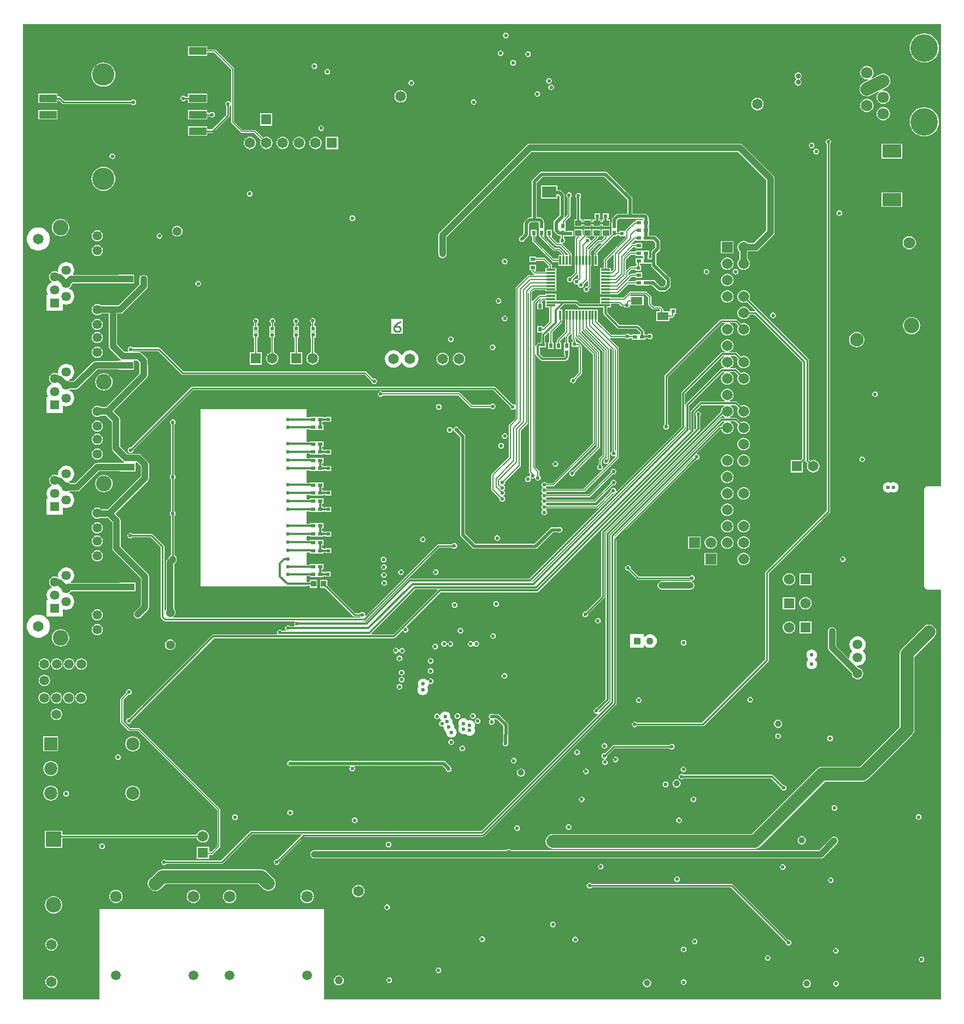
<source format=gbl>
G04*
G04 #@! TF.GenerationSoftware,Altium Limited,Altium Designer,22.2.1 (43)*
G04*
G04 Layer_Physical_Order=6*
G04 Layer_Color=16711680*
%FSLAX25Y25*%
%MOIN*%
G70*
G04*
G04 #@! TF.SameCoordinates,1D5F905C-50EE-4002-88AC-00FA8B853EC3*
G04*
G04*
G04 #@! TF.FilePolarity,Positive*
G04*
G01*
G75*
%ADD13C,0.00787*%
%ADD15C,0.01000*%
%ADD22R,0.02362X0.02953*%
%ADD23R,0.02953X0.02362*%
%ADD26R,0.02441X0.02205*%
%ADD42R,0.02205X0.02441*%
%ADD72R,0.07087X0.04724*%
%ADD199C,0.01200*%
%ADD200C,0.01181*%
%ADD201C,0.02000*%
%ADD202C,0.07874*%
%ADD205C,0.03937*%
%ADD213C,0.09449*%
%ADD214C,0.11221*%
%ADD215C,0.06496*%
%ADD216R,0.10000X0.15748*%
%ADD217R,0.11811X0.07874*%
%ADD218C,0.07087*%
%ADD219R,0.07087X0.07087*%
%ADD220R,0.08268X0.08268*%
%ADD221C,0.08268*%
%ADD222C,0.06555*%
%ADD223R,0.06555X0.06555*%
%ADD224C,0.04331*%
%ADD225R,0.04331X0.04331*%
%ADD226C,0.03937*%
%ADD227R,0.06496X0.06496*%
%ADD228C,0.07972*%
%ADD229R,0.07972X0.07972*%
%ADD230C,0.13583*%
%ADD231C,0.14055*%
%ADD232C,0.05906*%
%ADD233C,0.16732*%
%ADD234R,0.06496X0.06496*%
%ADD235C,0.03150*%
%ADD236C,0.07244*%
%ADD237R,0.09449X0.09449*%
%ADD238C,0.27559*%
%ADD239C,0.05437*%
%ADD240C,0.09567*%
%ADD241C,0.05756*%
%ADD242R,0.05756X0.05756*%
%ADD243C,0.02362*%
%ADD244C,0.05000*%
%ADD246R,0.10630X0.04724*%
%ADD247R,0.03347X0.03347*%
%ADD248R,0.08543X0.04409*%
%ADD249R,0.01181X0.05709*%
%ADD250R,0.05709X0.01181*%
%ADD251R,0.03937X0.03347*%
%ADD252R,0.09055X0.07087*%
%ADD253R,0.03543X0.03740*%
%ADD254C,0.00906*%
G36*
X560276Y604026D02*
X560276Y355877D01*
Y322562D01*
X552009Y322562D01*
X551228Y322406D01*
X550567Y321964D01*
X550125Y321303D01*
X549969Y320522D01*
X549969Y261585D01*
X550125Y260805D01*
X550567Y260143D01*
X551228Y259701D01*
X552009Y259546D01*
X560276D01*
Y194066D01*
X560276Y9696D01*
X183820Y9696D01*
X183820Y64971D01*
X46930Y64971D01*
X46930Y9696D01*
X158D01*
X158Y604026D01*
X560276Y604026D01*
D02*
G37*
%LPC*%
G36*
X294686Y598890D02*
X294030Y598760D01*
X293474Y598388D01*
X293102Y597832D01*
X292972Y597176D01*
X293102Y596520D01*
X293474Y595964D01*
X294030Y595592D01*
X294686Y595462D01*
X295342Y595592D01*
X295898Y595964D01*
X296269Y596520D01*
X296400Y597176D01*
X296269Y597832D01*
X295898Y598388D01*
X295342Y598760D01*
X294686Y598890D01*
D02*
G37*
G36*
X291418Y588063D02*
X290762Y587933D01*
X290206Y587561D01*
X289834Y587005D01*
X289704Y586349D01*
X289834Y585693D01*
X290206Y585137D01*
X290762Y584766D01*
X291418Y584635D01*
X292074Y584766D01*
X292630Y585137D01*
X293002Y585693D01*
X293132Y586349D01*
X293002Y587005D01*
X292630Y587561D01*
X292074Y587933D01*
X291418Y588063D01*
D02*
G37*
G36*
X308268Y587630D02*
X307612Y587500D01*
X307056Y587128D01*
X306685Y586572D01*
X306554Y585916D01*
X306685Y585260D01*
X307056Y584704D01*
X307612Y584333D01*
X308268Y584202D01*
X308924Y584333D01*
X309480Y584704D01*
X309852Y585260D01*
X309982Y585916D01*
X309852Y586572D01*
X309480Y587128D01*
X308924Y587500D01*
X308268Y587630D01*
D02*
G37*
G36*
X549922Y598506D02*
X548184Y598335D01*
X546513Y597828D01*
X544972Y597005D01*
X543622Y595897D01*
X542514Y594547D01*
X541691Y593007D01*
X541184Y591335D01*
X541013Y589597D01*
X541184Y587859D01*
X541691Y586188D01*
X542514Y584648D01*
X543622Y583298D01*
X544972Y582190D01*
X546513Y581366D01*
X548184Y580859D01*
X549922Y580688D01*
X551660Y580859D01*
X553331Y581366D01*
X554872Y582190D01*
X556222Y583298D01*
X557330Y584648D01*
X558153Y586188D01*
X558660Y587859D01*
X558831Y589597D01*
X558660Y591335D01*
X558153Y593007D01*
X557330Y594547D01*
X556222Y595897D01*
X554872Y597005D01*
X553331Y597828D01*
X551660Y598335D01*
X549922Y598506D01*
D02*
G37*
G36*
X299174Y582197D02*
X298518Y582067D01*
X297962Y581695D01*
X297590Y581139D01*
X297460Y580483D01*
X297590Y579827D01*
X297962Y579271D01*
X298518Y578899D01*
X299174Y578769D01*
X299830Y578899D01*
X300386Y579271D01*
X300758Y579827D01*
X300888Y580483D01*
X300758Y581139D01*
X300386Y581695D01*
X299830Y582067D01*
X299174Y582197D01*
D02*
G37*
G36*
X177914Y580229D02*
X177258Y580098D01*
X176702Y579727D01*
X176330Y579171D01*
X176200Y578515D01*
X176330Y577859D01*
X176702Y577303D01*
X177258Y576931D01*
X177914Y576800D01*
X178570Y576931D01*
X179126Y577303D01*
X179498Y577859D01*
X179628Y578515D01*
X179498Y579171D01*
X179126Y579727D01*
X178570Y580098D01*
X177914Y580229D01*
D02*
G37*
G36*
X185828Y576803D02*
X185172Y576673D01*
X184616Y576301D01*
X184244Y575745D01*
X184114Y575089D01*
X184244Y574433D01*
X184616Y573877D01*
X185172Y573506D01*
X185828Y573375D01*
X186483Y573506D01*
X187039Y573877D01*
X187411Y574433D01*
X187541Y575089D01*
X187411Y575745D01*
X187039Y576301D01*
X186483Y576673D01*
X185828Y576803D01*
D02*
G37*
G36*
X321021Y571275D02*
X320365Y571145D01*
X319809Y570773D01*
X319438Y570217D01*
X319307Y569561D01*
X319438Y568905D01*
X319809Y568349D01*
X320365Y567978D01*
X321021Y567847D01*
X321677Y567978D01*
X322233Y568349D01*
X322605Y568905D01*
X322735Y569561D01*
X322605Y570217D01*
X322233Y570773D01*
X321677Y571145D01*
X321021Y571275D01*
D02*
G37*
G36*
X473011Y574763D02*
X472202Y574602D01*
X471516Y574144D01*
X471057Y573457D01*
X470896Y572648D01*
X471057Y571838D01*
X471516Y571152D01*
X471773Y570980D01*
Y570379D01*
X471516Y570207D01*
X471057Y569520D01*
X470896Y568711D01*
X471057Y567901D01*
X471516Y567215D01*
X472202Y566756D01*
X473011Y566595D01*
X473821Y566756D01*
X474507Y567215D01*
X474966Y567901D01*
X475127Y568711D01*
X474966Y569520D01*
X474507Y570207D01*
X474250Y570379D01*
Y570980D01*
X474507Y571152D01*
X474966Y571838D01*
X475127Y572648D01*
X474966Y573457D01*
X474507Y574144D01*
X473821Y574602D01*
X473011Y574763D01*
D02*
G37*
G36*
X237008Y570021D02*
X236352Y569891D01*
X235796Y569519D01*
X235424Y568963D01*
X235294Y568307D01*
X235424Y567651D01*
X235796Y567095D01*
X236352Y566723D01*
X237008Y566593D01*
X237664Y566723D01*
X238220Y567095D01*
X238591Y567651D01*
X238722Y568307D01*
X238591Y568963D01*
X238220Y569519D01*
X237664Y569891D01*
X237008Y570021D01*
D02*
G37*
G36*
X49213Y580723D02*
X47784Y580582D01*
X46409Y580165D01*
X45143Y579488D01*
X44033Y578577D01*
X43121Y577467D01*
X42444Y576200D01*
X42028Y574826D01*
X41887Y573396D01*
X42028Y571967D01*
X42444Y570593D01*
X43121Y569326D01*
X44033Y568216D01*
X45143Y567305D01*
X46409Y566628D01*
X47784Y566211D01*
X49213Y566070D01*
X50643Y566211D01*
X52017Y566628D01*
X53284Y567305D01*
X54394Y568216D01*
X55305Y569326D01*
X55982Y570593D01*
X56399Y571967D01*
X56540Y573396D01*
X56399Y574826D01*
X55982Y576200D01*
X55305Y577467D01*
X54394Y578577D01*
X53284Y579488D01*
X52017Y580165D01*
X50643Y580582D01*
X49213Y580723D01*
D02*
G37*
G36*
X322323Y567315D02*
X321668Y567185D01*
X321111Y566813D01*
X320740Y566257D01*
X320609Y565601D01*
X320740Y564945D01*
X321111Y564389D01*
X321668Y564018D01*
X322323Y563887D01*
X322979Y564018D01*
X323536Y564389D01*
X323907Y564945D01*
X324038Y565601D01*
X323907Y566257D01*
X323536Y566813D01*
X322979Y567185D01*
X322323Y567315D01*
D02*
G37*
G36*
X112509Y561849D02*
X100879D01*
Y559928D01*
X99255D01*
X99126Y560120D01*
X98570Y560492D01*
X97914Y560622D01*
X97258Y560492D01*
X96702Y560120D01*
X96330Y559564D01*
X96200Y558908D01*
X96330Y558252D01*
X96702Y557696D01*
X97258Y557325D01*
X97914Y557194D01*
X98570Y557325D01*
X99126Y557696D01*
X99255Y557889D01*
X100879D01*
Y556125D01*
X112509D01*
Y561849D01*
D02*
G37*
G36*
X313917Y563321D02*
X313261Y563191D01*
X312705Y562819D01*
X312333Y562263D01*
X312203Y561607D01*
X312333Y560951D01*
X312705Y560395D01*
X313261Y560024D01*
X313917Y559893D01*
X314573Y560024D01*
X315129Y560395D01*
X315500Y560951D01*
X315631Y561607D01*
X315500Y562263D01*
X315129Y562819D01*
X314573Y563191D01*
X313917Y563321D01*
D02*
G37*
G36*
X112509Y590668D02*
X100879D01*
Y584944D01*
X112509D01*
Y586816D01*
X116789D01*
X127121Y576484D01*
Y556668D01*
X126621Y556516D01*
X126449Y556774D01*
X125893Y557145D01*
X125237Y557276D01*
X124581Y557145D01*
X124025Y556774D01*
X123653Y556218D01*
X123523Y555562D01*
X123653Y554906D01*
X124025Y554350D01*
X124217Y554221D01*
Y548858D01*
X115366Y540007D01*
X112509D01*
Y541849D01*
X100879D01*
Y536125D01*
X112509D01*
Y537967D01*
X115788D01*
X116178Y538045D01*
X116509Y538266D01*
X125958Y547715D01*
X126179Y548046D01*
X126257Y548436D01*
Y554221D01*
X126449Y554350D01*
X126621Y554607D01*
X127121Y554456D01*
Y544341D01*
X127190Y543993D01*
X127388Y543697D01*
X133018Y538067D01*
X133313Y537870D01*
X133662Y537800D01*
X141237D01*
X145390Y533647D01*
X145349Y533594D01*
X144971Y532682D01*
X144842Y531704D01*
X144971Y530725D01*
X145349Y529813D01*
X145950Y529030D01*
X146733Y528430D01*
X147644Y528052D01*
X148623Y527923D01*
X149601Y528052D01*
X150513Y528430D01*
X151296Y529030D01*
X151897Y529813D01*
X152274Y530725D01*
X152403Y531704D01*
X152274Y532682D01*
X151897Y533594D01*
X151296Y534377D01*
X150513Y534977D01*
X149601Y535355D01*
X148623Y535484D01*
X147644Y535355D01*
X146733Y534977D01*
X146679Y534936D01*
X142259Y539356D01*
X141964Y539553D01*
X141615Y539623D01*
X134040D01*
X128943Y544719D01*
Y576861D01*
X128874Y577210D01*
X128676Y577505D01*
X117810Y588372D01*
X117515Y588569D01*
X117166Y588638D01*
X112509D01*
Y590668D01*
D02*
G37*
G36*
X230434Y563988D02*
X229455Y563859D01*
X228544Y563481D01*
X227761Y562881D01*
X227160Y562098D01*
X226782Y561186D01*
X226653Y560208D01*
X226782Y559229D01*
X227160Y558317D01*
X227761Y557534D01*
X228544Y556934D01*
X229455Y556556D01*
X230434Y556427D01*
X231412Y556556D01*
X232324Y556934D01*
X233107Y557534D01*
X233708Y558317D01*
X234085Y559229D01*
X234214Y560208D01*
X234085Y561186D01*
X233708Y562098D01*
X233107Y562881D01*
X232324Y563481D01*
X231412Y563859D01*
X230434Y563988D01*
D02*
G37*
G36*
X514922Y578675D02*
X513867Y578537D01*
X512883Y578129D01*
X512038Y577481D01*
X511390Y576636D01*
X510983Y575653D01*
X510844Y574597D01*
X510983Y573542D01*
X511390Y572558D01*
X512038Y571713D01*
X512883Y571065D01*
X513867Y570658D01*
X514922Y570519D01*
X515977Y570658D01*
X516113Y570196D01*
X512921Y568600D01*
X511953Y567946D01*
X511187Y567063D01*
X510676Y566012D01*
X510455Y564865D01*
X510537Y563700D01*
X510919Y562596D01*
X511574Y561628D01*
X512456Y560863D01*
X513507Y560352D01*
X514654Y560130D01*
X515819Y560213D01*
X516923Y560594D01*
X522190Y563228D01*
X522457Y562802D01*
X522038Y562481D01*
X521390Y561636D01*
X520983Y560653D01*
X520844Y559597D01*
X520983Y558542D01*
X521390Y557558D01*
X522038Y556713D01*
X522883Y556065D01*
X523867Y555658D01*
X524922Y555519D01*
X525978Y555658D01*
X526961Y556065D01*
X527806Y556713D01*
X528454Y557558D01*
X528861Y558542D01*
X529000Y559597D01*
X528861Y560653D01*
X528454Y561636D01*
X527806Y562481D01*
X526961Y563129D01*
X525978Y563537D01*
X524922Y563675D01*
X523867Y563537D01*
X523731Y563998D01*
X526837Y565551D01*
X527805Y566206D01*
X528570Y567088D01*
X529081Y568139D01*
X529303Y569286D01*
X529220Y570451D01*
X528838Y571555D01*
X528184Y572523D01*
X527301Y573289D01*
X526251Y573800D01*
X525104Y574021D01*
X523938Y573938D01*
X522834Y573557D01*
X517654Y570967D01*
X517387Y571392D01*
X517806Y571713D01*
X518454Y572558D01*
X518861Y573542D01*
X519000Y574597D01*
X518861Y575653D01*
X518454Y576636D01*
X517806Y577481D01*
X516961Y578129D01*
X515977Y578537D01*
X514922Y578675D01*
D02*
G37*
G36*
X275040Y558378D02*
X274384Y558248D01*
X273828Y557876D01*
X273457Y557320D01*
X273326Y556664D01*
X273457Y556008D01*
X273828Y555452D01*
X274384Y555081D01*
X275040Y554950D01*
X275696Y555081D01*
X276252Y555452D01*
X276624Y556008D01*
X276754Y556664D01*
X276624Y557320D01*
X276252Y557876D01*
X275696Y558248D01*
X275040Y558378D01*
D02*
G37*
G36*
X21170Y561849D02*
X9540D01*
Y556125D01*
X21170D01*
Y557967D01*
X22059D01*
X24201Y555825D01*
X24532Y555604D01*
X24922Y555526D01*
X66101D01*
X66230Y555334D01*
X66786Y554962D01*
X67442Y554832D01*
X68098Y554962D01*
X68654Y555334D01*
X69025Y555890D01*
X69156Y556546D01*
X69025Y557202D01*
X68654Y557758D01*
X68098Y558130D01*
X67442Y558260D01*
X66786Y558130D01*
X66230Y557758D01*
X66101Y557566D01*
X25344D01*
X23202Y559708D01*
X22871Y559929D01*
X22481Y560007D01*
X21170D01*
Y561849D01*
D02*
G37*
G36*
X448150Y559224D02*
X447172Y559095D01*
X446260Y558718D01*
X445477Y558117D01*
X444876Y557334D01*
X444499Y556422D01*
X444370Y555444D01*
X444499Y554465D01*
X444876Y553553D01*
X445477Y552771D01*
X446260Y552170D01*
X447172Y551792D01*
X448150Y551663D01*
X449129Y551792D01*
X450040Y552170D01*
X450823Y552771D01*
X451424Y553553D01*
X451802Y554465D01*
X451931Y555444D01*
X451802Y556422D01*
X451424Y557334D01*
X450823Y558117D01*
X450040Y558718D01*
X449129Y559095D01*
X448150Y559224D01*
D02*
G37*
G36*
X514922Y558675D02*
X513867Y558536D01*
X512883Y558129D01*
X512038Y557481D01*
X511390Y556636D01*
X510983Y555653D01*
X510844Y554597D01*
X510983Y553542D01*
X511390Y552558D01*
X512038Y551714D01*
X512883Y551065D01*
X513867Y550658D01*
X514922Y550519D01*
X515977Y550658D01*
X516961Y551065D01*
X517806Y551714D01*
X518454Y552558D01*
X518861Y553542D01*
X519000Y554597D01*
X518861Y555653D01*
X518454Y556636D01*
X517806Y557481D01*
X516961Y558129D01*
X515977Y558536D01*
X514922Y558675D01*
D02*
G37*
G36*
X112509Y551849D02*
X100879D01*
Y546125D01*
X112509D01*
Y547967D01*
X114224D01*
X114379Y547736D01*
X114935Y547364D01*
X115591Y547234D01*
X116247Y547364D01*
X116803Y547736D01*
X117175Y548292D01*
X117305Y548948D01*
X117175Y549604D01*
X116803Y550160D01*
X116247Y550531D01*
X115591Y550662D01*
X114935Y550531D01*
X114379Y550160D01*
X114277Y550007D01*
X112509D01*
Y551849D01*
D02*
G37*
G36*
X21170D02*
X9540D01*
Y546125D01*
X21170D01*
Y551849D01*
D02*
G37*
G36*
X524922Y553675D02*
X523867Y553537D01*
X522883Y553129D01*
X522038Y552481D01*
X521390Y551636D01*
X520983Y550653D01*
X520844Y549597D01*
X520983Y548542D01*
X521390Y547558D01*
X522038Y546713D01*
X522883Y546065D01*
X523867Y545658D01*
X524922Y545519D01*
X525978Y545658D01*
X526961Y546065D01*
X527806Y546713D01*
X528454Y547558D01*
X528861Y548542D01*
X529000Y549597D01*
X528861Y550653D01*
X528454Y551636D01*
X527806Y552481D01*
X526961Y553129D01*
X525978Y553537D01*
X524922Y553675D01*
D02*
G37*
G36*
X152174Y549782D02*
X144678D01*
Y542286D01*
X152174D01*
Y549782D01*
D02*
G37*
G36*
X182048Y542394D02*
X181392Y542264D01*
X180836Y541892D01*
X180464Y541336D01*
X180334Y540680D01*
X180464Y540024D01*
X180836Y539468D01*
X181392Y539096D01*
X182048Y538966D01*
X182704Y539096D01*
X183260Y539468D01*
X183632Y540024D01*
X183762Y540680D01*
X183632Y541336D01*
X183260Y541892D01*
X182704Y542264D01*
X182048Y542394D01*
D02*
G37*
G36*
X549922Y553506D02*
X548184Y553335D01*
X546513Y552828D01*
X544972Y552005D01*
X543622Y550897D01*
X542514Y549547D01*
X541691Y548007D01*
X541184Y546335D01*
X541013Y544597D01*
X541184Y542859D01*
X541691Y541188D01*
X542514Y539648D01*
X543622Y538298D01*
X544972Y537190D01*
X546513Y536366D01*
X548184Y535859D01*
X549922Y535688D01*
X551660Y535859D01*
X553331Y536366D01*
X554872Y537190D01*
X556222Y538298D01*
X557330Y539648D01*
X558153Y541188D01*
X558660Y542859D01*
X558831Y544597D01*
X558660Y546335D01*
X558153Y548007D01*
X557330Y549547D01*
X556222Y550897D01*
X554872Y552005D01*
X553331Y552828D01*
X551660Y553335D01*
X549922Y553506D01*
D02*
G37*
G36*
X481261Y531882D02*
X480605Y531752D01*
X480049Y531380D01*
X479677Y530824D01*
X479546Y530168D01*
X479677Y529512D01*
X480049Y528956D01*
X480605Y528585D01*
X481261Y528454D01*
X481917Y528585D01*
X482473Y528956D01*
X482844Y529512D01*
X482975Y530168D01*
X482844Y530824D01*
X482473Y531380D01*
X481917Y531752D01*
X481261Y531882D01*
D02*
G37*
G36*
X192371Y535452D02*
X184875D01*
Y527955D01*
X192371D01*
Y535452D01*
D02*
G37*
G36*
X178623Y535484D02*
X177644Y535355D01*
X176733Y534977D01*
X175950Y534377D01*
X175349Y533594D01*
X174971Y532682D01*
X174842Y531704D01*
X174971Y530725D01*
X175349Y529813D01*
X175950Y529030D01*
X176733Y528430D01*
X177644Y528052D01*
X178623Y527923D01*
X179601Y528052D01*
X180513Y528430D01*
X181296Y529030D01*
X181897Y529813D01*
X182274Y530725D01*
X182403Y531704D01*
X182274Y532682D01*
X181897Y533594D01*
X181296Y534377D01*
X180513Y534977D01*
X179601Y535355D01*
X178623Y535484D01*
D02*
G37*
G36*
X168623D02*
X167644Y535355D01*
X166733Y534977D01*
X165950Y534377D01*
X165349Y533594D01*
X164971Y532682D01*
X164842Y531704D01*
X164971Y530725D01*
X165349Y529813D01*
X165950Y529030D01*
X166733Y528430D01*
X167644Y528052D01*
X168623Y527923D01*
X169601Y528052D01*
X170513Y528430D01*
X171296Y529030D01*
X171897Y529813D01*
X172274Y530725D01*
X172403Y531704D01*
X172274Y532682D01*
X171897Y533594D01*
X171296Y534377D01*
X170513Y534977D01*
X169601Y535355D01*
X168623Y535484D01*
D02*
G37*
G36*
X158623D02*
X157644Y535355D01*
X156733Y534977D01*
X155950Y534377D01*
X155349Y533594D01*
X154971Y532682D01*
X154842Y531704D01*
X154971Y530725D01*
X155349Y529813D01*
X155950Y529030D01*
X156733Y528430D01*
X157644Y528052D01*
X158623Y527923D01*
X159601Y528052D01*
X160513Y528430D01*
X161296Y529030D01*
X161897Y529813D01*
X162274Y530725D01*
X162403Y531704D01*
X162274Y532682D01*
X161897Y533594D01*
X161296Y534377D01*
X160513Y534977D01*
X159601Y535355D01*
X158623Y535484D01*
D02*
G37*
G36*
X138623D02*
X137644Y535355D01*
X136733Y534977D01*
X135950Y534377D01*
X135349Y533594D01*
X134971Y532682D01*
X134842Y531704D01*
X134971Y530725D01*
X135349Y529813D01*
X135950Y529030D01*
X136733Y528430D01*
X137644Y528052D01*
X138623Y527923D01*
X139601Y528052D01*
X140513Y528430D01*
X141296Y529030D01*
X141897Y529813D01*
X142274Y530725D01*
X142403Y531704D01*
X142274Y532682D01*
X141897Y533594D01*
X141296Y534377D01*
X140513Y534977D01*
X139601Y535355D01*
X138623Y535484D01*
D02*
G37*
G36*
X484017Y528260D02*
X483360Y528130D01*
X482804Y527758D01*
X482433Y527202D01*
X482302Y526546D01*
X482433Y525890D01*
X482804Y525334D01*
X483360Y524963D01*
X484017Y524832D01*
X484672Y524963D01*
X485228Y525334D01*
X485600Y525890D01*
X485731Y526546D01*
X485600Y527202D01*
X485228Y527758D01*
X484672Y528130D01*
X484017Y528260D01*
D02*
G37*
G36*
X536524Y531180D02*
X523713D01*
Y522306D01*
X536524D01*
Y531180D01*
D02*
G37*
G36*
X54686Y525307D02*
X54030Y525177D01*
X53474Y524805D01*
X53102Y524249D01*
X52972Y523593D01*
X53102Y522937D01*
X53474Y522381D01*
X54030Y522010D01*
X54686Y521879D01*
X55342Y522010D01*
X55898Y522381D01*
X56269Y522937D01*
X56400Y523593D01*
X56269Y524249D01*
X55898Y524805D01*
X55342Y525177D01*
X54686Y525307D01*
D02*
G37*
G36*
X49213Y517180D02*
X47784Y517039D01*
X46409Y516622D01*
X45143Y515945D01*
X44033Y515034D01*
X43121Y513924D01*
X42444Y512657D01*
X42028Y511282D01*
X41887Y509853D01*
X42028Y508424D01*
X42444Y507049D01*
X43121Y505783D01*
X44033Y504672D01*
X45143Y503761D01*
X46409Y503084D01*
X47784Y502667D01*
X49213Y502527D01*
X50643Y502667D01*
X52017Y503084D01*
X53284Y503761D01*
X54394Y504672D01*
X55305Y505783D01*
X55982Y507049D01*
X56399Y508424D01*
X56540Y509853D01*
X56399Y511282D01*
X55982Y512657D01*
X55305Y513924D01*
X54394Y515034D01*
X53284Y515945D01*
X52017Y516622D01*
X50643Y517039D01*
X49213Y517180D01*
D02*
G37*
G36*
X138465Y502394D02*
X137809Y502263D01*
X137253Y501892D01*
X136882Y501336D01*
X136751Y500680D01*
X136882Y500024D01*
X137253Y499468D01*
X137809Y499096D01*
X138465Y498966D01*
X139121Y499096D01*
X139677Y499468D01*
X140049Y500024D01*
X140179Y500680D01*
X140049Y501336D01*
X139677Y501892D01*
X139121Y502263D01*
X138465Y502394D01*
D02*
G37*
G36*
X536524Y501652D02*
X523713D01*
Y492778D01*
X536524D01*
Y501652D01*
D02*
G37*
G36*
X498190Y490701D02*
X497534Y490571D01*
X496978Y490199D01*
X496606Y489643D01*
X496476Y488987D01*
X496606Y488331D01*
X496978Y487775D01*
X497534Y487403D01*
X498190Y487273D01*
X498846Y487403D01*
X499402Y487775D01*
X499773Y488331D01*
X499904Y488987D01*
X499773Y489643D01*
X499402Y490199D01*
X498846Y490571D01*
X498190Y490701D01*
D02*
G37*
G36*
X201182Y487551D02*
X200526Y487421D01*
X199970Y487049D01*
X199598Y486493D01*
X199468Y485837D01*
X199598Y485182D01*
X199970Y484625D01*
X200526Y484254D01*
X201182Y484123D01*
X201838Y484254D01*
X202394Y484625D01*
X202765Y485182D01*
X202896Y485837D01*
X202765Y486493D01*
X202394Y487049D01*
X201838Y487421D01*
X201182Y487551D01*
D02*
G37*
G36*
X338872Y501323D02*
X338216Y501192D01*
X337660Y500821D01*
X337288Y500265D01*
X337158Y499609D01*
X337288Y498953D01*
X337660Y498397D01*
X337788Y498311D01*
Y485058D01*
X336431D01*
Y480711D01*
X341368D01*
Y481773D01*
X342022D01*
Y480711D01*
X346959D01*
Y481773D01*
X347614D01*
Y480711D01*
X352551D01*
Y481773D01*
X353205D01*
Y480711D01*
X358142D01*
Y485058D01*
X356743D01*
Y485731D01*
X357351D01*
Y488936D01*
X353910D01*
Y485731D01*
X354519D01*
Y485058D01*
X353205D01*
Y483997D01*
X352551D01*
Y485058D01*
X351585D01*
Y485732D01*
X352194D01*
Y488937D01*
X348753D01*
Y485732D01*
X349361D01*
Y485058D01*
X347614D01*
Y483997D01*
X346959D01*
Y485058D01*
X342022D01*
Y483997D01*
X341368D01*
Y485058D01*
X340011D01*
Y498348D01*
X340084Y498397D01*
X340455Y498953D01*
X340586Y499609D01*
X340455Y500265D01*
X340084Y500821D01*
X339528Y501192D01*
X338872Y501323D01*
D02*
G37*
G36*
X355509Y514142D02*
X316412D01*
X315827Y514026D01*
X315331Y513694D01*
X310966Y509330D01*
X310635Y508834D01*
X310519Y508249D01*
Y486422D01*
X309292D01*
X308707Y486306D01*
X308211Y485974D01*
X306045Y483809D01*
X305714Y483312D01*
X305597Y482727D01*
Y476550D01*
X303850Y474802D01*
X303754Y474783D01*
X303198Y474412D01*
X302827Y473855D01*
X302696Y473200D01*
X302827Y472544D01*
X303198Y471988D01*
X303754Y471616D01*
X304410Y471486D01*
X305066Y471616D01*
X305622Y471988D01*
X305994Y472544D01*
X306013Y472639D01*
X308208Y474835D01*
X308540Y475331D01*
X308656Y475916D01*
Y482094D01*
X309926Y483363D01*
X314311D01*
X314698Y483089D01*
Y479259D01*
X314698Y479137D01*
Y478759D01*
X314698Y478637D01*
Y474806D01*
X315469D01*
X315537Y474465D01*
X315734Y474169D01*
X323569Y466335D01*
X323865Y466137D01*
X324213Y466068D01*
X326867D01*
X328932Y464003D01*
X328822Y463503D01*
X326863D01*
Y461060D01*
X323941D01*
X312564Y472436D01*
Y474766D01*
X313334D01*
Y478719D01*
X309972D01*
Y474766D01*
X310742D01*
Y472059D01*
X310811Y471710D01*
X311009Y471415D01*
X322919Y459504D01*
X323215Y459307D01*
X323564Y459237D01*
X326863D01*
Y456794D01*
X334949D01*
Y463503D01*
X334770D01*
Y464026D01*
X334701Y464375D01*
X334503Y464671D01*
X329077Y470097D01*
X329091Y470219D01*
X329273Y470608D01*
X329790Y470711D01*
X330347Y471082D01*
X330718Y471638D01*
X330849Y472294D01*
X330718Y472950D01*
X330347Y473506D01*
X330046Y473707D01*
Y474806D01*
X331110D01*
Y474938D01*
X332276D01*
Y474865D01*
X335717D01*
Y478070D01*
X332276D01*
Y477997D01*
X331110D01*
Y478637D01*
X331110Y478759D01*
Y479137D01*
X331110Y479259D01*
Y483089D01*
X330833D01*
X330695Y483589D01*
X333913Y486807D01*
X334110Y487103D01*
X334180Y487452D01*
Y498558D01*
X334480Y498759D01*
X334852Y499315D01*
X334982Y499971D01*
X334852Y500627D01*
X334480Y501183D01*
X333924Y501555D01*
X333268Y501685D01*
X332612Y501555D01*
X332056Y501183D01*
X331685Y500627D01*
X331554Y499971D01*
X331685Y499315D01*
X332056Y498759D01*
X332357Y498558D01*
Y487829D01*
X330953Y486425D01*
X330492Y486671D01*
X330546Y486940D01*
Y499774D01*
X330429Y500360D01*
X330098Y500856D01*
X328462Y502492D01*
X327966Y502823D01*
X327380Y502940D01*
X326052D01*
Y505826D01*
X315997D01*
Y497739D01*
X326052D01*
Y499881D01*
X326747D01*
X327487Y499141D01*
Y487573D01*
X324313Y484399D01*
X323981Y483903D01*
X323865Y483318D01*
Y478593D01*
X323981Y478008D01*
X324313Y477512D01*
X326124Y475701D01*
X326620Y475369D01*
X327205Y475253D01*
X327748D01*
Y474806D01*
X328223D01*
Y473707D01*
X327923Y473506D01*
X327551Y472950D01*
X327420Y472294D01*
X327551Y471638D01*
X327794Y471274D01*
X327552Y470774D01*
X326313D01*
X322637Y474450D01*
X322784Y474806D01*
X322784D01*
Y478759D01*
X319422D01*
Y474806D01*
X320302D01*
Y474586D01*
X320371Y474237D01*
X320568Y473942D01*
X325291Y469219D01*
X325587Y469021D01*
X325936Y468952D01*
X327645D01*
X332594Y464003D01*
X332387Y463503D01*
X330833D01*
Y464302D01*
X330764Y464651D01*
X330566Y464946D01*
X327889Y467623D01*
X327593Y467821D01*
X327245Y467890D01*
X324591D01*
X318164Y474317D01*
X318060Y474806D01*
X318060D01*
X318060Y474806D01*
Y478637D01*
X318060Y478759D01*
Y479137D01*
X318060Y479259D01*
Y483089D01*
X317908D01*
Y484066D01*
X317792Y484651D01*
X317460Y485147D01*
X316633Y485974D01*
X316137Y486306D01*
X315552Y486422D01*
X313577D01*
Y507615D01*
X317046Y511084D01*
X354875D01*
X368865Y497094D01*
Y488627D01*
X363072D01*
X362486Y488510D01*
X361990Y488179D01*
X359904Y486092D01*
X359572Y485596D01*
X359456Y485011D01*
Y483089D01*
X359250D01*
Y479259D01*
X359250Y479137D01*
Y478759D01*
X359250Y478637D01*
Y476094D01*
X358605Y475449D01*
X358142Y475640D01*
Y479152D01*
X353205D01*
Y474806D01*
X354763D01*
Y474290D01*
X352852Y472378D01*
X351143D01*
X350794Y472309D01*
X350498Y472112D01*
X345113Y466727D01*
X344676Y466879D01*
X344647Y467383D01*
X350727Y473464D01*
X350924Y473759D01*
X350994Y474108D01*
Y474806D01*
X352551D01*
Y479152D01*
X347614D01*
Y474806D01*
X348784D01*
X348992Y474306D01*
X346784Y472098D01*
X346321Y472333D01*
X346191Y472989D01*
X345819Y473546D01*
X345263Y473917D01*
X344607Y474048D01*
X343951Y473917D01*
X343901Y473883D01*
X343560Y474250D01*
X343758Y474546D01*
X343810Y474806D01*
X346959D01*
Y479152D01*
X342022D01*
Y475788D01*
X342005Y475700D01*
Y475619D01*
X341868Y475528D01*
X341368Y475795D01*
Y479152D01*
X336431D01*
Y474806D01*
X337303D01*
X337494Y474344D01*
X337152Y474001D01*
X336954Y473706D01*
X336885Y473357D01*
Y463503D01*
X336705D01*
Y456794D01*
X336885D01*
Y452908D01*
X334135Y450158D01*
X333780Y450229D01*
X333124Y450098D01*
X332568Y449727D01*
X332197Y449170D01*
X332066Y448515D01*
X332197Y447859D01*
X332568Y447303D01*
X333124Y446931D01*
X333780Y446801D01*
X334436Y446931D01*
X334992Y447303D01*
X335364Y447859D01*
X335494Y448515D01*
X335424Y448869D01*
X338353Y451799D01*
X338692Y451716D01*
X338853Y451606D01*
Y449640D01*
X338033Y448819D01*
X337678Y448890D01*
X337022Y448760D01*
X336466Y448388D01*
X336094Y447832D01*
X335964Y447176D01*
X336094Y446520D01*
X336466Y445964D01*
X337022Y445592D01*
X337678Y445462D01*
X338334Y445592D01*
X338343Y445598D01*
X338793Y445298D01*
X338759Y445129D01*
X338890Y444473D01*
X339261Y443917D01*
X339817Y443545D01*
X340473Y443415D01*
X341129Y443545D01*
X341685Y443917D01*
X342057Y444473D01*
X342187Y445129D01*
X342117Y445484D01*
X344259Y447626D01*
X344598Y447542D01*
X344759Y447433D01*
Y444640D01*
X344214Y444095D01*
X343859Y444166D01*
X343203Y444035D01*
X342647Y443664D01*
X342275Y443108D01*
X342145Y442452D01*
X342275Y441796D01*
X342647Y441240D01*
X343203Y440868D01*
X343859Y440738D01*
X344515Y440868D01*
X345071Y441240D01*
X345443Y441796D01*
X345573Y442452D01*
X345502Y442806D01*
X346314Y443618D01*
X346512Y443914D01*
X346581Y444263D01*
Y456794D01*
X346761D01*
Y463503D01*
X346581D01*
Y465618D01*
X351520Y470556D01*
X353004D01*
X353211Y470056D01*
X348963Y465807D01*
X348765Y465512D01*
X348696Y465163D01*
Y463503D01*
X348517D01*
Y456794D01*
X350698D01*
Y463503D01*
X350518D01*
Y464786D01*
X360539Y474806D01*
X362612D01*
Y475497D01*
X363778D01*
Y474806D01*
X367212D01*
X367219Y474806D01*
X367711Y474787D01*
Y474089D01*
X354829Y461206D01*
X354631Y460911D01*
X354562Y460562D01*
Y455432D01*
X352060D01*
Y451282D01*
Y447345D01*
Y443408D01*
Y439471D01*
X358768D01*
Y439651D01*
X362796D01*
X363145Y439720D01*
X363440Y439918D01*
X369113Y445591D01*
X373851D01*
Y444821D01*
X377682D01*
X377804Y444821D01*
X378182D01*
X378304Y444821D01*
X382135D01*
Y445014D01*
X383933D01*
X383951Y445002D01*
X384047Y444983D01*
X387305Y441724D01*
X387801Y441393D01*
X388387Y441277D01*
X391694D01*
X392279Y441393D01*
X392775Y441724D01*
X394744Y443693D01*
X395075Y444189D01*
X395192Y444774D01*
Y448436D01*
X395075Y449021D01*
X394744Y449517D01*
X386648Y457613D01*
X386506Y458054D01*
X386506Y458054D01*
X386506D01*
X386506Y458054D01*
Y461495D01*
X386433D01*
Y464319D01*
X388405Y466291D01*
X388737Y466788D01*
X388853Y467373D01*
Y471625D01*
X388737Y472210D01*
X388405Y472706D01*
X386243Y474869D01*
X385746Y475200D01*
X385161Y475317D01*
X382135D01*
Y475468D01*
X381688D01*
Y476870D01*
X382135D01*
Y480232D01*
X381688D01*
Y481398D01*
X382135D01*
Y484761D01*
X381688D01*
Y486405D01*
X381571Y486991D01*
X381240Y487487D01*
X380548Y488179D01*
X380052Y488510D01*
X379466Y488627D01*
X371924D01*
Y497727D01*
X371807Y498312D01*
X371476Y498809D01*
X356590Y513694D01*
X356094Y514026D01*
X355509Y514142D01*
D02*
G37*
G36*
X23032Y485517D02*
X21653Y485335D01*
X20368Y484803D01*
X19264Y483956D01*
X18417Y482852D01*
X17885Y481567D01*
X17703Y480188D01*
X17885Y478808D01*
X18417Y477523D01*
X19264Y476420D01*
X20368Y475573D01*
X21653Y475040D01*
X23032Y474859D01*
X24411Y475040D01*
X25697Y475573D01*
X26800Y476420D01*
X27647Y477523D01*
X28180Y478808D01*
X28361Y480188D01*
X28180Y481567D01*
X27647Y482852D01*
X26800Y483956D01*
X25697Y484803D01*
X24411Y485335D01*
X23032Y485517D01*
D02*
G37*
G36*
X94253Y481210D02*
X93413Y481099D01*
X92629Y480775D01*
X91957Y480259D01*
X91441Y479587D01*
X91117Y478804D01*
X91006Y477963D01*
X91117Y477123D01*
X91441Y476340D01*
X91957Y475668D01*
X92629Y475152D01*
X93413Y474828D01*
X94253Y474717D01*
X95093Y474828D01*
X95876Y475152D01*
X96548Y475668D01*
X97064Y476340D01*
X97388Y477123D01*
X97499Y477963D01*
X97388Y478804D01*
X97064Y479587D01*
X96548Y480259D01*
X95876Y480775D01*
X95093Y481099D01*
X94253Y481210D01*
D02*
G37*
G36*
X83386Y476725D02*
X82731Y476594D01*
X82174Y476223D01*
X81803Y475667D01*
X81673Y475011D01*
X81803Y474355D01*
X82174Y473799D01*
X82731Y473427D01*
X83386Y473297D01*
X84043Y473427D01*
X84598Y473799D01*
X84970Y474355D01*
X85101Y475011D01*
X84970Y475667D01*
X84598Y476223D01*
X84043Y476594D01*
X83386Y476725D01*
D02*
G37*
G36*
X45513Y478595D02*
X44631Y478479D01*
X43809Y478138D01*
X43103Y477597D01*
X42562Y476891D01*
X42222Y476070D01*
X42105Y475188D01*
X42222Y474306D01*
X42562Y473484D01*
X43103Y472779D01*
X43809Y472237D01*
X44631Y471897D01*
X45513Y471781D01*
X46394Y471897D01*
X47216Y472237D01*
X47922Y472779D01*
X48463Y473484D01*
X48803Y474306D01*
X48920Y475188D01*
X48803Y476070D01*
X48463Y476891D01*
X47922Y477597D01*
X47216Y478138D01*
X46394Y478479D01*
X45513Y478595D01*
D02*
G37*
G36*
X437380Y531330D02*
X309354D01*
X308391Y531138D01*
X307575Y530593D01*
X254284Y477302D01*
X253738Y476486D01*
X253547Y475522D01*
Y464066D01*
X253738Y463103D01*
X254284Y462286D01*
X255101Y461740D01*
X256064Y461549D01*
X257027Y461740D01*
X257843Y462286D01*
X258389Y463103D01*
X258581Y464066D01*
Y474480D01*
X310397Y526296D01*
X436337D01*
X453586Y509047D01*
Y478337D01*
X446045Y470795D01*
X442510D01*
X442419Y470914D01*
X441630Y471519D01*
X440711Y471900D01*
X439725Y472029D01*
X438739Y471900D01*
X437820Y471519D01*
X437031Y470914D01*
X436425Y470124D01*
X436045Y469205D01*
X435915Y468219D01*
X436045Y467233D01*
X436425Y466314D01*
X437031Y465525D01*
X437208Y465389D01*
Y461050D01*
X437031Y460914D01*
X436425Y460124D01*
X436045Y459205D01*
X435915Y458219D01*
X436045Y457233D01*
X436425Y456314D01*
X437031Y455525D01*
X437820Y454920D01*
X438739Y454539D01*
X439725Y454409D01*
X440711Y454539D01*
X441630Y454920D01*
X442419Y455525D01*
X443025Y456314D01*
X443405Y457233D01*
X443535Y458219D01*
X443405Y459205D01*
X443025Y460124D01*
X442419Y460914D01*
X442242Y461050D01*
Y465389D01*
X442419Y465525D01*
X442601Y465762D01*
X447087D01*
X448050Y465953D01*
X448867Y466499D01*
X457883Y475514D01*
X458428Y476331D01*
X458620Y477294D01*
Y510089D01*
X458428Y511053D01*
X457883Y511869D01*
X439159Y530593D01*
X438343Y531138D01*
X437380Y531330D01*
D02*
G37*
G36*
X540748Y474984D02*
X539692Y474845D01*
X538709Y474437D01*
X537864Y473789D01*
X537216Y472945D01*
X536809Y471961D01*
X536670Y470905D01*
X536809Y469850D01*
X537216Y468866D01*
X537864Y468022D01*
X538709Y467374D01*
X539692Y466966D01*
X540748Y466827D01*
X541804Y466966D01*
X542787Y467374D01*
X543632Y468022D01*
X544280Y468866D01*
X544687Y469850D01*
X544826Y470905D01*
X544687Y471961D01*
X544280Y472945D01*
X543632Y473789D01*
X542787Y474437D01*
X541804Y474845D01*
X540748Y474984D01*
D02*
G37*
G36*
X9528Y480210D02*
X8157Y480075D01*
X6838Y479675D01*
X5623Y479025D01*
X4557Y478151D01*
X3683Y477085D01*
X3033Y475870D01*
X2633Y474551D01*
X2498Y473180D01*
X2633Y471808D01*
X3033Y470490D01*
X3683Y469274D01*
X4557Y468209D01*
X5623Y467335D01*
X6838Y466685D01*
X8157Y466285D01*
X9528Y466150D01*
X10900Y466285D01*
X12218Y466685D01*
X13434Y467335D01*
X14499Y468209D01*
X15373Y469274D01*
X16023Y470490D01*
X16423Y471808D01*
X16558Y473180D01*
X16423Y474551D01*
X16023Y475870D01*
X15373Y477085D01*
X14499Y478151D01*
X13434Y479025D01*
X12218Y479675D01*
X10900Y480075D01*
X9528Y480210D01*
D02*
G37*
G36*
X433503Y471997D02*
X425948D01*
Y464442D01*
X433503D01*
Y471997D01*
D02*
G37*
G36*
X45513Y469579D02*
X44631Y469463D01*
X43809Y469123D01*
X43103Y468581D01*
X42562Y467876D01*
X42222Y467054D01*
X42105Y466172D01*
X42222Y465290D01*
X42562Y464468D01*
X43103Y463763D01*
X43809Y463221D01*
X44631Y462881D01*
X45513Y462765D01*
X46394Y462881D01*
X47216Y463221D01*
X47922Y463763D01*
X48463Y464468D01*
X48803Y465290D01*
X48920Y466172D01*
X48803Y467054D01*
X48463Y467876D01*
X47922Y468581D01*
X47216Y469123D01*
X46394Y469463D01*
X45513Y469579D01*
D02*
G37*
G36*
X294017Y461213D02*
X293360Y461082D01*
X292805Y460711D01*
X292433Y460155D01*
X292302Y459499D01*
X292433Y458843D01*
X292805Y458287D01*
X293360Y457915D01*
X294017Y457785D01*
X294672Y457915D01*
X295229Y458287D01*
X295600Y458843D01*
X295730Y459499D01*
X295600Y460155D01*
X295229Y460711D01*
X294672Y461082D01*
X294017Y461213D01*
D02*
G37*
G36*
X429725Y462029D02*
X428739Y461900D01*
X427820Y461519D01*
X427031Y460914D01*
X426425Y460124D01*
X426045Y459205D01*
X425915Y458219D01*
X426045Y457233D01*
X426425Y456314D01*
X427031Y455525D01*
X427820Y454920D01*
X428739Y454539D01*
X429725Y454409D01*
X430711Y454539D01*
X431630Y454920D01*
X432419Y455525D01*
X433025Y456314D01*
X433405Y457233D01*
X433535Y458219D01*
X433405Y459205D01*
X433025Y460124D01*
X432419Y460914D01*
X431630Y461519D01*
X430711Y461900D01*
X429725Y462029D01*
D02*
G37*
G36*
X313158Y462559D02*
X309205D01*
Y459197D01*
X313158D01*
Y459967D01*
X317693D01*
X320979Y456680D01*
Y455432D01*
X318792D01*
Y453284D01*
X312977D01*
X312486Y453774D01*
X312693Y454274D01*
X313158D01*
Y457637D01*
X309205D01*
Y454274D01*
X310271D01*
Y453790D01*
X310340Y453441D01*
X310538Y453146D01*
X311868Y451816D01*
X311785Y451477D01*
X311675Y451315D01*
X308820D01*
X308471Y451246D01*
X308175Y451049D01*
X300971Y443844D01*
X300773Y443548D01*
X300704Y443200D01*
Y372160D01*
X300204Y372008D01*
X300150Y372089D01*
X299594Y372460D01*
X298938Y372591D01*
X298711Y372546D01*
X288320Y382936D01*
X287989Y383157D01*
X287599Y383235D01*
X103426D01*
X103036Y383157D01*
X102705Y382936D01*
X65976Y346207D01*
X65749Y346252D01*
X65093Y346122D01*
X64537Y345750D01*
X64165Y345194D01*
X64035Y344538D01*
X64165Y343882D01*
X64537Y343326D01*
X65093Y342955D01*
X65749Y342824D01*
X66405Y342955D01*
X66961Y343326D01*
X67332Y343882D01*
X67463Y344538D01*
X67418Y344765D01*
X103848Y381196D01*
X287177D01*
X297269Y371104D01*
X297224Y370877D01*
X297354Y370221D01*
X297726Y369665D01*
X298282Y369293D01*
X298938Y369163D01*
X299594Y369293D01*
X300150Y369665D01*
X300204Y369745D01*
X300704Y369594D01*
Y364168D01*
X296758Y360222D01*
X296560Y359926D01*
X296491Y359578D01*
Y340309D01*
X286207Y330025D01*
X286009Y329729D01*
X285940Y329381D01*
Y320444D01*
X286009Y320095D01*
X286207Y319799D01*
X290805Y315201D01*
X290728Y314814D01*
X290858Y314158D01*
X291230Y313602D01*
X291786Y313230D01*
X292442Y313100D01*
X293098Y313230D01*
X293654Y313602D01*
X294025Y314158D01*
X294156Y314814D01*
X294025Y315470D01*
X293654Y316026D01*
X293232Y316308D01*
X293207Y316394D01*
Y316777D01*
X293232Y316863D01*
X293654Y317145D01*
X294025Y317701D01*
X294156Y318357D01*
X294025Y319013D01*
X293654Y319569D01*
X293534Y319649D01*
Y320149D01*
X293693Y320255D01*
X294065Y320811D01*
X294195Y321467D01*
X294065Y322123D01*
X293693Y322679D01*
X293370Y322896D01*
X293357Y322932D01*
X293398Y323470D01*
X293772Y323720D01*
X294143Y324276D01*
X294274Y324932D01*
X294203Y325287D01*
X303480Y334563D01*
X303677Y334859D01*
X303747Y335208D01*
Y356484D01*
X308047Y360784D01*
X308244Y361079D01*
X308313Y361428D01*
Y440589D01*
X308314Y440589D01*
X308814Y440322D01*
Y331102D01*
X308883Y330753D01*
X309081Y330457D01*
X309623Y329915D01*
X309441Y329643D01*
X309310Y328987D01*
X309380Y328636D01*
X308930Y328336D01*
X308885Y328366D01*
X308229Y328496D01*
X307573Y328366D01*
X307017Y327994D01*
X306645Y327438D01*
X306515Y326782D01*
X306645Y326126D01*
X307017Y325570D01*
X307573Y325199D01*
X308229Y325068D01*
X308885Y325199D01*
X309441Y325570D01*
X309813Y326126D01*
X309943Y326782D01*
X309873Y327133D01*
X310323Y327434D01*
X310368Y327403D01*
X311024Y327273D01*
X311680Y327403D01*
X312100Y327684D01*
X312154Y327680D01*
X312550Y327522D01*
X312613Y327471D01*
X312708Y326993D01*
X313080Y326436D01*
X313636Y326065D01*
X314292Y325934D01*
X314948Y326065D01*
X315504Y326436D01*
X315876Y326993D01*
X316006Y327648D01*
X315876Y328304D01*
X315504Y328860D01*
X315203Y329061D01*
Y331664D01*
X315134Y332013D01*
X314936Y332309D01*
X312605Y334640D01*
Y402719D01*
X313101Y402727D01*
X313101Y402727D01*
X313186Y402302D01*
X313427Y401941D01*
X316104Y399264D01*
X316465Y399023D01*
X316891Y398938D01*
X316891Y398938D01*
X330906D01*
X330906Y398938D01*
X331332Y399023D01*
X331693Y399264D01*
X332716Y400287D01*
X332716Y400287D01*
X332957Y400648D01*
X333042Y401074D01*
Y402011D01*
X333611D01*
Y405841D01*
X333611Y405963D01*
Y406341D01*
X333611Y406463D01*
Y410294D01*
X332841D01*
Y413688D01*
X334416Y415264D01*
X334755Y415180D01*
X334916Y415071D01*
Y412452D01*
X334986Y412103D01*
X335183Y411807D01*
X335704Y411287D01*
Y410668D01*
X334894D01*
Y407463D01*
X338335D01*
Y407515D01*
X338835Y407722D01*
X339286Y407271D01*
Y391845D01*
X336023Y388581D01*
X335684Y388649D01*
X335028Y388518D01*
X334472Y388146D01*
X334100Y387591D01*
X333970Y386934D01*
X334100Y386279D01*
X334472Y385722D01*
X335028Y385351D01*
X335684Y385221D01*
X336340Y385351D01*
X336896Y385722D01*
X337267Y386279D01*
X337398Y386934D01*
X337324Y387305D01*
X340842Y390823D01*
X341039Y391119D01*
X341109Y391467D01*
Y407648D01*
X341039Y407997D01*
X340842Y408293D01*
X339661Y409474D01*
X339365Y409671D01*
X339017Y409741D01*
X338335D01*
Y410668D01*
X337526D01*
Y411664D01*
X337457Y412013D01*
X337259Y412309D01*
X336838Y412730D01*
X336861Y413078D01*
X337373Y413239D01*
X347830Y402783D01*
Y348971D01*
X323166Y324308D01*
X319603D01*
X319402Y324608D01*
X318846Y324980D01*
X318190Y325110D01*
X317534Y324980D01*
X316978Y324608D01*
X316606Y324052D01*
X316476Y323396D01*
X316606Y322741D01*
X316978Y322184D01*
X317223Y322021D01*
Y321419D01*
X316978Y321255D01*
X316606Y320699D01*
X316476Y320043D01*
X316606Y319388D01*
X316978Y318831D01*
X317223Y318668D01*
Y318066D01*
X316978Y317902D01*
X316606Y317346D01*
X316476Y316690D01*
X316606Y316035D01*
X316978Y315478D01*
X317223Y315315D01*
Y314713D01*
X316978Y314549D01*
X316606Y313993D01*
X316476Y313337D01*
X316606Y312681D01*
X316978Y312125D01*
X317223Y311962D01*
Y311360D01*
X316978Y311196D01*
X316606Y310640D01*
X316476Y309984D01*
X316606Y309328D01*
X316978Y308772D01*
X317223Y308609D01*
Y308007D01*
X316978Y307843D01*
X316606Y307287D01*
X316476Y306631D01*
X316606Y305975D01*
X316978Y305419D01*
X317534Y305048D01*
X318190Y304917D01*
X318846Y305048D01*
X319402Y305419D01*
X319773Y305975D01*
X319904Y306631D01*
X319773Y307287D01*
X319402Y307843D01*
X319157Y308007D01*
Y308609D01*
X319402Y308772D01*
X319603Y309073D01*
X350368D01*
X350717Y309142D01*
X351012Y309340D01*
X359847Y318175D01*
X360339Y318106D01*
X360560Y317694D01*
X309028Y266162D01*
X236221D01*
X235796Y266077D01*
X235435Y265836D01*
X235373Y265744D01*
X209473Y239844D01*
X208667D01*
X208618Y240344D01*
X208934Y240407D01*
X209265Y240628D01*
X253809Y285172D01*
X261967D01*
X262096Y284980D01*
X262652Y284608D01*
X263308Y284478D01*
X263964Y284608D01*
X264520Y284980D01*
X264891Y285536D01*
X265022Y286192D01*
X264891Y286848D01*
X264520Y287404D01*
X263964Y287775D01*
X263308Y287906D01*
X262652Y287775D01*
X262096Y287404D01*
X261967Y287211D01*
X253387D01*
X252996Y287134D01*
X252666Y286913D01*
X209353Y243600D01*
X209221Y243612D01*
X208818Y244150D01*
X208841Y244263D01*
X208710Y244918D01*
X208339Y245475D01*
X207783Y245846D01*
X207127Y245977D01*
X206471Y245846D01*
X205915Y245475D01*
X205786Y245282D01*
X202785D01*
X185894Y262173D01*
Y265373D01*
X181351D01*
Y260633D01*
X184551D01*
X201642Y243542D01*
X201973Y243321D01*
X202363Y243243D01*
X205786D01*
X205915Y243051D01*
X206187Y242869D01*
X206035Y242369D01*
X91817D01*
X91681Y242694D01*
X91675Y242869D01*
X92296Y243345D01*
X92812Y244017D01*
X93136Y244800D01*
X93247Y245640D01*
X93136Y246481D01*
X92812Y247264D01*
X92400Y247801D01*
Y275031D01*
X93237Y275869D01*
X93783Y276685D01*
X93974Y277648D01*
Y278239D01*
X93783Y279202D01*
X93237Y280019D01*
X92556Y280474D01*
Y304589D01*
X92669Y304665D01*
X93041Y305221D01*
X93171Y305877D01*
X93041Y306533D01*
X92669Y307089D01*
X92516Y307191D01*
Y326898D01*
X92709Y327027D01*
X93080Y327583D01*
X93211Y328239D01*
X93080Y328895D01*
X92709Y329451D01*
X92556Y329553D01*
Y360284D01*
X92748Y360413D01*
X93120Y360969D01*
X93250Y361625D01*
X93120Y362281D01*
X92748Y362837D01*
X92192Y363208D01*
X91536Y363339D01*
X90880Y363208D01*
X90324Y362837D01*
X89953Y362281D01*
X89822Y361625D01*
X89953Y360969D01*
X90324Y360413D01*
X90517Y360284D01*
Y329606D01*
X90285Y329451D01*
X89913Y328895D01*
X89783Y328239D01*
X89913Y327583D01*
X90285Y327027D01*
X90477Y326898D01*
Y307244D01*
X90245Y307089D01*
X89874Y306533D01*
X89743Y305877D01*
X89874Y305221D01*
X90245Y304665D01*
X90438Y304536D01*
Y303908D01*
X90515Y303518D01*
X90517Y303516D01*
Y280569D01*
X90494Y280564D01*
X89678Y280019D01*
X89132Y279202D01*
X89053Y278803D01*
X88103Y277853D01*
X87557Y277037D01*
X87366Y276074D01*
Y247494D01*
X87189Y247264D01*
X86865Y246481D01*
X86835Y246255D01*
X86335Y246287D01*
Y285680D01*
X86258Y286070D01*
X86037Y286401D01*
X79304Y293133D01*
X78974Y293354D01*
X78583Y293432D01*
X66971D01*
X66843Y293624D01*
X66287Y293996D01*
X65631Y294126D01*
X64975Y293996D01*
X64419Y293624D01*
X64047Y293068D01*
X63917Y292412D01*
X64047Y291756D01*
X64419Y291200D01*
X64975Y290829D01*
X65631Y290698D01*
X66287Y290829D01*
X66843Y291200D01*
X66971Y291393D01*
X78161D01*
X84296Y285258D01*
Y242806D01*
X84374Y242416D01*
X84595Y242085D01*
X86051Y240628D01*
X86382Y240407D01*
X86772Y240330D01*
X165800D01*
X165934Y240073D01*
X165996Y239830D01*
X165661Y239328D01*
X165531Y238672D01*
X165661Y238016D01*
X165882Y237685D01*
X165615Y237186D01*
X163169D01*
X163102Y237286D01*
X162546Y237657D01*
X161890Y237788D01*
X161234Y237657D01*
X160679Y237286D01*
X160307Y236730D01*
X160176Y236074D01*
X160307Y235418D01*
X160633Y234930D01*
X160556Y234652D01*
X160425Y234430D01*
X158196D01*
X158103Y234569D01*
X157546Y234941D01*
X156890Y235071D01*
X156235Y234941D01*
X155678Y234569D01*
X155307Y234013D01*
X155176Y233357D01*
X155307Y232701D01*
X155349Y232638D01*
X155113Y232197D01*
X116233D01*
X116233Y232197D01*
X115807Y232113D01*
X115447Y231872D01*
X64804Y181229D01*
X64686Y181252D01*
X64030Y181122D01*
X63474Y180750D01*
X63102Y180194D01*
X62972Y179538D01*
X63102Y178882D01*
X63474Y178326D01*
X64030Y177955D01*
X64686Y177824D01*
X65342Y177955D01*
X65898Y178326D01*
X66269Y178882D01*
X66400Y179538D01*
X66376Y179656D01*
X116694Y229974D01*
X226485D01*
X226485Y229974D01*
X226910Y230058D01*
X227271Y230299D01*
X231546Y234574D01*
X232025Y234429D01*
X232039Y234355D01*
X232411Y233799D01*
X232967Y233427D01*
X233623Y233297D01*
X234279Y233427D01*
X234835Y233799D01*
X235206Y234355D01*
X235337Y235011D01*
X235206Y235667D01*
X234835Y236223D01*
X234279Y236594D01*
X234205Y236609D01*
X234059Y237087D01*
X254913Y257941D01*
X313753D01*
X313753Y257941D01*
X314178Y258025D01*
X314539Y258266D01*
X412834Y356561D01*
X412834Y356561D01*
X413075Y356922D01*
X413160Y357348D01*
Y365110D01*
X413260Y365177D01*
X413631Y365733D01*
X413762Y366389D01*
X413631Y367044D01*
X413260Y367601D01*
X412704Y367972D01*
X412048Y368103D01*
X411392Y367972D01*
X410836Y367601D01*
X410464Y367044D01*
X410334Y366389D01*
X410464Y365733D01*
X410836Y365177D01*
X410936Y365110D01*
Y357808D01*
X410078Y356951D01*
X409617Y357142D01*
Y367424D01*
X414162Y371970D01*
X427617D01*
X427738Y371702D01*
X427756Y371470D01*
X427031Y370914D01*
X426425Y370124D01*
X426045Y369205D01*
X425915Y368219D01*
X425953Y367930D01*
X425874Y367877D01*
X353138Y295141D01*
X352917Y294810D01*
X352839Y294420D01*
Y255590D01*
X343456Y246207D01*
X343229Y246252D01*
X342573Y246122D01*
X342017Y245750D01*
X341646Y245194D01*
X341515Y244538D01*
X341646Y243882D01*
X342017Y243326D01*
X342573Y242955D01*
X343229Y242824D01*
X343885Y242955D01*
X344441Y243326D01*
X344813Y243882D01*
X344943Y244538D01*
X344898Y244765D01*
X354580Y254447D01*
X354801Y254778D01*
X354879Y255168D01*
Y293998D01*
X426491Y365611D01*
X426990Y365578D01*
X427031Y365525D01*
X427820Y364920D01*
X428176Y364772D01*
X428077Y364272D01*
X426457D01*
X426032Y364188D01*
X425671Y363947D01*
X425671Y363947D01*
X355907Y294183D01*
X355666Y293822D01*
X355582Y293396D01*
X355582Y293396D01*
Y192873D01*
X350079Y187371D01*
X349961Y187394D01*
X349305Y187264D01*
X348749Y186892D01*
X348378Y186336D01*
X348247Y185680D01*
X348378Y185024D01*
X348749Y184468D01*
X349305Y184096D01*
X349961Y183966D01*
X350594Y184092D01*
X350626Y184071D01*
X350866Y183656D01*
X279815Y112605D01*
X139528D01*
X139138Y112527D01*
X138807Y112306D01*
X120917Y94416D01*
X87614D01*
X87512Y94569D01*
X86956Y94941D01*
X86300Y95071D01*
X85644Y94941D01*
X85088Y94569D01*
X84716Y94013D01*
X84586Y93357D01*
X84716Y92701D01*
X85088Y92145D01*
X85644Y91773D01*
X86300Y91643D01*
X86956Y91773D01*
X87512Y92145D01*
X87667Y92377D01*
X121339D01*
X121730Y92454D01*
X122060Y92676D01*
X139951Y110566D01*
X169917D01*
X170109Y110104D01*
X155149Y95144D01*
X154922Y95189D01*
X154266Y95059D01*
X153710Y94687D01*
X153338Y94131D01*
X153208Y93475D01*
X153338Y92819D01*
X153710Y92263D01*
X154266Y91892D01*
X154922Y91761D01*
X155578Y91892D01*
X156134Y92263D01*
X156506Y92819D01*
X156636Y93475D01*
X156591Y93702D01*
X171864Y108975D01*
X280896D01*
X281286Y109053D01*
X281617Y109274D01*
X361800Y189458D01*
X362021Y189788D01*
X362099Y190179D01*
Y289840D01*
X410955Y338696D01*
X411182Y338651D01*
X411838Y338781D01*
X412394Y339153D01*
X412765Y339709D01*
X412896Y340365D01*
X412765Y341021D01*
X412394Y341577D01*
X411838Y341949D01*
X411284Y342059D01*
X411129Y342354D01*
X411087Y342569D01*
X425541Y357023D01*
X426132D01*
X426425Y356314D01*
X427031Y355525D01*
X427820Y354920D01*
X428739Y354539D01*
X429725Y354409D01*
X430711Y354539D01*
X431630Y354920D01*
X432419Y355525D01*
X433025Y356314D01*
X433405Y357233D01*
X433535Y358219D01*
X433405Y359205D01*
X433025Y360124D01*
X432419Y360913D01*
X431630Y361519D01*
X431559Y361548D01*
X431659Y362048D01*
X434619D01*
X436476Y360191D01*
X436425Y360124D01*
X436045Y359205D01*
X435915Y358219D01*
X436045Y357233D01*
X436425Y356314D01*
X437031Y355525D01*
X437820Y354920D01*
X438739Y354539D01*
X439725Y354409D01*
X440711Y354539D01*
X441630Y354920D01*
X442419Y355525D01*
X443025Y356314D01*
X443405Y357233D01*
X443535Y358219D01*
X443405Y359205D01*
X443025Y360124D01*
X442419Y360913D01*
X441630Y361519D01*
X440711Y361900D01*
X439725Y362029D01*
X438739Y361900D01*
X438155Y361658D01*
X435866Y363947D01*
X435505Y364188D01*
X435079Y364272D01*
X435079Y364272D01*
X431374D01*
X431274Y364772D01*
X431630Y364920D01*
X432419Y365525D01*
X433025Y366314D01*
X433405Y367233D01*
X433535Y368219D01*
X433405Y369205D01*
X433025Y370124D01*
X432419Y370914D01*
X431695Y371470D01*
X431713Y371702D01*
X431833Y371970D01*
X434658D01*
X436459Y370168D01*
X436425Y370124D01*
X436045Y369205D01*
X435915Y368219D01*
X436045Y367233D01*
X436425Y366314D01*
X437031Y365525D01*
X437820Y364920D01*
X438739Y364539D01*
X439725Y364409D01*
X440711Y364539D01*
X441630Y364920D01*
X442419Y365525D01*
X443025Y366314D01*
X443405Y367233D01*
X443535Y368219D01*
X443405Y369205D01*
X443025Y370124D01*
X442419Y370914D01*
X441630Y371519D01*
X440711Y371900D01*
X439725Y372029D01*
X438739Y371900D01*
X438127Y371646D01*
X435905Y373868D01*
X435544Y374109D01*
X435119Y374193D01*
X435119Y374193D01*
X431184D01*
X431084Y374693D01*
X431630Y374920D01*
X432419Y375525D01*
X433025Y376314D01*
X433405Y377233D01*
X433535Y378219D01*
X433405Y379205D01*
X433025Y380124D01*
X432419Y380913D01*
X431630Y381519D01*
X430711Y381900D01*
X429725Y382029D01*
X428739Y381900D01*
X427820Y381519D01*
X427031Y380913D01*
X426425Y380124D01*
X426045Y379205D01*
X425915Y378219D01*
X426045Y377233D01*
X426425Y376314D01*
X427031Y375525D01*
X427820Y374920D01*
X428366Y374693D01*
X428267Y374193D01*
X413702D01*
X413701Y374193D01*
X413276Y374109D01*
X412915Y373868D01*
X407718Y368671D01*
X407477Y368310D01*
X407393Y367885D01*
X407393Y367885D01*
Y356966D01*
X407009Y356610D01*
X406625Y356993D01*
X406624Y356993D01*
Y371755D01*
X426997Y392127D01*
X427982D01*
X428081Y391627D01*
X427820Y391519D01*
X427031Y390914D01*
X426425Y390124D01*
X426045Y389205D01*
X425915Y388219D01*
X426045Y387233D01*
X426425Y386314D01*
X427031Y385525D01*
X427820Y384920D01*
X428739Y384539D01*
X429725Y384409D01*
X430711Y384539D01*
X431630Y384920D01*
X432419Y385525D01*
X433025Y386314D01*
X433405Y387233D01*
X433535Y388219D01*
X433405Y389205D01*
X433025Y390124D01*
X432419Y390914D01*
X431630Y391519D01*
X431369Y391627D01*
X431469Y392127D01*
X434304D01*
X436391Y390040D01*
X436045Y389205D01*
X435915Y388219D01*
X436045Y387233D01*
X436425Y386314D01*
X437031Y385525D01*
X437820Y384920D01*
X438739Y384539D01*
X439725Y384409D01*
X440711Y384539D01*
X441630Y384920D01*
X442419Y385525D01*
X443025Y386314D01*
X443405Y387233D01*
X443535Y388219D01*
X443405Y389205D01*
X443025Y390124D01*
X442419Y390914D01*
X441630Y391519D01*
X440711Y391900D01*
X439725Y392029D01*
X438739Y391900D01*
X437988Y391588D01*
X435551Y394025D01*
X435190Y394266D01*
X434764Y394351D01*
X434764Y394351D01*
X431564D01*
X431464Y394851D01*
X431630Y394920D01*
X432419Y395525D01*
X433025Y396314D01*
X433405Y397233D01*
X433535Y398219D01*
X433405Y399205D01*
X433025Y400124D01*
X432419Y400913D01*
X431695Y401470D01*
X431713Y401702D01*
X431833Y401970D01*
X434501D01*
X436402Y400068D01*
X436045Y399205D01*
X435915Y398219D01*
X436045Y397233D01*
X436425Y396314D01*
X437031Y395525D01*
X437820Y394920D01*
X438739Y394539D01*
X439725Y394409D01*
X440711Y394539D01*
X441630Y394920D01*
X442419Y395525D01*
X443025Y396314D01*
X443405Y397233D01*
X443535Y398219D01*
X443405Y399205D01*
X443025Y400124D01*
X442419Y400913D01*
X441630Y401519D01*
X440711Y401900D01*
X439725Y402029D01*
X438739Y401900D01*
X438015Y401600D01*
X435748Y403868D01*
X435387Y404109D01*
X434961Y404193D01*
X434961Y404193D01*
X431184D01*
X431084Y404693D01*
X431630Y404920D01*
X432419Y405525D01*
X433025Y406314D01*
X433405Y407233D01*
X433535Y408219D01*
X433405Y409205D01*
X433025Y410124D01*
X432419Y410914D01*
X431630Y411519D01*
X430711Y411900D01*
X429725Y412029D01*
X428739Y411900D01*
X427820Y411519D01*
X427031Y410914D01*
X426425Y410124D01*
X426045Y409205D01*
X425915Y408219D01*
X426045Y407233D01*
X426425Y406314D01*
X427031Y405525D01*
X427820Y404920D01*
X428366Y404693D01*
X428267Y404193D01*
X426654D01*
X426654Y404193D01*
X426229Y404109D01*
X425868Y403868D01*
X402010Y380010D01*
X401769Y379649D01*
X401684Y379223D01*
X401684Y379223D01*
Y358818D01*
X362397Y319530D01*
X361936Y319776D01*
X361951Y319853D01*
X361821Y320509D01*
X361449Y321065D01*
X360893Y321437D01*
X360237Y321567D01*
X359581Y321437D01*
X359025Y321065D01*
X358653Y320509D01*
X358523Y319853D01*
X358594Y319498D01*
X349991Y310896D01*
X319603D01*
X319402Y311196D01*
X319157Y311360D01*
Y311962D01*
X319402Y312125D01*
X319603Y312426D01*
X348918D01*
X349267Y312495D01*
X349562Y312693D01*
X360000Y323131D01*
X360355Y323060D01*
X361011Y323191D01*
X361567Y323562D01*
X361939Y324118D01*
X362069Y324774D01*
X361939Y325430D01*
X361567Y325986D01*
X361011Y326358D01*
X360355Y326488D01*
X359699Y326358D01*
X359143Y325986D01*
X358771Y325430D01*
X358641Y324774D01*
X358712Y324420D01*
X348541Y314249D01*
X319603D01*
X319402Y314549D01*
X319157Y314713D01*
Y315315D01*
X319402Y315478D01*
X319603Y315779D01*
X345578D01*
X345927Y315848D01*
X346222Y316046D01*
X360000Y329824D01*
X360355Y329753D01*
X361011Y329884D01*
X361567Y330255D01*
X361939Y330811D01*
X362069Y331467D01*
X361939Y332123D01*
X361567Y332679D01*
X361011Y333051D01*
X360355Y333181D01*
X359699Y333051D01*
X359143Y332679D01*
X358771Y332123D01*
X358641Y331467D01*
X358712Y331113D01*
X345201Y317602D01*
X319603D01*
X319402Y317902D01*
X319157Y318066D01*
Y318668D01*
X319402Y318831D01*
X319603Y319132D01*
X342553D01*
X342902Y319201D01*
X343197Y319399D01*
X363362Y339563D01*
X363559Y339859D01*
X363629Y340208D01*
Y406585D01*
X363559Y406934D01*
X363362Y407230D01*
X358037Y412554D01*
X358347Y412948D01*
X358696Y412879D01*
X367564D01*
X367765Y412578D01*
X368321Y412207D01*
X368977Y412076D01*
X369633Y412207D01*
X370189Y412578D01*
X370390Y412879D01*
X371607D01*
Y411912D01*
X375438D01*
X375560Y411912D01*
X375938D01*
X376060Y411912D01*
X379890D01*
Y412718D01*
X381241D01*
X381308Y412617D01*
X381865Y412246D01*
X382520Y412115D01*
X383176Y412246D01*
X383732Y412617D01*
X384104Y413174D01*
X384234Y413830D01*
X384104Y414486D01*
X383732Y415041D01*
X383176Y415413D01*
X382520Y415544D01*
X381865Y415413D01*
X381308Y415041D01*
X381241Y414941D01*
X379890D01*
Y415274D01*
X379026D01*
Y416704D01*
X379026Y416704D01*
X378941Y417129D01*
X378700Y417490D01*
X375748Y420443D01*
X375387Y420684D01*
X374961Y420768D01*
X374961Y420768D01*
X364005D01*
X356526Y428247D01*
Y431597D01*
X358768D01*
Y433745D01*
X363639D01*
X365065Y432319D01*
X365361Y432122D01*
X365709Y432052D01*
X366783D01*
Y431361D01*
X370224D01*
Y432486D01*
X370603Y432778D01*
X378690D01*
Y438503D01*
X371096D01*
X370952Y438503D01*
X370545Y438945D01*
X370550Y439074D01*
X370811Y439336D01*
X379820D01*
X381609Y437547D01*
Y433593D01*
X381679Y433245D01*
X381876Y432949D01*
X384199Y430626D01*
X384494Y430429D01*
X384843Y430359D01*
X388245D01*
X388853Y429751D01*
Y429054D01*
X386351D01*
Y423329D01*
X394438D01*
Y425281D01*
X396024D01*
X396373Y425350D01*
X396669Y425547D01*
X397141Y426020D01*
X397339Y426315D01*
X397408Y426664D01*
Y427582D01*
X398375D01*
Y430786D01*
X394934D01*
Y429063D01*
X394438Y429054D01*
Y429054D01*
X390676D01*
Y430129D01*
X390606Y430478D01*
X390409Y430773D01*
X389267Y431915D01*
X388971Y432112D01*
X388623Y432182D01*
X385221D01*
X383432Y433971D01*
Y437924D01*
X383362Y438273D01*
X383165Y438568D01*
X380842Y440891D01*
X380546Y441089D01*
X380198Y441158D01*
X370434D01*
X370085Y441089D01*
X369790Y440891D01*
X366434Y437536D01*
X358768D01*
Y437715D01*
X352060D01*
Y433800D01*
X340225D01*
X338582Y435443D01*
X338222Y435684D01*
X337796Y435768D01*
X337796Y435768D01*
X325501D01*
Y439684D01*
X318792D01*
Y439190D01*
X315355D01*
X315006Y439120D01*
X314711Y438923D01*
X311136Y435348D01*
X310798Y435432D01*
X310636Y435541D01*
Y440893D01*
X311756Y442013D01*
X318792D01*
Y441440D01*
X325501D01*
Y443408D01*
Y447345D01*
Y451282D01*
Y455432D01*
X322802D01*
Y457058D01*
X322732Y457407D01*
X322535Y457702D01*
X318715Y461522D01*
X318419Y461720D01*
X318071Y461789D01*
X313158D01*
Y462559D01*
D02*
G37*
G36*
X26536Y459124D02*
X25263Y458956D01*
X24076Y458464D01*
X23057Y457683D01*
X22275Y456664D01*
X21784Y455477D01*
X21616Y454204D01*
X21720Y453414D01*
X21251Y453143D01*
X21232Y453158D01*
X20410Y453499D01*
X19528Y453615D01*
X18646Y453499D01*
X17825Y453158D01*
X17119Y452617D01*
X16578Y451911D01*
X16237Y451089D01*
X16121Y450208D01*
X16237Y449326D01*
X16578Y448504D01*
X17119Y447798D01*
X17762Y447305D01*
X17786Y447038D01*
X17736Y446753D01*
X17068Y446476D01*
X16049Y445694D01*
X15267Y444675D01*
X14776Y443489D01*
X14608Y442215D01*
X14776Y440942D01*
X15267Y439755D01*
X15425Y439550D01*
X15204Y439101D01*
X14650D01*
Y429345D01*
X24406D01*
Y433372D01*
X24822Y433649D01*
X25263Y433467D01*
X26536Y433299D01*
X27810Y433467D01*
X28996Y433958D01*
X30015Y434740D01*
X30797Y435759D01*
X31288Y436946D01*
X31456Y438219D01*
X31288Y439493D01*
X30797Y440679D01*
X30015Y441698D01*
X28996Y442480D01*
X28329Y442757D01*
X28278Y443042D01*
X28302Y443309D01*
X28945Y443802D01*
X29487Y444508D01*
X29827Y445330D01*
X29845Y445469D01*
X30571Y446195D01*
X58339D01*
Y446007D01*
X67883D01*
Y451416D01*
X58339D01*
Y451228D01*
X30967D01*
X30746Y451677D01*
X30797Y451744D01*
X31288Y452930D01*
X31456Y454204D01*
X31288Y455477D01*
X30797Y456664D01*
X30015Y457683D01*
X28996Y458464D01*
X27810Y458956D01*
X26536Y459124D01*
D02*
G37*
G36*
X434778Y454994D02*
X434122Y454863D01*
X433566Y454492D01*
X433195Y453936D01*
X433064Y453280D01*
X433195Y452624D01*
X433566Y452068D01*
X434122Y451696D01*
X434778Y451566D01*
X435434Y451696D01*
X435990Y452068D01*
X436362Y452624D01*
X436492Y453280D01*
X436362Y453936D01*
X435990Y454492D01*
X435434Y454863D01*
X434778Y454994D01*
D02*
G37*
G36*
X417049D02*
X416393Y454863D01*
X415837Y454492D01*
X415465Y453936D01*
X415335Y453280D01*
X415465Y452624D01*
X415837Y452068D01*
X416393Y451696D01*
X417049Y451566D01*
X417704Y451696D01*
X418261Y452068D01*
X418632Y452624D01*
X418763Y453280D01*
X418632Y453936D01*
X418261Y454492D01*
X417704Y454863D01*
X417049Y454994D01*
D02*
G37*
G36*
X429725Y452029D02*
X428739Y451900D01*
X427820Y451519D01*
X427031Y450913D01*
X426425Y450124D01*
X426045Y449205D01*
X425915Y448219D01*
X426045Y447233D01*
X426425Y446314D01*
X427031Y445525D01*
X427820Y444920D01*
X428739Y444539D01*
X429725Y444409D01*
X430711Y444539D01*
X431630Y444920D01*
X432419Y445525D01*
X433025Y446314D01*
X433405Y447233D01*
X433535Y448219D01*
X433405Y449205D01*
X433025Y450124D01*
X432419Y450913D01*
X431630Y451519D01*
X430711Y451900D01*
X429725Y452029D01*
D02*
G37*
G36*
X107009Y447709D02*
X106353Y447578D01*
X105797Y447207D01*
X105425Y446651D01*
X105295Y445995D01*
X105425Y445339D01*
X105797Y444783D01*
X106353Y444411D01*
X107009Y444281D01*
X107665Y444411D01*
X108221Y444783D01*
X108592Y445339D01*
X108723Y445995D01*
X108592Y446651D01*
X108221Y447207D01*
X107665Y447578D01*
X107009Y447709D01*
D02*
G37*
G36*
X429725Y442029D02*
X428739Y441900D01*
X427820Y441519D01*
X427031Y440913D01*
X426425Y440124D01*
X426045Y439205D01*
X425915Y438219D01*
X426045Y437233D01*
X426425Y436314D01*
X427031Y435525D01*
X427820Y434920D01*
X428739Y434539D01*
X429725Y434409D01*
X430711Y434539D01*
X431630Y434920D01*
X432419Y435525D01*
X433025Y436314D01*
X433405Y437233D01*
X433535Y438219D01*
X433405Y439205D01*
X433025Y440124D01*
X432419Y440913D01*
X431630Y441519D01*
X430711Y441900D01*
X429725Y442029D01*
D02*
G37*
G36*
X290237Y437158D02*
X289581Y437027D01*
X289025Y436656D01*
X288653Y436100D01*
X288523Y435444D01*
X288653Y434788D01*
X289025Y434232D01*
X289581Y433860D01*
X290237Y433730D01*
X290893Y433860D01*
X291449Y434232D01*
X291821Y434788D01*
X291951Y435444D01*
X291821Y436100D01*
X291449Y436656D01*
X290893Y437027D01*
X290237Y437158D01*
D02*
G37*
G36*
X73662Y451228D02*
X72699Y451037D01*
X72471Y450885D01*
X71489D01*
Y449902D01*
X71337Y449675D01*
X71145Y448711D01*
Y445463D01*
X58387Y432705D01*
X47781D01*
X47216Y433138D01*
X46394Y433479D01*
X45513Y433595D01*
X44631Y433479D01*
X43809Y433138D01*
X43103Y432597D01*
X42562Y431891D01*
X42222Y431070D01*
X42105Y430188D01*
X42222Y429306D01*
X42562Y428484D01*
X43103Y427779D01*
X43809Y427237D01*
X44631Y426897D01*
X45513Y426781D01*
X46394Y426897D01*
X47216Y427237D01*
X47781Y427671D01*
X52484D01*
Y407885D01*
X52675Y406921D01*
X53221Y406105D01*
X59284Y400042D01*
X60073Y399515D01*
X60079Y399478D01*
X59854Y399015D01*
X58339D01*
Y398827D01*
X44410D01*
X43447Y398635D01*
X42630Y398090D01*
X31163Y386622D01*
X28933D01*
X28302Y387106D01*
X28278Y387373D01*
X28329Y387658D01*
X28996Y387935D01*
X30015Y388717D01*
X30797Y389736D01*
X31288Y390922D01*
X31456Y392196D01*
X31288Y393469D01*
X30797Y394656D01*
X30015Y395675D01*
X28996Y396457D01*
X27810Y396948D01*
X26536Y397116D01*
X25263Y396948D01*
X24076Y396457D01*
X23057Y395675D01*
X22275Y394656D01*
X21784Y393469D01*
X21616Y392196D01*
X21720Y391406D01*
X21251Y391135D01*
X21232Y391150D01*
X20410Y391491D01*
X19528Y391607D01*
X18646Y391491D01*
X17825Y391150D01*
X17119Y390609D01*
X16578Y389903D01*
X16237Y389081D01*
X16121Y388200D01*
X16237Y387318D01*
X16578Y386496D01*
X17119Y385790D01*
X17762Y385297D01*
X17786Y385030D01*
X17736Y384745D01*
X17068Y384468D01*
X16049Y383686D01*
X15267Y382667D01*
X14776Y381481D01*
X14608Y380207D01*
X14776Y378934D01*
X15267Y377748D01*
X15531Y377404D01*
X15310Y376956D01*
X14650D01*
Y367200D01*
X24406D01*
Y371364D01*
X24822Y371642D01*
X25263Y371459D01*
X26536Y371291D01*
X27810Y371459D01*
X28996Y371951D01*
X30015Y372732D01*
X30797Y373751D01*
X31288Y374938D01*
X31456Y376211D01*
X31288Y377485D01*
X30797Y378671D01*
X30015Y379690D01*
X28996Y380472D01*
X28329Y380749D01*
X28278Y381034D01*
X28302Y381301D01*
X28677Y381588D01*
X32205D01*
X33169Y381780D01*
X33985Y382325D01*
X45453Y393793D01*
X58339D01*
Y393605D01*
X67883D01*
Y398805D01*
X67883Y399015D01*
X68262Y399305D01*
X69785D01*
X71145Y397944D01*
Y396310D01*
X71303Y395518D01*
Y391256D01*
X50743Y370697D01*
X47781D01*
X47216Y371131D01*
X46394Y371471D01*
X45513Y371587D01*
X44631Y371471D01*
X43809Y371131D01*
X43103Y370589D01*
X42562Y369883D01*
X42222Y369062D01*
X42105Y368180D01*
X42222Y367298D01*
X42562Y366476D01*
X43103Y365771D01*
X43809Y365229D01*
X44631Y364889D01*
X45513Y364773D01*
X46394Y364889D01*
X47216Y365229D01*
X47781Y365663D01*
X50710D01*
X54374Y362000D01*
Y345719D01*
X54565Y344756D01*
X55111Y343940D01*
X61095Y337955D01*
X61825Y337467D01*
X61779Y337064D01*
X61742Y336967D01*
X59205D01*
Y336779D01*
X45473D01*
X45473Y336779D01*
X44510Y336588D01*
X43694Y336042D01*
X32068Y324417D01*
X29089D01*
X28945Y324605D01*
X28302Y325098D01*
X28278Y325365D01*
X28329Y325651D01*
X28996Y325927D01*
X30015Y326709D01*
X30797Y327728D01*
X31288Y328914D01*
X31456Y330188D01*
X31288Y331461D01*
X30797Y332648D01*
X30015Y333667D01*
X28996Y334449D01*
X27810Y334940D01*
X26536Y335108D01*
X25263Y334940D01*
X24076Y334449D01*
X23057Y333667D01*
X22275Y332648D01*
X21784Y331461D01*
X21616Y330188D01*
X21720Y329398D01*
X21251Y329127D01*
X21232Y329142D01*
X20410Y329483D01*
X19528Y329599D01*
X18646Y329483D01*
X17825Y329142D01*
X17119Y328601D01*
X16578Y327895D01*
X16237Y327074D01*
X16121Y326192D01*
X16237Y325310D01*
X16578Y324488D01*
X17119Y323782D01*
X17762Y323289D01*
X17786Y323022D01*
X17736Y322737D01*
X17068Y322461D01*
X16049Y321679D01*
X15267Y320660D01*
X14776Y319473D01*
X14608Y318200D01*
X14776Y316926D01*
X15267Y315740D01*
X15425Y315534D01*
X15204Y315085D01*
X14650D01*
Y305329D01*
X24406D01*
Y309356D01*
X24822Y309634D01*
X25263Y309451D01*
X26536Y309283D01*
X27810Y309451D01*
X28996Y309943D01*
X30015Y310724D01*
X30797Y311743D01*
X31288Y312930D01*
X31456Y314204D01*
X31288Y315477D01*
X30797Y316664D01*
X30015Y317683D01*
X28996Y318464D01*
X28642Y318611D01*
X28476Y319203D01*
X28598Y319384D01*
X33111D01*
X34074Y319575D01*
X34891Y320121D01*
X46516Y331746D01*
X59205D01*
Y331558D01*
X68749D01*
Y336718D01*
X68749Y336967D01*
X69145Y337218D01*
X69470D01*
X72011Y334677D01*
Y334263D01*
X72129Y333669D01*
Y328691D01*
X51799Y308361D01*
X51770Y308341D01*
X48106D01*
X47922Y308581D01*
X47216Y309123D01*
X46394Y309463D01*
X45513Y309579D01*
X44631Y309463D01*
X43809Y309123D01*
X43103Y308581D01*
X42562Y307876D01*
X42222Y307054D01*
X42105Y306172D01*
X42222Y305290D01*
X42562Y304468D01*
X43103Y303763D01*
X43809Y303221D01*
X44631Y302881D01*
X45513Y302765D01*
X46394Y302881D01*
X47216Y303221D01*
X47328Y303307D01*
X51924D01*
X54728Y300503D01*
Y284932D01*
X54919Y283969D01*
X55465Y283152D01*
X72011Y266606D01*
Y261074D01*
Y249754D01*
X68457Y246200D01*
X67912Y245383D01*
X67720Y244420D01*
X67912Y243457D01*
X68457Y242640D01*
X69274Y242095D01*
X70237Y241903D01*
X71200Y242095D01*
X72017Y242640D01*
X76308Y246932D01*
X76854Y247748D01*
X77045Y248711D01*
Y261074D01*
Y267648D01*
X76854Y268612D01*
X76308Y269428D01*
X59762Y285974D01*
Y301546D01*
X59570Y302509D01*
X59025Y303326D01*
X56454Y305896D01*
X76426Y325869D01*
X76972Y326685D01*
X77163Y327648D01*
Y334263D01*
X77045Y334856D01*
Y335719D01*
X76854Y336683D01*
X76308Y337499D01*
X72292Y341515D01*
X71476Y342060D01*
X70512Y342252D01*
X63917D01*
X59407Y346762D01*
Y363042D01*
X59216Y364005D01*
X58670Y364822D01*
X55329Y368163D01*
X75599Y388434D01*
X76145Y389251D01*
X76336Y390214D01*
Y396310D01*
X76179Y397102D01*
Y398987D01*
X75987Y399950D01*
X75442Y400767D01*
X72607Y403601D01*
X71791Y404147D01*
X70828Y404339D01*
X67568D01*
X67348Y404583D01*
X67287Y404839D01*
X67434Y404975D01*
X82610D01*
X96760Y390825D01*
X97091Y390604D01*
X97481Y390527D01*
X208708D01*
X212629Y386605D01*
X212617Y386546D01*
X212748Y385890D01*
X213119Y385334D01*
X213675Y384963D01*
X214331Y384832D01*
X214987Y384963D01*
X215543Y385334D01*
X215915Y385890D01*
X216045Y386546D01*
X215915Y387202D01*
X215543Y387758D01*
X214987Y388130D01*
X214331Y388260D01*
X213681Y388131D01*
X209930Y391882D01*
X209919Y391936D01*
X209698Y392267D01*
X209367Y392488D01*
X208977Y392566D01*
X97903D01*
X83753Y406716D01*
X83422Y406937D01*
X83032Y407015D01*
X67050D01*
X66921Y407207D01*
X66365Y407578D01*
X65709Y407709D01*
X65053Y407578D01*
X64497Y407207D01*
X64126Y406651D01*
X63995Y405995D01*
X64126Y405339D01*
X64460Y404839D01*
X64397Y404592D01*
X64262Y404339D01*
X62106D01*
X57518Y408927D01*
Y427671D01*
X59430D01*
X60393Y427863D01*
X61209Y428408D01*
X75442Y442640D01*
X75987Y443457D01*
X76179Y444420D01*
Y448711D01*
X75987Y449675D01*
X75835Y449902D01*
Y450885D01*
X74853D01*
X74625Y451037D01*
X73662Y451228D01*
D02*
G37*
G36*
X439725Y442029D02*
X438739Y441900D01*
X437820Y441519D01*
X437031Y440913D01*
X436425Y440124D01*
X436045Y439205D01*
X435915Y438219D01*
X436045Y437233D01*
X436425Y436314D01*
X437031Y435525D01*
X437820Y434920D01*
X438739Y434539D01*
X439725Y434409D01*
X440711Y434539D01*
X441630Y434920D01*
X441726Y434993D01*
X446956Y429764D01*
X446753Y429340D01*
X446714Y429298D01*
X443367D01*
X443025Y430124D01*
X442419Y430913D01*
X441630Y431519D01*
X440711Y431900D01*
X439725Y432029D01*
X438739Y431900D01*
X437820Y431519D01*
X437031Y430913D01*
X436425Y430124D01*
X436045Y429205D01*
X435915Y428219D01*
X436045Y427233D01*
X436425Y426314D01*
X437031Y425525D01*
X437820Y424920D01*
X438739Y424539D01*
X439725Y424409D01*
X440711Y424539D01*
X441630Y424920D01*
X442419Y425525D01*
X443025Y426314D01*
X443405Y427233D01*
X443409Y427259D01*
X446311D01*
X475477Y398092D01*
Y339488D01*
X474433Y338444D01*
X468379D01*
Y330948D01*
X475875D01*
Y337002D01*
X477077Y338204D01*
X477560Y338096D01*
X477616Y338055D01*
X477641Y337928D01*
X477862Y337597D01*
X478914Y336545D01*
X478554Y335674D01*
X478425Y334696D01*
X478554Y333717D01*
X478932Y332805D01*
X479532Y332023D01*
X480315Y331422D01*
X481227Y331044D01*
X482205Y330915D01*
X483184Y331044D01*
X484096Y331422D01*
X484879Y332023D01*
X485479Y332805D01*
X485857Y333717D01*
X485986Y334696D01*
X485857Y335674D01*
X485479Y336586D01*
X484879Y337369D01*
X484096Y337970D01*
X483184Y338347D01*
X482205Y338476D01*
X481227Y338347D01*
X480356Y337987D01*
X479603Y338740D01*
Y399578D01*
X479525Y399968D01*
X479304Y400299D01*
X443102Y436501D01*
X443405Y437233D01*
X443535Y438219D01*
X443405Y439205D01*
X443025Y440124D01*
X442419Y440913D01*
X441630Y441519D01*
X440711Y441900D01*
X439725Y442029D01*
D02*
G37*
G36*
X457678Y428339D02*
X457022Y428208D01*
X456466Y427837D01*
X456094Y427281D01*
X455964Y426625D01*
X456094Y425969D01*
X456466Y425413D01*
X457022Y425041D01*
X457678Y424911D01*
X458334Y425041D01*
X458890Y425413D01*
X459261Y425969D01*
X459392Y426625D01*
X459261Y427281D01*
X458890Y427837D01*
X458334Y428208D01*
X457678Y428339D01*
D02*
G37*
G36*
X294017Y426449D02*
X293360Y426319D01*
X292805Y425947D01*
X292433Y425391D01*
X292302Y424735D01*
X292433Y424079D01*
X292805Y423523D01*
X293360Y423151D01*
X294017Y423021D01*
X294672Y423151D01*
X295229Y423523D01*
X295600Y424079D01*
X295730Y424735D01*
X295600Y425391D01*
X295229Y425947D01*
X294672Y426319D01*
X294017Y426449D01*
D02*
G37*
G36*
X45513Y424579D02*
X44631Y424463D01*
X43809Y424123D01*
X43103Y423581D01*
X42562Y422876D01*
X42222Y422054D01*
X42105Y421172D01*
X42222Y420290D01*
X42562Y419468D01*
X43103Y418763D01*
X43809Y418221D01*
X44631Y417881D01*
X45513Y417765D01*
X46394Y417881D01*
X47216Y418221D01*
X47922Y418763D01*
X48463Y419468D01*
X48803Y420290D01*
X48920Y421172D01*
X48803Y422054D01*
X48463Y422876D01*
X47922Y423581D01*
X47216Y424123D01*
X46394Y424463D01*
X45513Y424579D01*
D02*
G37*
G36*
X176930Y425110D02*
X176274Y424980D01*
X175718Y424609D01*
X175346Y424052D01*
X175216Y423396D01*
X175346Y422741D01*
X175718Y422185D01*
X176019Y421983D01*
Y420196D01*
X175328D01*
Y416991D01*
X178768D01*
Y420196D01*
X177841D01*
Y421983D01*
X178142Y422185D01*
X178513Y422741D01*
X178644Y423396D01*
X178513Y424052D01*
X178142Y424609D01*
X177586Y424980D01*
X176930Y425110D01*
D02*
G37*
G36*
X166733Y424953D02*
X166077Y424823D01*
X165521Y424451D01*
X165149Y423895D01*
X165019Y423239D01*
X165149Y422583D01*
X165521Y422027D01*
X165822Y421826D01*
Y420196D01*
X165052D01*
Y416991D01*
X168493D01*
Y420196D01*
X167644D01*
Y421826D01*
X167945Y422027D01*
X168317Y422583D01*
X168447Y423239D01*
X168317Y423895D01*
X167945Y424451D01*
X167389Y424823D01*
X166733Y424953D01*
D02*
G37*
G36*
X152324Y425032D02*
X151668Y424901D01*
X151112Y424530D01*
X150740Y423974D01*
X150610Y423318D01*
X150740Y422662D01*
X151112Y422106D01*
X151412Y421905D01*
Y420196D01*
X150524D01*
Y416991D01*
X153965D01*
Y420196D01*
X153235D01*
Y421905D01*
X153535Y422106D01*
X153907Y422662D01*
X154038Y423318D01*
X153907Y423974D01*
X153535Y424530D01*
X152980Y424901D01*
X152324Y425032D01*
D02*
G37*
G36*
X142245Y424914D02*
X141589Y424783D01*
X141033Y424412D01*
X140661Y423855D01*
X140531Y423200D01*
X140661Y422544D01*
X141033Y421988D01*
X141294Y421813D01*
Y420196D01*
X140485D01*
Y416991D01*
X143926D01*
Y420196D01*
X143117D01*
Y421760D01*
X143457Y421988D01*
X143828Y422544D01*
X143959Y423200D01*
X143828Y423855D01*
X143457Y424412D01*
X142901Y424783D01*
X142245Y424914D01*
D02*
G37*
G36*
X231891Y424391D02*
X224934D01*
Y415455D01*
X231891D01*
Y424391D01*
D02*
G37*
G36*
X542224Y425643D02*
X540861Y425464D01*
X539590Y424937D01*
X538498Y424100D01*
X537661Y423009D01*
X537135Y421738D01*
X536955Y420374D01*
X537135Y419010D01*
X537661Y417739D01*
X538498Y416648D01*
X539590Y415810D01*
X540861Y415284D01*
X542224Y415104D01*
X543588Y415284D01*
X544859Y415810D01*
X545951Y416648D01*
X546788Y417739D01*
X547314Y419010D01*
X547494Y420374D01*
X547314Y421738D01*
X546788Y423009D01*
X545951Y424100D01*
X544859Y424937D01*
X543588Y425464D01*
X542224Y425643D01*
D02*
G37*
G36*
X435158Y424180D02*
X426103D01*
X425713Y424102D01*
X425382Y423881D01*
X391839Y390338D01*
X391618Y390007D01*
X391540Y389617D01*
Y360131D01*
X391348Y360002D01*
X390976Y359446D01*
X390846Y358790D01*
X390976Y358134D01*
X391348Y357578D01*
X391904Y357207D01*
X392560Y357076D01*
X393216Y357207D01*
X393772Y357578D01*
X394143Y358134D01*
X394274Y358790D01*
X394143Y359446D01*
X393772Y360002D01*
X393579Y360131D01*
Y389195D01*
X426525Y422141D01*
X428014D01*
X428114Y421641D01*
X427820Y421519D01*
X427031Y420914D01*
X426425Y420124D01*
X426045Y419205D01*
X425915Y418219D01*
X426045Y417233D01*
X426425Y416314D01*
X427031Y415525D01*
X427820Y414920D01*
X428739Y414539D01*
X429725Y414409D01*
X430711Y414539D01*
X431630Y414920D01*
X432419Y415525D01*
X433025Y416314D01*
X433405Y417233D01*
X433535Y418219D01*
X433405Y419205D01*
X433025Y420124D01*
X432419Y420914D01*
X431630Y421519D01*
X431336Y421641D01*
X431436Y422141D01*
X434736D01*
X436567Y420309D01*
X436425Y420124D01*
X436045Y419205D01*
X435915Y418219D01*
X436045Y417233D01*
X436425Y416314D01*
X437031Y415525D01*
X437820Y414920D01*
X438739Y414539D01*
X439725Y414409D01*
X440711Y414539D01*
X441630Y414920D01*
X442419Y415525D01*
X443025Y416314D01*
X443405Y417233D01*
X443535Y418219D01*
X443405Y419205D01*
X443025Y420124D01*
X442419Y420914D01*
X441630Y421519D01*
X440711Y421900D01*
X439725Y422029D01*
X438739Y421900D01*
X438118Y421642D01*
X435879Y423881D01*
X435548Y424102D01*
X435158Y424180D01*
D02*
G37*
G36*
X261182Y413732D02*
X260526Y413602D01*
X259970Y413231D01*
X259598Y412674D01*
X259468Y412018D01*
X259598Y411363D01*
X259970Y410807D01*
X260526Y410435D01*
X261182Y410304D01*
X261838Y410435D01*
X262394Y410807D01*
X262765Y411363D01*
X262896Y412018D01*
X262765Y412674D01*
X262394Y413231D01*
X261838Y413602D01*
X261182Y413732D01*
D02*
G37*
G36*
X45513Y416587D02*
X44631Y416471D01*
X43809Y416131D01*
X43103Y415589D01*
X42562Y414884D01*
X42222Y414062D01*
X42105Y413180D01*
X42222Y412298D01*
X42562Y411476D01*
X43103Y410771D01*
X43809Y410229D01*
X44631Y409889D01*
X45513Y409773D01*
X46394Y409889D01*
X47216Y410229D01*
X47922Y410771D01*
X48463Y411476D01*
X48803Y412298D01*
X48920Y413180D01*
X48803Y414062D01*
X48463Y414884D01*
X47922Y415589D01*
X47216Y416131D01*
X46394Y416471D01*
X45513Y416587D01*
D02*
G37*
G36*
X508662Y416614D02*
X507452Y416454D01*
X506325Y415987D01*
X505357Y415245D01*
X504614Y414277D01*
X504147Y413149D01*
X503988Y411940D01*
X504147Y410730D01*
X504614Y409603D01*
X505357Y408635D01*
X506325Y407892D01*
X507452Y407425D01*
X508662Y407266D01*
X509872Y407425D01*
X510999Y407892D01*
X511967Y408635D01*
X512710Y409603D01*
X513177Y410730D01*
X513336Y411940D01*
X513177Y413149D01*
X512710Y414277D01*
X511967Y415245D01*
X510999Y415987D01*
X509872Y416454D01*
X508662Y416614D01*
D02*
G37*
G36*
X286615Y408851D02*
X285959Y408720D01*
X285403Y408349D01*
X285031Y407793D01*
X284901Y407137D01*
X285031Y406481D01*
X285403Y405925D01*
X285959Y405553D01*
X286615Y405423D01*
X287271Y405553D01*
X287827Y405925D01*
X288198Y406481D01*
X288329Y407137D01*
X288198Y407793D01*
X287827Y408349D01*
X287271Y408720D01*
X286615Y408851D01*
D02*
G37*
G36*
X236142Y405383D02*
X234772Y405202D01*
X233496Y404673D01*
X232400Y403832D01*
X231558Y402736D01*
X231393Y402336D01*
X230892D01*
X230727Y402736D01*
X229885Y403832D01*
X228789Y404673D01*
X227513Y405202D01*
X226143Y405383D01*
X224773Y405202D01*
X223496Y404673D01*
X222399Y403832D01*
X221558Y402736D01*
X221029Y401459D01*
X220849Y400089D01*
X221029Y398719D01*
X221558Y397443D01*
X222399Y396346D01*
X223496Y395505D01*
X224773Y394976D01*
X226143Y394796D01*
X227513Y394976D01*
X228789Y395505D01*
X229885Y396346D01*
X230727Y397443D01*
X230892Y397843D01*
X231393D01*
X231558Y397443D01*
X232400Y396346D01*
X233496Y395505D01*
X234772Y394976D01*
X236142Y394796D01*
X237512Y394976D01*
X238789Y395505D01*
X239885Y396346D01*
X240727Y397443D01*
X241255Y398719D01*
X241436Y400089D01*
X241255Y401459D01*
X240727Y402736D01*
X239885Y403832D01*
X238789Y404673D01*
X237512Y405202D01*
X236142Y405383D01*
D02*
G37*
G36*
X45513Y407571D02*
X44631Y407455D01*
X43809Y407115D01*
X43103Y406573D01*
X42562Y405868D01*
X42222Y405046D01*
X42105Y404164D01*
X42222Y403282D01*
X42562Y402461D01*
X43103Y401755D01*
X43809Y401214D01*
X44631Y400873D01*
X45513Y400757D01*
X46394Y400873D01*
X47216Y401214D01*
X47922Y401755D01*
X48463Y402461D01*
X48803Y403282D01*
X48920Y404164D01*
X48803Y405046D01*
X48463Y405868D01*
X47922Y406573D01*
X47216Y407115D01*
X46394Y407455D01*
X45513Y407571D01*
D02*
G37*
G36*
X168493Y416416D02*
X165052D01*
Y413211D01*
X165861D01*
Y404192D01*
X163049D01*
Y396696D01*
X170545D01*
Y404192D01*
X167684D01*
Y413211D01*
X168493D01*
Y416416D01*
D02*
G37*
G36*
X178768D02*
X175328D01*
Y413211D01*
X175964D01*
Y404104D01*
X175897Y404095D01*
X174986Y403718D01*
X174203Y403117D01*
X173602Y402334D01*
X173224Y401422D01*
X173095Y400444D01*
X173224Y399465D01*
X173602Y398553D01*
X174203Y397771D01*
X174986Y397170D01*
X175897Y396792D01*
X176876Y396663D01*
X177854Y396792D01*
X178766Y397170D01*
X179549Y397771D01*
X180150Y398553D01*
X180527Y399465D01*
X180656Y400444D01*
X180527Y401422D01*
X180150Y402334D01*
X179549Y403117D01*
X178766Y403718D01*
X177854Y404095D01*
X177787Y404104D01*
Y413211D01*
X178768D01*
Y416416D01*
D02*
G37*
G36*
X143926D02*
X140485D01*
Y413211D01*
X141294D01*
Y404113D01*
X138457D01*
Y396617D01*
X145954D01*
Y404113D01*
X143117D01*
Y413211D01*
X143926D01*
Y416416D01*
D02*
G37*
G36*
X153965D02*
X150524D01*
Y413211D01*
X151373D01*
Y404025D01*
X151306Y404016D01*
X150394Y403639D01*
X149611Y403038D01*
X149010Y402255D01*
X148633Y401343D01*
X148504Y400365D01*
X148633Y399387D01*
X149010Y398475D01*
X149611Y397692D01*
X150394Y397091D01*
X151306Y396713D01*
X152284Y396585D01*
X153263Y396713D01*
X154174Y397091D01*
X154957Y397692D01*
X155558Y398475D01*
X155936Y399387D01*
X156065Y400365D01*
X155936Y401343D01*
X155558Y402255D01*
X154957Y403038D01*
X154174Y403639D01*
X153263Y404016D01*
X153195Y404025D01*
Y413211D01*
X153965D01*
Y416416D01*
D02*
G37*
G36*
X266143Y403870D02*
X265164Y403741D01*
X264252Y403363D01*
X263469Y402763D01*
X262869Y401980D01*
X262491Y401068D01*
X262362Y400089D01*
X262491Y399111D01*
X262869Y398199D01*
X263469Y397416D01*
X264252Y396815D01*
X265164Y396438D01*
X266143Y396309D01*
X267121Y396438D01*
X268033Y396815D01*
X268816Y397416D01*
X269416Y398199D01*
X269794Y399111D01*
X269923Y400089D01*
X269794Y401068D01*
X269416Y401980D01*
X268816Y402763D01*
X268033Y403363D01*
X267121Y403741D01*
X266143Y403870D01*
D02*
G37*
G36*
X256142D02*
X255164Y403741D01*
X254252Y403363D01*
X253469Y402763D01*
X252869Y401980D01*
X252491Y401068D01*
X252362Y400089D01*
X252491Y399111D01*
X252869Y398199D01*
X253469Y397416D01*
X254252Y396815D01*
X255164Y396438D01*
X256142Y396309D01*
X257121Y396438D01*
X258033Y396815D01*
X258816Y397416D01*
X259416Y398199D01*
X259794Y399111D01*
X259923Y400089D01*
X259794Y401068D01*
X259416Y401980D01*
X258816Y402763D01*
X258033Y403363D01*
X257121Y403741D01*
X256142Y403870D01*
D02*
G37*
G36*
X49528Y391501D02*
X48149Y391319D01*
X46864Y390787D01*
X45760Y389940D01*
X44913Y388837D01*
X44381Y387551D01*
X44199Y386172D01*
X44381Y384793D01*
X44913Y383507D01*
X45760Y382404D01*
X46864Y381557D01*
X48149Y381025D01*
X49528Y380843D01*
X50907Y381025D01*
X52193Y381557D01*
X53297Y382404D01*
X54143Y383507D01*
X54676Y384793D01*
X54857Y386172D01*
X54676Y387551D01*
X54143Y388837D01*
X53297Y389940D01*
X52193Y390787D01*
X50907Y391319D01*
X49528Y391501D01*
D02*
G37*
G36*
X519881Y380308D02*
X519225Y380177D01*
X518669Y379806D01*
X518298Y379250D01*
X518167Y378594D01*
X518298Y377938D01*
X518669Y377382D01*
X519225Y377010D01*
X519881Y376880D01*
X520537Y377010D01*
X521093Y377382D01*
X521465Y377938D01*
X521595Y378594D01*
X521465Y379250D01*
X521093Y379806D01*
X520537Y380177D01*
X519881Y380308D01*
D02*
G37*
G36*
X218268Y380386D02*
X217613Y380256D01*
X217056Y379884D01*
X216685Y379328D01*
X216554Y378672D01*
X216685Y378016D01*
X217056Y377460D01*
X217613Y377088D01*
X218268Y376958D01*
X218924Y377088D01*
X219480Y377460D01*
X219760Y377879D01*
X265883D01*
X273175Y370587D01*
X273471Y370389D01*
X273820Y370320D01*
X285241D01*
X285442Y370019D01*
X285998Y369648D01*
X286654Y369517D01*
X287310Y369648D01*
X287866Y370019D01*
X288238Y370575D01*
X288368Y371231D01*
X288238Y371887D01*
X287866Y372443D01*
X287310Y372815D01*
X286654Y372945D01*
X285998Y372815D01*
X285442Y372443D01*
X285241Y372142D01*
X274197D01*
X266905Y379434D01*
X266609Y379632D01*
X266261Y379701D01*
X219602D01*
X219480Y379884D01*
X218924Y380256D01*
X218268Y380386D01*
D02*
G37*
G36*
X253859Y372630D02*
X253203Y372500D01*
X252647Y372128D01*
X252275Y371572D01*
X252145Y370916D01*
X252275Y370260D01*
X252647Y369704D01*
X253203Y369333D01*
X253859Y369202D01*
X254515Y369333D01*
X255071Y369704D01*
X255443Y370260D01*
X255573Y370916D01*
X255443Y371572D01*
X255071Y372128D01*
X254515Y372500D01*
X253859Y372630D01*
D02*
G37*
G36*
X108583Y369420D02*
Y261546D01*
X173268Y261546D01*
Y261881D01*
X175052D01*
Y260633D01*
X179595D01*
Y265373D01*
X175052D01*
Y264124D01*
X173268D01*
Y267786D01*
X175150D01*
Y267226D01*
X178981D01*
X179103Y267226D01*
X179481D01*
X179603Y267226D01*
X183434D01*
Y267806D01*
X184305D01*
Y267345D01*
X187746D01*
Y270550D01*
X184305D01*
Y270049D01*
X183434D01*
Y270588D01*
X182579D01*
Y271755D01*
X183434D01*
Y275117D01*
X179603D01*
X179481Y275117D01*
X179103D01*
X178981Y275117D01*
X175150D01*
Y274518D01*
X173268D01*
Y282235D01*
X175150D01*
Y281636D01*
X178981D01*
X179103Y281636D01*
X179481D01*
X179603Y281636D01*
X183434D01*
Y282176D01*
X184658D01*
Y281676D01*
X188099D01*
Y284881D01*
X184658D01*
Y284419D01*
X183434D01*
Y284998D01*
X182579D01*
Y286558D01*
X183434D01*
Y289920D01*
X179603D01*
X179481Y289920D01*
X179103D01*
X178981Y289920D01*
X175150D01*
Y289479D01*
X173268D01*
Y292334D01*
X175150D01*
Y291754D01*
X178981D01*
X179103Y291754D01*
X179481D01*
X179603Y291754D01*
X183434D01*
Y292294D01*
X184600D01*
Y291794D01*
X188041D01*
Y294999D01*
X184600D01*
Y294537D01*
X183434D01*
Y295116D01*
X182579D01*
Y296676D01*
X183434D01*
Y300038D01*
X179603D01*
X179481Y300038D01*
X179103D01*
X178981Y300038D01*
X175150D01*
Y299538D01*
X173268D01*
Y307333D01*
X175150D01*
Y306754D01*
X178981D01*
X179103Y306754D01*
X179481D01*
X179603Y306754D01*
X183434D01*
Y307274D01*
X184600D01*
Y306755D01*
X188041D01*
Y309960D01*
X184600D01*
Y309518D01*
X183434D01*
Y310116D01*
X182579D01*
Y311676D01*
X183434D01*
Y315038D01*
X179603D01*
X179481Y315038D01*
X179103D01*
X178981Y315038D01*
X175150D01*
Y314479D01*
X173268D01*
Y317274D01*
X175150D01*
Y316714D01*
X178981D01*
X179103Y316714D01*
X179481D01*
X179603Y316714D01*
X183434D01*
Y317255D01*
X184600D01*
Y316755D01*
X188041D01*
Y319959D01*
X184600D01*
Y319498D01*
X183434D01*
Y320077D01*
X182579D01*
Y321637D01*
X183434D01*
Y324999D01*
X179603D01*
X179481Y324999D01*
X179103D01*
X178981Y324999D01*
X175150D01*
Y324498D01*
X173268D01*
Y332255D01*
X175150D01*
Y331714D01*
X178981D01*
X179103Y331714D01*
X179481D01*
X179603Y331714D01*
X183434D01*
Y332255D01*
X184600D01*
Y331755D01*
X188041D01*
Y334960D01*
X184600D01*
Y334498D01*
X183434D01*
Y335077D01*
X182579D01*
Y336637D01*
X183434D01*
Y339999D01*
X179603D01*
X179481Y339999D01*
X179103D01*
X178981Y339999D01*
X175150D01*
Y339518D01*
X173268D01*
Y342393D01*
X175150D01*
Y341715D01*
X178981D01*
X179103Y341715D01*
X179481D01*
X179603Y341715D01*
X183434D01*
Y342255D01*
X184600D01*
Y341755D01*
X188041D01*
Y344959D01*
X184600D01*
Y344498D01*
X183434D01*
Y345078D01*
X182579D01*
Y346638D01*
X183434D01*
Y350000D01*
X179603D01*
X179481Y350000D01*
X179103D01*
X178981Y350000D01*
X175150D01*
Y349538D01*
X173268D01*
Y357235D01*
X175150D01*
Y356675D01*
X178981D01*
X179103Y356675D01*
X179481D01*
X179603Y356675D01*
X183434D01*
Y360037D01*
X182579D01*
Y361597D01*
X183434D01*
Y362176D01*
X184619D01*
Y361715D01*
X188060D01*
Y364920D01*
X184619D01*
Y364420D01*
X183434D01*
Y364960D01*
X179603D01*
X179481Y364960D01*
X179103D01*
X178981Y364960D01*
X175150D01*
Y364400D01*
X173268D01*
Y369420D01*
X108583Y369420D01*
D02*
G37*
G36*
X264331Y358811D02*
X263675Y358681D01*
X263119Y358309D01*
X262748Y357753D01*
X262657Y357298D01*
X262147D01*
X262096Y357556D01*
X261724Y358112D01*
X261169Y358484D01*
X260512Y358614D01*
X259857Y358484D01*
X259300Y358112D01*
X258929Y357556D01*
X258799Y356900D01*
X258929Y356244D01*
X259300Y355688D01*
X259857Y355317D01*
X260512Y355186D01*
X261169Y355317D01*
X261724Y355688D01*
X262096Y356244D01*
X262187Y356700D01*
X262697D01*
X262748Y356441D01*
X263119Y355885D01*
X263669Y355518D01*
X266897Y352291D01*
Y292845D01*
X267013Y292260D01*
X267344Y291764D01*
X274274Y284835D01*
X274770Y284503D01*
X275355Y284387D01*
X312835D01*
X313421Y284503D01*
X313917Y284835D01*
X323548Y294465D01*
X326823D01*
X326904Y294411D01*
X327560Y294281D01*
X328216Y294411D01*
X328772Y294783D01*
X329143Y295339D01*
X329274Y295995D01*
X329143Y296651D01*
X328772Y297207D01*
X328216Y297578D01*
X327560Y297709D01*
X326904Y297578D01*
X326823Y297524D01*
X322914D01*
X322329Y297408D01*
X321833Y297076D01*
X312202Y287445D01*
X275989D01*
X269955Y293479D01*
Y352924D01*
X269839Y353509D01*
X269507Y354006D01*
X265953Y357559D01*
X265915Y357753D01*
X265543Y358309D01*
X264987Y358681D01*
X264331Y358811D01*
D02*
G37*
G36*
X45513Y362571D02*
X44631Y362455D01*
X43809Y362115D01*
X43103Y361573D01*
X42562Y360868D01*
X42222Y360046D01*
X42105Y359164D01*
X42222Y358282D01*
X42562Y357461D01*
X43103Y356755D01*
X43809Y356213D01*
X44631Y355873D01*
X45513Y355757D01*
X46394Y355873D01*
X47216Y356213D01*
X47922Y356755D01*
X48463Y357461D01*
X48803Y358282D01*
X48920Y359164D01*
X48803Y360046D01*
X48463Y360868D01*
X47922Y361573D01*
X47216Y362115D01*
X46394Y362455D01*
X45513Y362571D01*
D02*
G37*
G36*
X294017Y354835D02*
X293360Y354704D01*
X292805Y354333D01*
X292433Y353777D01*
X292302Y353121D01*
X292433Y352465D01*
X292805Y351909D01*
X293360Y351537D01*
X294017Y351407D01*
X294672Y351537D01*
X295229Y351909D01*
X295600Y352465D01*
X295730Y353121D01*
X295600Y353777D01*
X295229Y354333D01*
X294672Y354704D01*
X294017Y354835D01*
D02*
G37*
G36*
X45513Y354579D02*
X44631Y354463D01*
X43809Y354123D01*
X43103Y353581D01*
X42562Y352876D01*
X42222Y352054D01*
X42105Y351172D01*
X42222Y350290D01*
X42562Y349468D01*
X43103Y348763D01*
X43809Y348221D01*
X44631Y347881D01*
X45513Y347765D01*
X46394Y347881D01*
X47216Y348221D01*
X47922Y348763D01*
X48463Y349468D01*
X48803Y350290D01*
X48920Y351172D01*
X48803Y352054D01*
X48463Y352876D01*
X47922Y353581D01*
X47216Y354123D01*
X46394Y354463D01*
X45513Y354579D01*
D02*
G37*
G36*
X291812Y348890D02*
X291156Y348760D01*
X290600Y348388D01*
X290228Y347832D01*
X290098Y347176D01*
X290228Y346520D01*
X290600Y345964D01*
X291156Y345592D01*
X291812Y345462D01*
X292468Y345592D01*
X293024Y345964D01*
X293395Y346520D01*
X293526Y347176D01*
X293395Y347832D01*
X293024Y348388D01*
X292468Y348760D01*
X291812Y348890D01*
D02*
G37*
G36*
X439725Y352029D02*
X438739Y351900D01*
X437820Y351519D01*
X437031Y350914D01*
X436425Y350124D01*
X436045Y349205D01*
X435915Y348219D01*
X436045Y347233D01*
X436425Y346314D01*
X437031Y345525D01*
X437820Y344920D01*
X438739Y344539D01*
X439725Y344409D01*
X440711Y344539D01*
X441630Y344920D01*
X442419Y345525D01*
X443025Y346314D01*
X443405Y347233D01*
X443535Y348219D01*
X443405Y349205D01*
X443025Y350124D01*
X442419Y350914D01*
X441630Y351519D01*
X440711Y351900D01*
X439725Y352029D01*
D02*
G37*
G36*
X45513Y345563D02*
X44631Y345447D01*
X43809Y345107D01*
X43103Y344566D01*
X42562Y343860D01*
X42222Y343038D01*
X42105Y342156D01*
X42222Y341274D01*
X42562Y340453D01*
X43103Y339747D01*
X43809Y339206D01*
X44631Y338865D01*
X45513Y338749D01*
X46394Y338865D01*
X47216Y339206D01*
X47922Y339747D01*
X48463Y340453D01*
X48803Y341274D01*
X48920Y342156D01*
X48803Y343038D01*
X48463Y343860D01*
X47922Y344566D01*
X47216Y345107D01*
X46394Y345447D01*
X45513Y345563D01*
D02*
G37*
G36*
X512047Y340651D02*
X511391Y340521D01*
X510835Y340149D01*
X510464Y339593D01*
X510333Y338937D01*
X510464Y338281D01*
X510835Y337725D01*
X511391Y337353D01*
X512047Y337223D01*
X512703Y337353D01*
X513259Y337725D01*
X513631Y338281D01*
X513761Y338937D01*
X513631Y339593D01*
X513259Y340149D01*
X512703Y340521D01*
X512047Y340651D01*
D02*
G37*
G36*
X439725Y342029D02*
X438739Y341900D01*
X437820Y341519D01*
X437031Y340914D01*
X436425Y340124D01*
X436045Y339205D01*
X435915Y338219D01*
X436045Y337233D01*
X436425Y336314D01*
X437031Y335525D01*
X437820Y334920D01*
X438739Y334539D01*
X439725Y334409D01*
X440711Y334539D01*
X441630Y334920D01*
X442419Y335525D01*
X443025Y336314D01*
X443405Y337233D01*
X443535Y338219D01*
X443405Y339205D01*
X443025Y340124D01*
X442419Y340914D01*
X441630Y341519D01*
X440711Y341900D01*
X439725Y342029D01*
D02*
G37*
G36*
X429725D02*
X428739Y341900D01*
X427820Y341519D01*
X427031Y340914D01*
X426425Y340124D01*
X426045Y339205D01*
X425915Y338219D01*
X426045Y337233D01*
X426425Y336314D01*
X427031Y335525D01*
X427820Y334920D01*
X428739Y334539D01*
X429725Y334409D01*
X430711Y334539D01*
X431630Y334920D01*
X432419Y335525D01*
X433025Y336314D01*
X433405Y337233D01*
X433535Y338219D01*
X433405Y339205D01*
X433025Y340124D01*
X432419Y340914D01*
X431630Y341519D01*
X430711Y341900D01*
X429725Y342029D01*
D02*
G37*
G36*
X324975Y337777D02*
X324319Y337646D01*
X323763Y337275D01*
X323391Y336719D01*
X323261Y336063D01*
X323391Y335407D01*
X323763Y334851D01*
X324319Y334479D01*
X324975Y334349D01*
X325631Y334479D01*
X326187Y334851D01*
X326558Y335407D01*
X326689Y336063D01*
X326558Y336719D01*
X326187Y337275D01*
X325631Y337646D01*
X324975Y337777D01*
D02*
G37*
G36*
X531102Y325098D02*
X530272Y324989D01*
X529498Y324668D01*
X529437Y324622D01*
X528705Y324925D01*
X527875Y325035D01*
X527044Y324925D01*
X526270Y324605D01*
X525606Y324095D01*
X525096Y323430D01*
X524776Y322656D01*
X524666Y321826D01*
X524776Y320996D01*
X525096Y320222D01*
X525606Y319557D01*
X526270Y319047D01*
X527044Y318727D01*
X527875Y318618D01*
X528705Y318727D01*
X529479Y319047D01*
X529540Y319094D01*
X530272Y318791D01*
X531102Y318681D01*
X531933Y318791D01*
X532707Y319111D01*
X533371Y319621D01*
X533881Y320286D01*
X534202Y321059D01*
X534311Y321890D01*
X534202Y322720D01*
X533881Y323494D01*
X533371Y324159D01*
X532707Y324668D01*
X531933Y324989D01*
X531102Y325098D01*
D02*
G37*
G36*
X429725Y332029D02*
X428739Y331900D01*
X427820Y331519D01*
X427031Y330913D01*
X426425Y330124D01*
X426045Y329205D01*
X425915Y328219D01*
X426045Y327233D01*
X426425Y326314D01*
X427031Y325525D01*
X427820Y324920D01*
X428739Y324539D01*
X429725Y324409D01*
X430711Y324539D01*
X431630Y324920D01*
X432419Y325525D01*
X433025Y326314D01*
X433405Y327233D01*
X433535Y328219D01*
X433405Y329205D01*
X433025Y330124D01*
X432419Y330913D01*
X431630Y331519D01*
X430711Y331900D01*
X429725Y332029D01*
D02*
G37*
G36*
X49528Y329493D02*
X48149Y329312D01*
X46864Y328779D01*
X45760Y327932D01*
X44913Y326829D01*
X44381Y325543D01*
X44199Y324164D01*
X44381Y322785D01*
X44913Y321500D01*
X45760Y320396D01*
X46864Y319549D01*
X48149Y319017D01*
X49528Y318835D01*
X50907Y319017D01*
X52193Y319549D01*
X53297Y320396D01*
X54143Y321500D01*
X54676Y322785D01*
X54857Y324164D01*
X54676Y325543D01*
X54143Y326829D01*
X53297Y327932D01*
X52193Y328779D01*
X50907Y329312D01*
X49528Y329493D01*
D02*
G37*
G36*
X439725Y322029D02*
X438739Y321900D01*
X437820Y321519D01*
X437031Y320914D01*
X436425Y320124D01*
X436045Y319205D01*
X435915Y318219D01*
X436045Y317233D01*
X436425Y316314D01*
X437031Y315525D01*
X437820Y314920D01*
X438739Y314539D01*
X439725Y314409D01*
X440711Y314539D01*
X441630Y314920D01*
X442419Y315525D01*
X443025Y316314D01*
X443405Y317233D01*
X443535Y318219D01*
X443405Y319205D01*
X443025Y320124D01*
X442419Y320914D01*
X441630Y321519D01*
X440711Y321900D01*
X439725Y322029D01*
D02*
G37*
G36*
X429725D02*
X428739Y321900D01*
X427820Y321519D01*
X427031Y320914D01*
X426425Y320124D01*
X426045Y319205D01*
X425915Y318219D01*
X426045Y317233D01*
X426425Y316314D01*
X427031Y315525D01*
X427820Y314920D01*
X428739Y314539D01*
X429725Y314409D01*
X430711Y314539D01*
X431630Y314920D01*
X432419Y315525D01*
X433025Y316314D01*
X433405Y317233D01*
X433535Y318219D01*
X433405Y319205D01*
X433025Y320124D01*
X432419Y320914D01*
X431630Y321519D01*
X430711Y321900D01*
X429725Y322029D01*
D02*
G37*
G36*
Y312029D02*
X428739Y311900D01*
X427820Y311519D01*
X427031Y310913D01*
X426425Y310124D01*
X426045Y309205D01*
X425915Y308219D01*
X426045Y307233D01*
X426425Y306314D01*
X427031Y305525D01*
X427820Y304920D01*
X428739Y304539D01*
X429725Y304409D01*
X430711Y304539D01*
X431630Y304920D01*
X432419Y305525D01*
X433025Y306314D01*
X433405Y307233D01*
X433535Y308219D01*
X433405Y309205D01*
X433025Y310124D01*
X432419Y310913D01*
X431630Y311519D01*
X430711Y311900D01*
X429725Y312029D01*
D02*
G37*
G36*
X439725Y302029D02*
X438739Y301900D01*
X437820Y301519D01*
X437031Y300914D01*
X436425Y300124D01*
X436045Y299205D01*
X435915Y298219D01*
X436045Y297233D01*
X436425Y296314D01*
X437031Y295525D01*
X437820Y294920D01*
X438739Y294539D01*
X439725Y294409D01*
X440711Y294539D01*
X441630Y294920D01*
X442419Y295525D01*
X443025Y296314D01*
X443405Y297233D01*
X443535Y298219D01*
X443405Y299205D01*
X443025Y300124D01*
X442419Y300914D01*
X441630Y301519D01*
X440711Y301900D01*
X439725Y302029D01*
D02*
G37*
G36*
X429725D02*
X428739Y301900D01*
X427820Y301519D01*
X427031Y300914D01*
X426425Y300124D01*
X426045Y299205D01*
X425915Y298219D01*
X426045Y297233D01*
X426425Y296314D01*
X427031Y295525D01*
X427820Y294920D01*
X428739Y294539D01*
X429725Y294409D01*
X430711Y294539D01*
X431630Y294920D01*
X432419Y295525D01*
X433025Y296314D01*
X433405Y297233D01*
X433535Y298219D01*
X433405Y299205D01*
X433025Y300124D01*
X432419Y300914D01*
X431630Y301519D01*
X430711Y301900D01*
X429725Y302029D01*
D02*
G37*
G36*
X45513Y300563D02*
X44631Y300447D01*
X43809Y300107D01*
X43103Y299566D01*
X42562Y298860D01*
X42222Y298038D01*
X42105Y297156D01*
X42222Y296274D01*
X42562Y295453D01*
X43103Y294747D01*
X43809Y294206D01*
X44631Y293865D01*
X45513Y293749D01*
X46394Y293865D01*
X47216Y294206D01*
X47922Y294747D01*
X48463Y295453D01*
X48803Y296274D01*
X48920Y297156D01*
X48803Y298038D01*
X48463Y298860D01*
X47922Y299566D01*
X47216Y300107D01*
X46394Y300447D01*
X45513Y300563D01*
D02*
G37*
G36*
X289410Y292670D02*
X288754Y292539D01*
X288198Y292167D01*
X287827Y291611D01*
X287696Y290955D01*
X287827Y290300D01*
X288198Y289743D01*
X288754Y289372D01*
X289410Y289242D01*
X290066Y289372D01*
X290622Y289743D01*
X290994Y290300D01*
X291124Y290955D01*
X290994Y291611D01*
X290622Y292167D01*
X290066Y292539D01*
X289410Y292670D01*
D02*
G37*
G36*
X244017Y291803D02*
X243360Y291673D01*
X242805Y291301D01*
X242433Y290745D01*
X242302Y290089D01*
X242433Y289433D01*
X242805Y288877D01*
X243360Y288506D01*
X244017Y288375D01*
X244672Y288506D01*
X245229Y288877D01*
X245600Y289433D01*
X245730Y290089D01*
X245600Y290745D01*
X245229Y291301D01*
X244672Y291673D01*
X244017Y291803D01*
D02*
G37*
G36*
X45513Y292571D02*
X44631Y292455D01*
X43809Y292115D01*
X43103Y291573D01*
X42562Y290868D01*
X42222Y290046D01*
X42105Y289164D01*
X42222Y288282D01*
X42562Y287461D01*
X43103Y286755D01*
X43809Y286213D01*
X44631Y285873D01*
X45513Y285757D01*
X46394Y285873D01*
X47216Y286213D01*
X47922Y286755D01*
X48463Y287461D01*
X48803Y288282D01*
X48920Y289164D01*
X48803Y290046D01*
X48463Y290868D01*
X47922Y291573D01*
X47216Y292115D01*
X46394Y292455D01*
X45513Y292571D01*
D02*
G37*
G36*
X413503Y291997D02*
X405948D01*
Y284442D01*
X413503D01*
Y291997D01*
D02*
G37*
G36*
X439725Y292029D02*
X438739Y291900D01*
X437820Y291519D01*
X437031Y290914D01*
X436425Y290124D01*
X436045Y289205D01*
X435915Y288219D01*
X436045Y287233D01*
X436425Y286314D01*
X437031Y285525D01*
X437820Y284920D01*
X438739Y284539D01*
X439725Y284409D01*
X440711Y284539D01*
X441630Y284920D01*
X442419Y285525D01*
X443025Y286314D01*
X443405Y287233D01*
X443535Y288219D01*
X443405Y289205D01*
X443025Y290124D01*
X442419Y290914D01*
X441630Y291519D01*
X440711Y291900D01*
X439725Y292029D01*
D02*
G37*
G36*
X429725D02*
X428739Y291900D01*
X427820Y291519D01*
X427031Y290914D01*
X426425Y290124D01*
X426045Y289205D01*
X425915Y288219D01*
X426045Y287233D01*
X426425Y286314D01*
X427031Y285525D01*
X427820Y284920D01*
X428739Y284539D01*
X429725Y284409D01*
X430711Y284539D01*
X431630Y284920D01*
X432419Y285525D01*
X433025Y286314D01*
X433405Y287233D01*
X433535Y288219D01*
X433405Y289205D01*
X433025Y290124D01*
X432419Y290914D01*
X431630Y291519D01*
X430711Y291900D01*
X429725Y292029D01*
D02*
G37*
G36*
X419725D02*
X418739Y291900D01*
X417820Y291519D01*
X417031Y290914D01*
X416425Y290124D01*
X416045Y289205D01*
X415915Y288219D01*
X416045Y287233D01*
X416425Y286314D01*
X417031Y285525D01*
X417820Y284920D01*
X418739Y284539D01*
X419725Y284409D01*
X420711Y284539D01*
X421630Y284920D01*
X422419Y285525D01*
X423025Y286314D01*
X423406Y287233D01*
X423535Y288219D01*
X423406Y289205D01*
X423025Y290124D01*
X422419Y290914D01*
X421630Y291519D01*
X420711Y291900D01*
X419725Y292029D01*
D02*
G37*
G36*
X45513Y283556D02*
X44631Y283439D01*
X43809Y283099D01*
X43103Y282558D01*
X42562Y281852D01*
X42222Y281030D01*
X42105Y280148D01*
X42222Y279267D01*
X42562Y278445D01*
X43103Y277739D01*
X43809Y277198D01*
X44631Y276857D01*
X45513Y276741D01*
X46394Y276857D01*
X47216Y277198D01*
X47922Y277739D01*
X48463Y278445D01*
X48803Y279267D01*
X48920Y280148D01*
X48803Y281030D01*
X48463Y281852D01*
X47922Y282558D01*
X47216Y283099D01*
X46394Y283439D01*
X45513Y283556D01*
D02*
G37*
G36*
X500276Y279717D02*
X499620Y279586D01*
X499064Y279215D01*
X498693Y278659D01*
X498562Y278003D01*
X498693Y277347D01*
X499064Y276791D01*
X499620Y276419D01*
X500276Y276289D01*
X500932Y276419D01*
X501488Y276791D01*
X501860Y277347D01*
X501990Y278003D01*
X501860Y278659D01*
X501488Y279215D01*
X500932Y279586D01*
X500276Y279717D01*
D02*
G37*
G36*
X220099Y279579D02*
X219443Y279449D01*
X218887Y279077D01*
X218516Y278521D01*
X218385Y277865D01*
X218516Y277209D01*
X218887Y276653D01*
X219443Y276281D01*
X220099Y276151D01*
X220755Y276281D01*
X221311Y276653D01*
X221683Y277209D01*
X221813Y277865D01*
X221683Y278521D01*
X221311Y279077D01*
X220755Y279449D01*
X220099Y279579D01*
D02*
G37*
G36*
X423503Y281997D02*
X415948D01*
Y274442D01*
X423503D01*
Y281997D01*
D02*
G37*
G36*
X439725Y282029D02*
X438739Y281900D01*
X437820Y281519D01*
X437031Y280913D01*
X436425Y280124D01*
X436045Y279205D01*
X435915Y278219D01*
X436045Y277233D01*
X436425Y276314D01*
X437031Y275525D01*
X437820Y274920D01*
X438739Y274539D01*
X439725Y274409D01*
X440711Y274539D01*
X441630Y274920D01*
X442419Y275525D01*
X443025Y276314D01*
X443405Y277233D01*
X443535Y278219D01*
X443405Y279205D01*
X443025Y280124D01*
X442419Y280913D01*
X441630Y281519D01*
X440711Y281900D01*
X439725Y282029D01*
D02*
G37*
G36*
X220296Y274973D02*
X219640Y274842D01*
X219084Y274471D01*
X218712Y273915D01*
X218582Y273259D01*
X218712Y272603D01*
X219084Y272047D01*
X219640Y271675D01*
X220296Y271545D01*
X220952Y271675D01*
X221508Y272047D01*
X221880Y272603D01*
X222010Y273259D01*
X221880Y273915D01*
X221508Y274471D01*
X220952Y274842D01*
X220296Y274973D01*
D02*
G37*
G36*
X251930Y271961D02*
X251274Y271830D01*
X250718Y271459D01*
X250346Y270903D01*
X250216Y270247D01*
X250346Y269591D01*
X250718Y269035D01*
X251274Y268663D01*
X251930Y268533D01*
X252586Y268663D01*
X253142Y269035D01*
X253513Y269591D01*
X253644Y270247D01*
X253513Y270903D01*
X253142Y271459D01*
X252586Y271830D01*
X251930Y271961D01*
D02*
G37*
G36*
X230670Y271803D02*
X230014Y271673D01*
X229458Y271301D01*
X229086Y270745D01*
X228956Y270089D01*
X229086Y269433D01*
X229458Y268877D01*
X230014Y268506D01*
X230670Y268375D01*
X231326Y268506D01*
X231882Y268877D01*
X232254Y269433D01*
X232384Y270089D01*
X232254Y270745D01*
X231882Y271301D01*
X231326Y271673D01*
X230670Y271803D01*
D02*
G37*
G36*
X26536Y273100D02*
X25263Y272932D01*
X24076Y272441D01*
X23057Y271659D01*
X22275Y270640D01*
X21784Y269453D01*
X21616Y268180D01*
X21720Y267390D01*
X21251Y267120D01*
X21232Y267134D01*
X20410Y267475D01*
X19528Y267591D01*
X18646Y267475D01*
X17825Y267134D01*
X17119Y266593D01*
X16578Y265887D01*
X16237Y265066D01*
X16121Y264184D01*
X16237Y263302D01*
X16578Y262480D01*
X17119Y261775D01*
X17762Y261281D01*
X17786Y261014D01*
X17736Y260729D01*
X17068Y260453D01*
X16049Y259671D01*
X15267Y258652D01*
X14776Y257465D01*
X14608Y256192D01*
X14776Y254918D01*
X15267Y253732D01*
X15425Y253526D01*
X15204Y253078D01*
X14650D01*
Y243322D01*
X24406D01*
Y247348D01*
X24822Y247626D01*
X25263Y247443D01*
X26536Y247276D01*
X27810Y247443D01*
X28996Y247935D01*
X30015Y248717D01*
X30797Y249736D01*
X31288Y250922D01*
X31456Y252196D01*
X31288Y253469D01*
X30797Y254656D01*
X30015Y255675D01*
X28996Y256457D01*
X28329Y256733D01*
X28278Y257018D01*
X28302Y257285D01*
X28945Y257779D01*
X29487Y258484D01*
X29517Y258557D01*
X59205D01*
Y258369D01*
X68749D01*
Y263778D01*
X59205D01*
Y263591D01*
X29389D01*
X29220Y264090D01*
X30015Y264701D01*
X30797Y265720D01*
X31288Y266906D01*
X31456Y268180D01*
X31288Y269453D01*
X30797Y270640D01*
X30015Y271659D01*
X28996Y272441D01*
X27810Y272932D01*
X26536Y273100D01*
D02*
G37*
G36*
X220355Y270111D02*
X219699Y269980D01*
X219143Y269608D01*
X218772Y269052D01*
X218641Y268396D01*
X218772Y267741D01*
X219143Y267184D01*
X219699Y266813D01*
X220355Y266682D01*
X221011Y266813D01*
X221567Y267184D01*
X221939Y267741D01*
X222069Y268396D01*
X221939Y269052D01*
X221567Y269608D01*
X221011Y269980D01*
X220355Y270111D01*
D02*
G37*
G36*
X369213Y274441D02*
X368557Y274311D01*
X368001Y273939D01*
X367630Y273383D01*
X367499Y272727D01*
X367630Y272071D01*
X368001Y271515D01*
X368557Y271144D01*
X369213Y271013D01*
X369440Y271058D01*
X374595Y265904D01*
X374925Y265683D01*
X375316Y265605D01*
X406888D01*
X407017Y265413D01*
X407418Y265145D01*
X407223Y264674D01*
X407127Y264693D01*
X389804D01*
X388841Y264501D01*
X388024Y263956D01*
X387479Y263139D01*
X387287Y262176D01*
X387479Y261213D01*
X388024Y260396D01*
X388841Y259851D01*
X389804Y259659D01*
X406651D01*
X407245Y259541D01*
X408208Y259733D01*
X409024Y260278D01*
X409570Y261095D01*
X409762Y262058D01*
X409570Y263021D01*
X409024Y263838D01*
X408906Y263956D01*
X408193Y264433D01*
X408204Y264586D01*
X408314Y264928D01*
X408885Y265041D01*
X409441Y265413D01*
X409813Y265969D01*
X409943Y266625D01*
X409813Y267281D01*
X409441Y267837D01*
X408885Y268208D01*
X408229Y268339D01*
X407573Y268208D01*
X407017Y267837D01*
X406888Y267644D01*
X375738D01*
X370882Y272500D01*
X370927Y272727D01*
X370797Y273383D01*
X370425Y273939D01*
X369869Y274311D01*
X369213Y274441D01*
D02*
G37*
G36*
X481229Y269625D02*
X473733D01*
Y262129D01*
X481229D01*
Y269625D01*
D02*
G37*
G36*
X467402Y269657D02*
X466424Y269528D01*
X465512Y269151D01*
X464729Y268550D01*
X464128Y267767D01*
X463751Y266855D01*
X463622Y265877D01*
X463751Y264898D01*
X464128Y263987D01*
X464729Y263204D01*
X465512Y262603D01*
X466424Y262225D01*
X467402Y262096D01*
X468381Y262225D01*
X469292Y262603D01*
X470075Y263204D01*
X470676Y263987D01*
X471054Y264898D01*
X471183Y265877D01*
X471054Y266855D01*
X470676Y267767D01*
X470075Y268550D01*
X469292Y269151D01*
X468381Y269528D01*
X467402Y269657D01*
D02*
G37*
G36*
X220532Y265327D02*
X219876Y265196D01*
X219320Y264825D01*
X218949Y264269D01*
X218818Y263613D01*
X218949Y262957D01*
X219320Y262401D01*
X219876Y262029D01*
X220532Y261899D01*
X221188Y262029D01*
X221744Y262401D01*
X222116Y262957D01*
X222246Y263613D01*
X222116Y264269D01*
X221744Y264825D01*
X221188Y265196D01*
X220532Y265327D01*
D02*
G37*
G36*
X288741Y252551D02*
X288085Y252421D01*
X287529Y252049D01*
X287157Y251493D01*
X287027Y250837D01*
X287157Y250182D01*
X287529Y249625D01*
X288085Y249254D01*
X288741Y249123D01*
X289397Y249254D01*
X289953Y249625D01*
X290324Y250182D01*
X290455Y250837D01*
X290324Y251493D01*
X289953Y252049D01*
X289397Y252421D01*
X288741Y252551D01*
D02*
G37*
G36*
X263426Y251843D02*
X262770Y251712D01*
X262214Y251341D01*
X261842Y250785D01*
X261712Y250129D01*
X261842Y249473D01*
X262214Y248917D01*
X262770Y248545D01*
X263426Y248415D01*
X264082Y248545D01*
X264638Y248917D01*
X265009Y249473D01*
X265140Y250129D01*
X265009Y250785D01*
X264638Y251341D01*
X264082Y251712D01*
X263426Y251843D01*
D02*
G37*
G36*
X471072Y254979D02*
X463576D01*
Y247483D01*
X471072D01*
Y254979D01*
D02*
G37*
G36*
X477402Y255012D02*
X476424Y254883D01*
X475512Y254505D01*
X474729Y253904D01*
X474128Y253121D01*
X473751Y252209D01*
X473622Y251231D01*
X473751Y250253D01*
X474128Y249341D01*
X474729Y248558D01*
X475512Y247957D01*
X476424Y247580D01*
X477402Y247451D01*
X478381Y247580D01*
X479292Y247957D01*
X480075Y248558D01*
X480676Y249341D01*
X481054Y250253D01*
X481183Y251231D01*
X481054Y252209D01*
X480676Y253121D01*
X480075Y253904D01*
X479292Y254505D01*
X478381Y254883D01*
X477402Y255012D01*
D02*
G37*
G36*
X45513Y247571D02*
X44631Y247455D01*
X43809Y247115D01*
X43103Y246573D01*
X42562Y245868D01*
X42222Y245046D01*
X42105Y244164D01*
X42222Y243282D01*
X42562Y242461D01*
X43103Y241755D01*
X43809Y241213D01*
X44631Y240873D01*
X45513Y240757D01*
X46394Y240873D01*
X47216Y241213D01*
X47922Y241755D01*
X48463Y242461D01*
X48803Y243282D01*
X48920Y244164D01*
X48803Y245046D01*
X48463Y245868D01*
X47922Y246573D01*
X47216Y247115D01*
X46394Y247455D01*
X45513Y247571D01*
D02*
G37*
G36*
X350867Y242315D02*
X350211Y242185D01*
X349655Y241813D01*
X349283Y241257D01*
X349153Y240601D01*
X349283Y239945D01*
X349655Y239389D01*
X350211Y239018D01*
X350867Y238887D01*
X351523Y239018D01*
X352079Y239389D01*
X352450Y239945D01*
X352581Y240601D01*
X352450Y241257D01*
X352079Y241813D01*
X351523Y242185D01*
X350867Y242315D01*
D02*
G37*
G36*
X267009Y236252D02*
X266353Y236122D01*
X265797Y235750D01*
X265425Y235194D01*
X265295Y234538D01*
X265425Y233882D01*
X265797Y233326D01*
X266353Y232955D01*
X267009Y232824D01*
X267665Y232955D01*
X268221Y233326D01*
X268592Y233882D01*
X268723Y234538D01*
X268592Y235194D01*
X268221Y235750D01*
X267665Y236122D01*
X267009Y236252D01*
D02*
G37*
G36*
X481229Y240294D02*
X473733D01*
Y232798D01*
X481229D01*
Y240294D01*
D02*
G37*
G36*
X467402Y240326D02*
X466424Y240198D01*
X465512Y239820D01*
X464729Y239219D01*
X464128Y238436D01*
X463751Y237525D01*
X463622Y236546D01*
X463751Y235568D01*
X464128Y234656D01*
X464729Y233873D01*
X465512Y233272D01*
X466424Y232894D01*
X467402Y232766D01*
X468381Y232894D01*
X469292Y233272D01*
X470075Y233873D01*
X470676Y234656D01*
X471054Y235568D01*
X471183Y236546D01*
X471054Y237525D01*
X470676Y238436D01*
X470075Y239219D01*
X469292Y239820D01*
X468381Y240198D01*
X467402Y240326D01*
D02*
G37*
G36*
X45513Y238556D02*
X44631Y238439D01*
X43809Y238099D01*
X43103Y237558D01*
X42562Y236852D01*
X42222Y236030D01*
X42105Y235148D01*
X42222Y234267D01*
X42562Y233445D01*
X43103Y232739D01*
X43809Y232198D01*
X44631Y231857D01*
X45513Y231741D01*
X46394Y231857D01*
X47216Y232198D01*
X47922Y232739D01*
X48463Y233445D01*
X48803Y234267D01*
X48920Y235148D01*
X48803Y236030D01*
X48463Y236852D01*
X47922Y237558D01*
X47216Y238099D01*
X46394Y238439D01*
X45513Y238556D01*
D02*
G37*
G36*
X382639Y232440D02*
X381551Y232297D01*
X380538Y231877D01*
X379668Y231210D01*
X379430Y230900D01*
X378930Y231069D01*
Y232404D01*
X370599D01*
Y224074D01*
X378930D01*
Y225409D01*
X379430Y225578D01*
X379668Y225268D01*
X380538Y224601D01*
X381551Y224181D01*
X382639Y224038D01*
X383726Y224181D01*
X384739Y224601D01*
X385609Y225268D01*
X386277Y226138D01*
X386697Y227152D01*
X386840Y228239D01*
X386697Y229326D01*
X386277Y230340D01*
X385609Y231210D01*
X384739Y231877D01*
X383726Y232297D01*
X382639Y232440D01*
D02*
G37*
G36*
X9528Y244226D02*
X8157Y244091D01*
X6838Y243690D01*
X5623Y243041D01*
X4557Y242167D01*
X3683Y241101D01*
X3033Y239886D01*
X2633Y238567D01*
X2498Y237196D01*
X2633Y235824D01*
X3033Y234505D01*
X3683Y233290D01*
X4557Y232225D01*
X5623Y231350D01*
X6838Y230701D01*
X8157Y230301D01*
X9528Y230166D01*
X10900Y230301D01*
X12218Y230701D01*
X13434Y231350D01*
X14499Y232225D01*
X15373Y233290D01*
X16023Y234505D01*
X16423Y235824D01*
X16558Y237196D01*
X16423Y238567D01*
X16023Y239886D01*
X15373Y241101D01*
X14499Y242167D01*
X13434Y243041D01*
X12218Y243690D01*
X10900Y244091D01*
X9528Y244226D01*
D02*
G37*
G36*
X286930Y232984D02*
X286274Y232854D01*
X285718Y232483D01*
X285346Y231926D01*
X285216Y231271D01*
X285346Y230614D01*
X285718Y230059D01*
X286274Y229687D01*
X286930Y229556D01*
X287586Y229687D01*
X288142Y230059D01*
X288513Y230614D01*
X288644Y231271D01*
X288513Y231926D01*
X288142Y232483D01*
X287586Y232854D01*
X286930Y232984D01*
D02*
G37*
G36*
X276654Y228260D02*
X275998Y228130D01*
X275442Y227758D01*
X275223Y227429D01*
X274640Y227402D01*
X274480Y227640D01*
X273924Y228011D01*
X273268Y228142D01*
X272613Y228011D01*
X272056Y227640D01*
X271685Y227084D01*
X271554Y226428D01*
X271685Y225772D01*
X272056Y225216D01*
X272613Y224844D01*
X273268Y224714D01*
X273924Y224844D01*
X274480Y225216D01*
X274700Y225545D01*
X275283Y225572D01*
X275442Y225334D01*
X275998Y224962D01*
X276654Y224832D01*
X277310Y224962D01*
X277866Y225334D01*
X278238Y225890D01*
X278368Y226546D01*
X278238Y227202D01*
X277866Y227758D01*
X277310Y228130D01*
X276654Y228260D01*
D02*
G37*
G36*
X403111Y228851D02*
X402455Y228720D01*
X401899Y228349D01*
X401527Y227793D01*
X401397Y227137D01*
X401527Y226481D01*
X401899Y225925D01*
X402455Y225553D01*
X403111Y225423D01*
X403767Y225553D01*
X404323Y225925D01*
X404695Y226481D01*
X404825Y227137D01*
X404695Y227793D01*
X404323Y228349D01*
X403767Y228720D01*
X403111Y228851D01*
D02*
G37*
G36*
X23032Y235517D02*
X21653Y235335D01*
X20368Y234803D01*
X19264Y233956D01*
X18417Y232852D01*
X17885Y231567D01*
X17703Y230188D01*
X17885Y228808D01*
X18417Y227523D01*
X19264Y226420D01*
X20368Y225573D01*
X21653Y225040D01*
X23032Y224859D01*
X24411Y225040D01*
X25697Y225573D01*
X26800Y226420D01*
X27647Y227523D01*
X28180Y228808D01*
X28361Y230188D01*
X28180Y231567D01*
X27647Y232852D01*
X26800Y233956D01*
X25697Y234803D01*
X24411Y235335D01*
X23032Y235517D01*
D02*
G37*
G36*
X257009Y228181D02*
X256353Y228051D01*
X255797Y227679D01*
X255425Y227123D01*
X255295Y226467D01*
X255425Y225811D01*
X255797Y225255D01*
X256353Y224884D01*
X257009Y224753D01*
X257664Y224884D01*
X258221Y225255D01*
X258592Y225811D01*
X258710Y226405D01*
X259192Y226349D01*
X259323Y225693D01*
X259694Y225137D01*
X260250Y224766D01*
X260906Y224635D01*
X261562Y224766D01*
X262118Y225137D01*
X262490Y225693D01*
X262620Y226349D01*
X262490Y227005D01*
X262118Y227561D01*
X261562Y227933D01*
X260906Y228063D01*
X260250Y227933D01*
X259694Y227561D01*
X259323Y227005D01*
X259205Y226412D01*
X258723Y226467D01*
X258592Y227123D01*
X258221Y227679D01*
X257664Y228051D01*
X257009Y228181D01*
D02*
G37*
G36*
X251615Y226607D02*
X250959Y226476D01*
X250403Y226104D01*
X250031Y225549D01*
X249901Y224892D01*
X250031Y224237D01*
X250403Y223680D01*
X250959Y223309D01*
X251615Y223179D01*
X252271Y223309D01*
X252827Y223680D01*
X253199Y224237D01*
X253329Y224892D01*
X253199Y225549D01*
X252827Y226104D01*
X252271Y226476D01*
X251615Y226607D01*
D02*
G37*
G36*
X90001Y229202D02*
X89161Y229091D01*
X88378Y228767D01*
X87705Y228251D01*
X87189Y227579D01*
X86865Y226796D01*
X86754Y225956D01*
X86865Y225115D01*
X87189Y224332D01*
X87705Y223660D01*
X88378Y223144D01*
X89161Y222820D01*
X90001Y222709D01*
X90841Y222820D01*
X91624Y223144D01*
X92296Y223660D01*
X92812Y224332D01*
X93136Y225115D01*
X93247Y225956D01*
X93136Y226796D01*
X92812Y227579D01*
X92296Y228251D01*
X91624Y228767D01*
X90841Y229091D01*
X90001Y229202D01*
D02*
G37*
G36*
X227639Y224087D02*
X226983Y223956D01*
X226427Y223585D01*
X226055Y223029D01*
X225924Y222373D01*
X226055Y221717D01*
X226427Y221161D01*
X226983Y220789D01*
X227639Y220659D01*
X228294Y220789D01*
X228851Y221161D01*
X229222Y221717D01*
X229230Y221757D01*
X229740D01*
X229756Y221677D01*
X230127Y221122D01*
X230683Y220750D01*
X231339Y220619D01*
X231995Y220750D01*
X232551Y221122D01*
X232923Y221677D01*
X233053Y222334D01*
X232923Y222989D01*
X232551Y223546D01*
X231995Y223917D01*
X231339Y224047D01*
X230683Y223917D01*
X230127Y223546D01*
X229756Y222989D01*
X229748Y222949D01*
X229238D01*
X229222Y223029D01*
X228851Y223585D01*
X228294Y223956D01*
X227639Y224087D01*
D02*
G37*
G36*
X229804Y219362D02*
X229148Y219232D01*
X228592Y218860D01*
X228220Y218304D01*
X228090Y217648D01*
X228220Y216992D01*
X228592Y216436D01*
X229148Y216065D01*
X229804Y215934D01*
X230460Y216065D01*
X231016Y216436D01*
X231387Y216992D01*
X231518Y217648D01*
X231387Y218304D01*
X231016Y218860D01*
X230460Y219232D01*
X229804Y219362D01*
D02*
G37*
G36*
X248820Y217748D02*
X248164Y217618D01*
X247608Y217246D01*
X247236Y216690D01*
X247106Y216034D01*
X247236Y215378D01*
X247608Y214822D01*
X248164Y214451D01*
X248820Y214320D01*
X249476Y214451D01*
X250032Y214822D01*
X250403Y215378D01*
X250534Y216034D01*
X250403Y216690D01*
X250032Y217246D01*
X249476Y217618D01*
X248820Y217748D01*
D02*
G37*
G36*
X493662Y236583D02*
X492699Y236391D01*
X491882Y235845D01*
X491337Y235029D01*
X491145Y234066D01*
Y224263D01*
X491337Y223299D01*
X491882Y222483D01*
X505798Y208568D01*
X505770Y208357D01*
X505889Y207456D01*
X506237Y206616D01*
X506790Y205895D01*
X507511Y205341D01*
X508351Y204993D01*
X509253Y204874D01*
X510154Y204993D01*
X510994Y205341D01*
X511715Y205895D01*
X512269Y206616D01*
X512617Y207456D01*
X512735Y208357D01*
X512617Y209258D01*
X512269Y210098D01*
X511715Y210820D01*
X510994Y211373D01*
X510154Y211721D01*
X509704Y211780D01*
X508682Y212802D01*
X508904Y213250D01*
X509253Y213204D01*
X510546Y213374D01*
X511750Y213873D01*
X512785Y214667D01*
X513579Y215702D01*
X514078Y216907D01*
X514248Y218200D01*
X514078Y219493D01*
X513579Y220697D01*
X512785Y221732D01*
X512583Y221887D01*
Y222387D01*
X512785Y222541D01*
X513579Y223576D01*
X514078Y224781D01*
X514248Y226074D01*
X514078Y227367D01*
X513579Y228571D01*
X512785Y229606D01*
X511750Y230400D01*
X510546Y230899D01*
X509253Y231069D01*
X507960Y230899D01*
X506755Y230400D01*
X505720Y229606D01*
X504926Y228571D01*
X504427Y227367D01*
X504257Y226074D01*
X504427Y224781D01*
X504926Y223576D01*
X505720Y222541D01*
X505922Y222387D01*
Y221887D01*
X505720Y221732D01*
X504926Y220697D01*
X504427Y219493D01*
X504257Y218200D01*
X504303Y217851D01*
X503855Y217629D01*
X496179Y225305D01*
Y234066D01*
X495987Y235029D01*
X495442Y235845D01*
X494625Y236391D01*
X493662Y236583D01*
D02*
G37*
G36*
X481221Y223022D02*
X480391Y222913D01*
X479617Y222592D01*
X478952Y222083D01*
X478442Y221418D01*
X478122Y220644D01*
X478013Y219814D01*
X478122Y218983D01*
X478442Y218210D01*
X478952Y217545D01*
X479228Y217334D01*
Y216703D01*
X478952Y216492D01*
X478442Y215827D01*
X478122Y215054D01*
X478013Y214223D01*
X478122Y213393D01*
X478442Y212619D01*
X478952Y211954D01*
X479617Y211444D01*
X480391Y211124D01*
X481221Y211015D01*
X482052Y211124D01*
X482826Y211444D01*
X483490Y211954D01*
X484000Y212619D01*
X484320Y213393D01*
X484430Y214223D01*
X484320Y215054D01*
X484000Y215827D01*
X483490Y216492D01*
X483215Y216703D01*
Y217334D01*
X483490Y217545D01*
X484000Y218210D01*
X484320Y218983D01*
X484430Y219814D01*
X484320Y220644D01*
X484000Y221418D01*
X483490Y222083D01*
X482826Y222592D01*
X482052Y222913D01*
X481221Y223022D01*
D02*
G37*
G36*
X35674Y217706D02*
X34773Y217587D01*
X33933Y217239D01*
X33211Y216686D01*
X32658Y215965D01*
X32310Y215125D01*
X32191Y214223D01*
X32310Y213322D01*
X32658Y212482D01*
X33211Y211761D01*
X33933Y211207D01*
X34773Y210859D01*
X35674Y210741D01*
X36575Y210859D01*
X37415Y211207D01*
X38137Y211761D01*
X38690Y212482D01*
X39038Y213322D01*
X39156Y214223D01*
X39038Y215125D01*
X38690Y215965D01*
X38137Y216686D01*
X37415Y217239D01*
X36575Y217587D01*
X35674Y217706D01*
D02*
G37*
G36*
X28194D02*
X27292Y217587D01*
X26452Y217239D01*
X25731Y216686D01*
X25178Y215965D01*
X24830Y215125D01*
X24711Y214223D01*
X24830Y213322D01*
X25178Y212482D01*
X25731Y211761D01*
X26452Y211207D01*
X27292Y210859D01*
X28194Y210741D01*
X29095Y210859D01*
X29935Y211207D01*
X30656Y211761D01*
X31210Y212482D01*
X31558Y213322D01*
X31676Y214223D01*
X31558Y215125D01*
X31210Y215965D01*
X30656Y216686D01*
X29935Y217239D01*
X29095Y217587D01*
X28194Y217706D01*
D02*
G37*
G36*
X20713D02*
X19812Y217587D01*
X18972Y217239D01*
X18251Y216686D01*
X17697Y215965D01*
X17349Y215125D01*
X17231Y214223D01*
X17349Y213322D01*
X17697Y212482D01*
X18251Y211761D01*
X18972Y211207D01*
X19812Y210859D01*
X20713Y210741D01*
X21615Y210859D01*
X22455Y211207D01*
X23176Y211761D01*
X23729Y212482D01*
X24077Y213322D01*
X24196Y214223D01*
X24077Y215125D01*
X23729Y215965D01*
X23176Y216686D01*
X22455Y217239D01*
X21615Y217587D01*
X20713Y217706D01*
D02*
G37*
G36*
X13233D02*
X12332Y217587D01*
X11492Y217239D01*
X10770Y216686D01*
X10217Y215965D01*
X9869Y215125D01*
X9751Y214223D01*
X9869Y213322D01*
X10217Y212482D01*
X10770Y211761D01*
X11492Y211207D01*
X12332Y210859D01*
X13233Y210741D01*
X14134Y210859D01*
X14974Y211207D01*
X15696Y211761D01*
X16249Y212482D01*
X16597Y213322D01*
X16715Y214223D01*
X16597Y215125D01*
X16249Y215965D01*
X15696Y216686D01*
X14974Y217239D01*
X14134Y217587D01*
X13233Y217706D01*
D02*
G37*
G36*
X248859Y211685D02*
X248203Y211555D01*
X247647Y211183D01*
X247275Y210627D01*
X247145Y209971D01*
X247275Y209315D01*
X247647Y208759D01*
X248203Y208388D01*
X248859Y208257D01*
X249515Y208388D01*
X250071Y208759D01*
X250443Y209315D01*
X250573Y209971D01*
X250443Y210627D01*
X250071Y211183D01*
X249515Y211555D01*
X248859Y211685D01*
D02*
G37*
G36*
X231182Y210662D02*
X230526Y210531D01*
X229970Y210160D01*
X229598Y209604D01*
X229468Y208948D01*
X229598Y208292D01*
X229970Y207736D01*
X230526Y207364D01*
X231182Y207234D01*
X231838Y207364D01*
X232394Y207736D01*
X232765Y208292D01*
X232896Y208948D01*
X232765Y209604D01*
X232394Y210160D01*
X231838Y210531D01*
X231182Y210662D01*
D02*
G37*
G36*
X293898Y208693D02*
X293242Y208563D01*
X292686Y208191D01*
X292315Y207635D01*
X292184Y206979D01*
X292315Y206323D01*
X292686Y205767D01*
X293242Y205396D01*
X293898Y205265D01*
X294554Y205396D01*
X295110Y205767D01*
X295482Y206323D01*
X295612Y206979D01*
X295482Y207635D01*
X295110Y208191D01*
X294554Y208563D01*
X293898Y208693D01*
D02*
G37*
G36*
X248898Y205386D02*
X248242Y205256D01*
X247686Y204884D01*
X247315Y204328D01*
X247295Y204230D01*
X246761Y204105D01*
X246561Y204366D01*
X245896Y204876D01*
X245123Y205196D01*
X244292Y205306D01*
X243462Y205196D01*
X242688Y204876D01*
X242023Y204366D01*
X241513Y203701D01*
X241193Y202928D01*
X241084Y202097D01*
X241193Y201267D01*
X241513Y200493D01*
X241549Y200446D01*
X241238Y200040D01*
X240917Y199266D01*
X240808Y198436D01*
X240917Y197605D01*
X241238Y196832D01*
X241748Y196167D01*
X242412Y195657D01*
X243186Y195337D01*
X244017Y195227D01*
X244847Y195337D01*
X245621Y195657D01*
X246285Y196167D01*
X246795Y196832D01*
X247116Y197605D01*
X247225Y198436D01*
X247116Y199266D01*
X246795Y200040D01*
X246759Y200087D01*
X247071Y200493D01*
X247391Y201267D01*
X247487Y201992D01*
X247761Y202186D01*
X247983Y202262D01*
X248242Y202088D01*
X248898Y201958D01*
X249554Y202088D01*
X250110Y202460D01*
X250482Y203016D01*
X250612Y203672D01*
X250482Y204328D01*
X250110Y204884D01*
X249554Y205256D01*
X248898Y205386D01*
D02*
G37*
G36*
X231182Y206410D02*
X230526Y206279D01*
X229970Y205908D01*
X229598Y205352D01*
X229468Y204696D01*
X229598Y204040D01*
X229970Y203484D01*
X230526Y203112D01*
X231182Y202982D01*
X231838Y203112D01*
X232394Y203484D01*
X232765Y204040D01*
X232896Y204696D01*
X232765Y205352D01*
X232394Y205908D01*
X231838Y206279D01*
X231182Y206410D01*
D02*
G37*
G36*
X13233Y207706D02*
X12332Y207587D01*
X11492Y207239D01*
X10770Y206686D01*
X10217Y205964D01*
X9869Y205125D01*
X9751Y204223D01*
X9869Y203322D01*
X10217Y202482D01*
X10770Y201761D01*
X11492Y201207D01*
X12332Y200859D01*
X13233Y200741D01*
X14134Y200859D01*
X14974Y201207D01*
X15696Y201761D01*
X16249Y202482D01*
X16597Y203322D01*
X16715Y204223D01*
X16597Y205125D01*
X16249Y205964D01*
X15696Y206686D01*
X14974Y207239D01*
X14134Y207587D01*
X13233Y207706D01*
D02*
G37*
G36*
X229804Y202040D02*
X229148Y201909D01*
X228592Y201538D01*
X228220Y200981D01*
X228090Y200326D01*
X228220Y199670D01*
X228592Y199114D01*
X229148Y198742D01*
X229804Y198612D01*
X230460Y198742D01*
X231016Y199114D01*
X231387Y199670D01*
X231518Y200326D01*
X231387Y200981D01*
X231016Y201538D01*
X230460Y201909D01*
X229804Y202040D01*
D02*
G37*
G36*
X64764Y198811D02*
X64109Y198681D01*
X63552Y198309D01*
X63181Y197753D01*
X63051Y197097D01*
X63121Y196742D01*
X59868Y193490D01*
X59671Y193194D01*
X59601Y192845D01*
Y178858D01*
X59671Y178509D01*
X59868Y178213D01*
X64424Y173658D01*
X64720Y173460D01*
X65068Y173391D01*
X70411D01*
X118735Y125066D01*
Y103380D01*
X115107Y99752D01*
X114691D01*
X114351Y99819D01*
X113670D01*
Y102892D01*
X106174D01*
Y95397D01*
X113670D01*
Y97715D01*
X114170Y97979D01*
X114419Y97930D01*
X115484D01*
X115833Y97999D01*
X116129Y98196D01*
X120291Y102358D01*
X120488Y102654D01*
X120558Y103003D01*
Y125444D01*
X120488Y125792D01*
X120291Y126088D01*
X71432Y174946D01*
X71137Y175144D01*
X70788Y175213D01*
X65446D01*
X61424Y179235D01*
Y192468D01*
X64410Y195454D01*
X64764Y195383D01*
X65420Y195514D01*
X65977Y195885D01*
X66348Y196441D01*
X66479Y197097D01*
X66348Y197753D01*
X65977Y198309D01*
X65420Y198681D01*
X64764Y198811D01*
D02*
G37*
G36*
X443702Y194166D02*
X443046Y194035D01*
X442489Y193664D01*
X442118Y193107D01*
X441988Y192452D01*
X442118Y191796D01*
X442489Y191240D01*
X443046Y190868D01*
X443702Y190738D01*
X444357Y190868D01*
X444913Y191240D01*
X445285Y191796D01*
X445415Y192452D01*
X445285Y193107D01*
X444913Y193664D01*
X444357Y194035D01*
X443702Y194166D01*
D02*
G37*
G36*
X375709Y193811D02*
X375054Y193681D01*
X374497Y193309D01*
X374126Y192753D01*
X373995Y192097D01*
X374126Y191441D01*
X374497Y190885D01*
X375054Y190514D01*
X375709Y190383D01*
X376365Y190514D01*
X376921Y190885D01*
X377293Y191441D01*
X377423Y192097D01*
X377293Y192753D01*
X376921Y193309D01*
X376365Y193681D01*
X375709Y193811D01*
D02*
G37*
G36*
X35556Y197114D02*
X34655Y196996D01*
X33815Y196648D01*
X33093Y196094D01*
X32540Y195373D01*
X32192Y194533D01*
X32073Y193632D01*
X32192Y192730D01*
X32540Y191890D01*
X33093Y191169D01*
X33815Y190616D01*
X34655Y190268D01*
X35556Y190149D01*
X36457Y190268D01*
X37297Y190616D01*
X38018Y191169D01*
X38572Y191890D01*
X38920Y192730D01*
X39038Y193632D01*
X38920Y194533D01*
X38572Y195373D01*
X38018Y196094D01*
X37297Y196648D01*
X36457Y196996D01*
X35556Y197114D01*
D02*
G37*
G36*
X28076D02*
X27174Y196996D01*
X26334Y196648D01*
X25613Y196094D01*
X25060Y195373D01*
X24712Y194533D01*
X24593Y193632D01*
X24712Y192730D01*
X25060Y191890D01*
X25613Y191169D01*
X26334Y190616D01*
X27174Y190268D01*
X28076Y190149D01*
X28977Y190268D01*
X29817Y190616D01*
X30538Y191169D01*
X31091Y191890D01*
X31439Y192730D01*
X31558Y193632D01*
X31439Y194533D01*
X31091Y195373D01*
X30538Y196094D01*
X29817Y196648D01*
X28977Y196996D01*
X28076Y197114D01*
D02*
G37*
G36*
X20595D02*
X19694Y196996D01*
X18854Y196648D01*
X18133Y196094D01*
X17579Y195373D01*
X17231Y194533D01*
X17113Y193632D01*
X17231Y192730D01*
X17579Y191890D01*
X18133Y191169D01*
X18854Y190616D01*
X19694Y190268D01*
X20595Y190149D01*
X21497Y190268D01*
X22336Y190616D01*
X23058Y191169D01*
X23611Y191890D01*
X23959Y192730D01*
X24078Y193632D01*
X23959Y194533D01*
X23611Y195373D01*
X23058Y196094D01*
X22336Y196648D01*
X21497Y196996D01*
X20595Y197114D01*
D02*
G37*
G36*
X13115D02*
X12213Y196996D01*
X11374Y196648D01*
X10652Y196094D01*
X10099Y195373D01*
X9751Y194533D01*
X9632Y193632D01*
X9751Y192730D01*
X10099Y191890D01*
X10652Y191169D01*
X11374Y190616D01*
X12213Y190268D01*
X13115Y190149D01*
X14016Y190268D01*
X14856Y190616D01*
X15577Y191169D01*
X16131Y191890D01*
X16479Y192730D01*
X16597Y193632D01*
X16479Y194533D01*
X16131Y195373D01*
X15577Y196094D01*
X14856Y196648D01*
X14016Y196996D01*
X13115Y197114D01*
D02*
G37*
G36*
X257717Y185306D02*
X256887Y185196D01*
X256113Y184876D01*
X255449Y184366D01*
X254939Y183702D01*
X254748Y183240D01*
X254183Y183185D01*
X253969Y183506D01*
X253413Y183878D01*
X252757Y184008D01*
X252101Y183878D01*
X251545Y183506D01*
X251173Y182950D01*
X251043Y182294D01*
X251173Y181638D01*
X251545Y181082D01*
X252101Y180710D01*
X252757Y180580D01*
X253413Y180710D01*
X253969Y181082D01*
X254110Y181294D01*
X254407Y181278D01*
X254647Y181197D01*
X254939Y180493D01*
X255344Y179965D01*
X255240Y179531D01*
X255161Y179419D01*
X255014Y179390D01*
X254458Y179018D01*
X254086Y178462D01*
X253956Y177806D01*
X254086Y177150D01*
X254458Y176594D01*
X255014Y176222D01*
X255670Y176092D01*
X256259Y176209D01*
X256727Y175935D01*
X256702Y175745D01*
X256811Y174915D01*
X257132Y174141D01*
X257642Y173476D01*
X258297Y172973D01*
X258248Y172598D01*
X258358Y171768D01*
X258678Y170994D01*
X259188Y170330D01*
X259852Y169820D01*
X260626Y169499D01*
X261457Y169390D01*
X262287Y169499D01*
X263061Y169820D01*
X263725Y170330D01*
X264235Y170994D01*
X264556Y171768D01*
X264665Y172598D01*
X264556Y173429D01*
X264235Y174203D01*
X263725Y174867D01*
X263070Y175370D01*
X263119Y175745D01*
X263010Y176576D01*
X262689Y177349D01*
X262179Y178014D01*
X262014Y178141D01*
X262037Y178196D01*
X262146Y179026D01*
X262037Y179857D01*
X261716Y180631D01*
X261207Y181295D01*
X260856Y181564D01*
X260926Y182097D01*
X260817Y182928D01*
X260496Y183702D01*
X259986Y184366D01*
X259321Y184876D01*
X258548Y185196D01*
X257717Y185306D01*
D02*
G37*
G36*
X274646Y184205D02*
X273991Y184074D01*
X273434Y183703D01*
X273063Y183147D01*
X272932Y182491D01*
X273063Y181835D01*
X273434Y181279D01*
X273991Y180907D01*
X274646Y180777D01*
X275302Y180907D01*
X275858Y181279D01*
X276230Y181835D01*
X276360Y182491D01*
X276230Y183147D01*
X275858Y183703D01*
X275302Y184074D01*
X274646Y184205D01*
D02*
G37*
G36*
X265198D02*
X264542Y184074D01*
X263986Y183703D01*
X263614Y183147D01*
X263484Y182491D01*
X263614Y181835D01*
X263986Y181279D01*
X264542Y180907D01*
X265198Y180777D01*
X265854Y180907D01*
X266410Y181279D01*
X266781Y181835D01*
X266912Y182491D01*
X266781Y183147D01*
X266410Y183703D01*
X265854Y184074D01*
X265198Y184205D01*
D02*
G37*
G36*
X20595Y187114D02*
X19694Y186996D01*
X18854Y186648D01*
X18133Y186094D01*
X17579Y185373D01*
X17231Y184533D01*
X17113Y183632D01*
X17231Y182730D01*
X17579Y181890D01*
X18133Y181169D01*
X18854Y180616D01*
X19694Y180268D01*
X20595Y180149D01*
X21497Y180268D01*
X22336Y180616D01*
X23058Y181169D01*
X23611Y181890D01*
X23959Y182730D01*
X24078Y183632D01*
X23959Y184533D01*
X23611Y185373D01*
X23058Y186094D01*
X22336Y186648D01*
X21497Y186996D01*
X20595Y187114D01*
D02*
G37*
G36*
X491379Y534087D02*
X490723Y533956D01*
X490167Y533585D01*
X489795Y533029D01*
X489665Y532373D01*
X489795Y531717D01*
X490167Y531161D01*
X490359Y531032D01*
Y307638D01*
X453256Y270535D01*
X453035Y270204D01*
X452957Y269814D01*
Y217087D01*
X414263Y178392D01*
X374648D01*
X374520Y178585D01*
X373964Y178956D01*
X373308Y179087D01*
X372652Y178956D01*
X372096Y178585D01*
X371724Y178029D01*
X371594Y177373D01*
X371724Y176717D01*
X372096Y176161D01*
X372652Y175789D01*
X373308Y175659D01*
X373964Y175789D01*
X374520Y176161D01*
X374648Y176353D01*
X414686D01*
X415076Y176431D01*
X415407Y176652D01*
X454698Y215943D01*
X454919Y216274D01*
X454997Y216664D01*
Y269391D01*
X492100Y306494D01*
X492321Y306825D01*
X492398Y307215D01*
Y531032D01*
X492591Y531161D01*
X492962Y531717D01*
X493093Y532373D01*
X492962Y533029D01*
X492591Y533585D01*
X492035Y533956D01*
X491379Y534087D01*
D02*
G37*
G36*
X277481Y181134D02*
X276825Y181004D01*
X276269Y180632D01*
X275898Y180076D01*
X275767Y179420D01*
X275898Y178764D01*
X276269Y178208D01*
X276825Y177837D01*
X277481Y177706D01*
X278137Y177837D01*
X278693Y178208D01*
X279065Y178764D01*
X279195Y179420D01*
X279065Y180076D01*
X278693Y180632D01*
X278137Y181004D01*
X277481Y181134D01*
D02*
G37*
G36*
X460709Y180312D02*
X459746Y180121D01*
X458929Y179575D01*
X458383Y178758D01*
X458192Y177795D01*
X458383Y176832D01*
X458929Y176016D01*
X459746Y175470D01*
X460709Y175278D01*
X461672Y175470D01*
X462488Y176016D01*
X463034Y176832D01*
X463226Y177795D01*
X463034Y178758D01*
X462488Y179575D01*
X461672Y180121D01*
X460709Y180312D01*
D02*
G37*
G36*
X268898Y181172D02*
X268068Y181063D01*
X267294Y180742D01*
X266630Y180232D01*
X266120Y179568D01*
X265799Y178794D01*
X265690Y177963D01*
X265799Y177133D01*
X266120Y176359D01*
X266177Y176284D01*
X266159Y176261D01*
X265839Y175487D01*
X265729Y174656D01*
X265839Y173826D01*
X266159Y173052D01*
X266669Y172388D01*
X267333Y171878D01*
X268107Y171557D01*
X268938Y171448D01*
X269768Y171557D01*
X270135Y171709D01*
X270370Y171403D01*
X271034Y170893D01*
X271808Y170573D01*
X272639Y170464D01*
X273469Y170573D01*
X274243Y170893D01*
X274907Y171403D01*
X275417Y172068D01*
X275738Y172842D01*
X275847Y173672D01*
X275738Y174503D01*
X275417Y175276D01*
X275410Y175286D01*
X275417Y175296D01*
X275738Y176070D01*
X275847Y176900D01*
X275738Y177731D01*
X275417Y178505D01*
X274907Y179169D01*
X274243Y179679D01*
X273469Y180000D01*
X272639Y180109D01*
X271808Y180000D01*
X271457Y179854D01*
X271167Y180232D01*
X270503Y180742D01*
X269729Y181063D01*
X268898Y181172D01*
D02*
G37*
G36*
X460749Y172000D02*
X460093Y171870D01*
X459537Y171498D01*
X459165Y170942D01*
X459035Y170286D01*
X459165Y169630D01*
X459537Y169074D01*
X460093Y168703D01*
X460749Y168572D01*
X461405Y168703D01*
X461961Y169074D01*
X462332Y169630D01*
X462463Y170286D01*
X462332Y170942D01*
X461961Y171498D01*
X461405Y171870D01*
X460749Y172000D01*
D02*
G37*
G36*
X492481Y170583D02*
X491825Y170452D01*
X491269Y170081D01*
X490898Y169525D01*
X490767Y168869D01*
X490898Y168213D01*
X491269Y167657D01*
X491825Y167285D01*
X492481Y167155D01*
X493137Y167285D01*
X493693Y167657D01*
X494065Y168213D01*
X494195Y168869D01*
X494065Y169525D01*
X493693Y170081D01*
X493137Y170452D01*
X492481Y170583D01*
D02*
G37*
G36*
X261339Y168368D02*
X260683Y168237D01*
X260127Y167866D01*
X259755Y167309D01*
X259625Y166654D01*
X259755Y165998D01*
X260127Y165442D01*
X260683Y165070D01*
X261339Y164939D01*
X261995Y165070D01*
X262551Y165442D01*
X262922Y165998D01*
X263053Y166654D01*
X262922Y167309D01*
X262551Y167866D01*
X261995Y168237D01*
X261339Y168368D01*
D02*
G37*
G36*
X286024Y183851D02*
X285368Y183720D01*
X284812Y183349D01*
X284441Y182793D01*
X284310Y182137D01*
X284441Y181481D01*
X284812Y180925D01*
X285004Y180797D01*
Y180195D01*
X284891Y180120D01*
X284520Y179564D01*
X284389Y178908D01*
X284520Y178252D01*
X284891Y177696D01*
X285447Y177325D01*
X286103Y177194D01*
X286759Y177325D01*
X287315Y177696D01*
X287687Y178252D01*
X287817Y178908D01*
X287687Y179564D01*
X287350Y180068D01*
X287410Y180305D01*
X287545Y180568D01*
X289013D01*
X293196Y176385D01*
Y171519D01*
X293121Y171407D01*
X293004Y170822D01*
Y166569D01*
X292950Y166488D01*
X292820Y165832D01*
X292950Y165176D01*
X293322Y164620D01*
X293878Y164249D01*
X294534Y164118D01*
X295190Y164249D01*
X295746Y164620D01*
X296117Y165176D01*
X296248Y165832D01*
X296117Y166488D01*
X296063Y166569D01*
Y170316D01*
X296138Y170428D01*
X296254Y171013D01*
Y177018D01*
X296138Y177604D01*
X295807Y178100D01*
X290728Y183179D01*
X290232Y183510D01*
X289646Y183627D01*
X286820D01*
X286680Y183720D01*
X286024Y183851D01*
D02*
G37*
G36*
X354883Y166016D02*
X354227Y165885D01*
X353671Y165514D01*
X353299Y164958D01*
X353169Y164302D01*
X353299Y163646D01*
X353671Y163090D01*
X354227Y162718D01*
X354883Y162588D01*
X355539Y162718D01*
X356095Y163090D01*
X356466Y163646D01*
X356597Y164302D01*
X356466Y164958D01*
X356095Y165514D01*
X355539Y165885D01*
X354883Y166016D01*
D02*
G37*
G36*
X395867Y165544D02*
X395211Y165413D01*
X394655Y165041D01*
X394526Y164849D01*
X360512D01*
X360122Y164771D01*
X359792Y164550D01*
X355070Y159829D01*
X354843Y159874D01*
X354187Y159744D01*
X353631Y159372D01*
X353260Y158816D01*
X353129Y158160D01*
X353260Y157504D01*
X353631Y156948D01*
X354187Y156577D01*
X354662Y156482D01*
Y155972D01*
X354423Y155925D01*
X353868Y155553D01*
X353496Y154997D01*
X353365Y154341D01*
X353496Y153685D01*
X353868Y153129D01*
X354423Y152758D01*
X355080Y152627D01*
X355735Y152758D01*
X356292Y153129D01*
X356663Y153685D01*
X356793Y154341D01*
X356663Y154997D01*
X356292Y155553D01*
X355735Y155925D01*
X355260Y156019D01*
Y156529D01*
X355499Y156577D01*
X356055Y156948D01*
X356427Y157504D01*
X356557Y158160D01*
X356512Y158387D01*
X360935Y162810D01*
X394526D01*
X394655Y162618D01*
X395211Y162246D01*
X395867Y162116D01*
X396523Y162246D01*
X397079Y162618D01*
X397450Y163174D01*
X397581Y163830D01*
X397450Y164486D01*
X397079Y165041D01*
X396523Y165413D01*
X395867Y165544D01*
D02*
G37*
G36*
X268072Y164481D02*
X267416Y164350D01*
X266860Y163979D01*
X266488Y163423D01*
X266357Y162767D01*
X266488Y162111D01*
X266860Y161555D01*
X267416Y161183D01*
X268072Y161053D01*
X268727Y161183D01*
X269284Y161555D01*
X269655Y162111D01*
X269786Y162767D01*
X269655Y163423D01*
X269284Y163979D01*
X268727Y164350D01*
X268072Y164481D01*
D02*
G37*
G36*
X21613Y170009D02*
X12641D01*
Y161036D01*
X21613D01*
Y170009D01*
D02*
G37*
G36*
X67127Y170047D02*
X65956Y169893D01*
X64864Y169441D01*
X63927Y168722D01*
X63208Y167785D01*
X62756Y166694D01*
X62602Y165522D01*
X62756Y164351D01*
X63208Y163260D01*
X63927Y162323D01*
X64864Y161604D01*
X65956Y161152D01*
X67127Y160997D01*
X68298Y161152D01*
X69389Y161604D01*
X70326Y162323D01*
X71045Y163260D01*
X71497Y164351D01*
X71652Y165522D01*
X71497Y166694D01*
X71045Y167785D01*
X70326Y168722D01*
X69389Y169441D01*
X68298Y169893D01*
X67127Y170047D01*
D02*
G37*
G36*
X338111Y162079D02*
X337455Y161949D01*
X336899Y161577D01*
X336527Y161021D01*
X336397Y160365D01*
X336527Y159709D01*
X336899Y159153D01*
X337455Y158781D01*
X338111Y158651D01*
X338767Y158781D01*
X339323Y159153D01*
X339694Y159709D01*
X339825Y160365D01*
X339694Y161021D01*
X339323Y161577D01*
X338767Y161949D01*
X338111Y162079D01*
D02*
G37*
G36*
X58111Y159166D02*
X57455Y159035D01*
X56899Y158664D01*
X56527Y158107D01*
X56397Y157452D01*
X56527Y156796D01*
X56899Y156240D01*
X57455Y155868D01*
X58111Y155738D01*
X58767Y155868D01*
X59323Y156240D01*
X59694Y156796D01*
X59825Y157452D01*
X59694Y158107D01*
X59323Y158664D01*
X58767Y159035D01*
X58111Y159166D01*
D02*
G37*
G36*
X361618Y157724D02*
X360962Y157594D01*
X360406Y157222D01*
X360034Y156666D01*
X359904Y156010D01*
X360034Y155354D01*
X360406Y154798D01*
X360962Y154426D01*
X361618Y154296D01*
X362274Y154426D01*
X362830Y154798D01*
X363201Y155354D01*
X363332Y156010D01*
X363201Y156666D01*
X362830Y157222D01*
X362274Y157594D01*
X361618Y157724D01*
D02*
G37*
G36*
X299568Y157040D02*
X298912Y156909D01*
X298356Y156538D01*
X297984Y155982D01*
X297854Y155326D01*
X297984Y154670D01*
X298356Y154114D01*
X298912Y153742D01*
X299568Y153612D01*
X300224Y153742D01*
X300780Y154114D01*
X301151Y154670D01*
X301282Y155326D01*
X301151Y155982D01*
X300780Y156538D01*
X300224Y156909D01*
X299568Y157040D01*
D02*
G37*
G36*
X163032Y155347D02*
X162376Y155216D01*
X161820Y154845D01*
X161449Y154289D01*
X161318Y153633D01*
X161449Y152977D01*
X161820Y152421D01*
X162376Y152049D01*
X163032Y151919D01*
X163688Y152049D01*
X163769Y152103D01*
X199582D01*
X199717Y151841D01*
X199777Y151603D01*
X199441Y151100D01*
X199310Y150444D01*
X199441Y149788D01*
X199812Y149232D01*
X200368Y148860D01*
X201024Y148730D01*
X201680Y148860D01*
X202236Y149232D01*
X202608Y149788D01*
X202738Y150444D01*
X202608Y151100D01*
X202271Y151603D01*
X202331Y151841D01*
X202467Y152103D01*
X256139D01*
X258153Y150090D01*
X258260Y149551D01*
X258631Y148995D01*
X259187Y148624D01*
X259843Y148494D01*
X260499Y148624D01*
X261055Y148995D01*
X261427Y149551D01*
X261557Y150207D01*
X261427Y150863D01*
X261332Y151006D01*
X261315Y151088D01*
X260984Y151584D01*
X257854Y154714D01*
X257358Y155046D01*
X256772Y155162D01*
X163769D01*
X163688Y155216D01*
X163032Y155347D01*
D02*
G37*
G36*
X403032Y151725D02*
X402376Y151594D01*
X401820Y151223D01*
X401449Y150667D01*
X401318Y150011D01*
X401449Y149355D01*
X401820Y148799D01*
X402376Y148427D01*
X403032Y148297D01*
X403688Y148427D01*
X404244Y148799D01*
X404616Y149355D01*
X404746Y150011D01*
X404616Y150667D01*
X404244Y151223D01*
X403688Y151594D01*
X403032Y151725D01*
D02*
G37*
G36*
X343583Y150426D02*
X342928Y150295D01*
X342371Y149923D01*
X342000Y149367D01*
X341869Y148711D01*
X342000Y148056D01*
X342371Y147499D01*
X342928Y147128D01*
X343583Y146997D01*
X344239Y147128D01*
X344795Y147499D01*
X345167Y148056D01*
X345297Y148711D01*
X345167Y149367D01*
X344795Y149923D01*
X344239Y150295D01*
X343583Y150426D01*
D02*
G37*
G36*
X17127Y155047D02*
X15956Y154893D01*
X14864Y154441D01*
X13927Y153722D01*
X13208Y152785D01*
X12756Y151694D01*
X12602Y150522D01*
X12756Y149351D01*
X13208Y148260D01*
X13927Y147323D01*
X14864Y146604D01*
X15956Y146152D01*
X17127Y145998D01*
X18298Y146152D01*
X19389Y146604D01*
X20326Y147323D01*
X21045Y148260D01*
X21497Y149351D01*
X21652Y150522D01*
X21497Y151694D01*
X21045Y152785D01*
X20326Y153722D01*
X19389Y154441D01*
X18298Y154893D01*
X17127Y155047D01*
D02*
G37*
G36*
X303977Y150520D02*
X303014Y150328D01*
X302197Y149782D01*
X301652Y148966D01*
X301460Y148003D01*
X301652Y147040D01*
X302197Y146223D01*
X303014Y145677D01*
X303977Y145486D01*
X304940Y145677D01*
X305757Y146223D01*
X306302Y147040D01*
X306494Y148003D01*
X306302Y148966D01*
X305757Y149782D01*
X304940Y150328D01*
X303977Y150520D01*
D02*
G37*
G36*
X392127Y142591D02*
X391471Y142460D01*
X390915Y142089D01*
X390543Y141533D01*
X390413Y140877D01*
X390543Y140221D01*
X390915Y139665D01*
X391471Y139293D01*
X392127Y139163D01*
X392783Y139293D01*
X393339Y139665D01*
X393710Y140221D01*
X393841Y140877D01*
X393710Y141533D01*
X393339Y142089D01*
X392783Y142460D01*
X392127Y142591D01*
D02*
G37*
G36*
X398859Y143945D02*
X397896Y143753D01*
X397079Y143208D01*
X396534Y142391D01*
X396342Y141428D01*
X396534Y140465D01*
X397079Y139648D01*
X397896Y139103D01*
X398859Y138911D01*
X399822Y139103D01*
X400639Y139648D01*
X401184Y140465D01*
X401376Y141428D01*
X401184Y142391D01*
X400639Y143208D01*
X399822Y143753D01*
X398859Y143945D01*
D02*
G37*
G36*
X401891Y147315D02*
X401234Y147185D01*
X400678Y146813D01*
X400307Y146257D01*
X400176Y145601D01*
X400307Y144945D01*
X400678Y144389D01*
X401234Y144018D01*
X401891Y143887D01*
X402546Y144018D01*
X403102Y144389D01*
X403169Y144489D01*
X456543D01*
X462504Y138529D01*
X462590Y138095D01*
X462962Y137539D01*
X463518Y137167D01*
X464174Y137037D01*
X464830Y137167D01*
X465386Y137539D01*
X465758Y138095D01*
X465888Y138751D01*
X465758Y139407D01*
X465386Y139963D01*
X464830Y140334D01*
X464174Y140465D01*
X463789Y140388D01*
X457790Y146387D01*
X457430Y146628D01*
X457004Y146713D01*
X457004Y146713D01*
X403169D01*
X403102Y146813D01*
X402546Y147185D01*
X401891Y147315D01*
D02*
G37*
G36*
X26536Y136843D02*
X25880Y136712D01*
X25324Y136341D01*
X24953Y135785D01*
X24822Y135129D01*
X24953Y134473D01*
X25324Y133917D01*
X25880Y133545D01*
X26536Y133415D01*
X27192Y133545D01*
X27748Y133917D01*
X28120Y134473D01*
X28250Y135129D01*
X28120Y135785D01*
X27748Y136341D01*
X27192Y136712D01*
X26536Y136843D01*
D02*
G37*
G36*
X67127Y140047D02*
X65956Y139893D01*
X64864Y139441D01*
X63927Y138722D01*
X63208Y137785D01*
X62756Y136694D01*
X62602Y135522D01*
X62756Y134351D01*
X63208Y133260D01*
X63927Y132323D01*
X64864Y131604D01*
X65956Y131152D01*
X67127Y130998D01*
X68298Y131152D01*
X69389Y131604D01*
X70326Y132323D01*
X71045Y133260D01*
X71497Y134351D01*
X71652Y135522D01*
X71497Y136694D01*
X71045Y137785D01*
X70326Y138722D01*
X69389Y139441D01*
X68298Y139893D01*
X67127Y140047D01*
D02*
G37*
G36*
X17127D02*
X15956Y139893D01*
X14864Y139441D01*
X13927Y138722D01*
X13208Y137785D01*
X12756Y136694D01*
X12602Y135522D01*
X12756Y134351D01*
X13208Y133260D01*
X13927Y132323D01*
X14864Y131604D01*
X15956Y131152D01*
X17127Y130998D01*
X18298Y131152D01*
X19389Y131604D01*
X20326Y132323D01*
X21045Y133260D01*
X21497Y134351D01*
X21652Y135522D01*
X21497Y136694D01*
X21045Y137785D01*
X20326Y138722D01*
X19389Y139441D01*
X18298Y139893D01*
X17127Y140047D01*
D02*
G37*
G36*
X340985Y133418D02*
X340329Y133287D01*
X339773Y132915D01*
X339401Y132360D01*
X339271Y131703D01*
X339401Y131048D01*
X339773Y130491D01*
X340329Y130120D01*
X340985Y129990D01*
X341641Y130120D01*
X342197Y130491D01*
X342568Y131048D01*
X342699Y131703D01*
X342568Y132360D01*
X342197Y132915D01*
X341641Y133287D01*
X340985Y133418D01*
D02*
G37*
G36*
X409216Y133407D02*
X408560Y133276D01*
X408004Y132905D01*
X407632Y132349D01*
X407502Y131693D01*
X407632Y131037D01*
X408004Y130481D01*
X408560Y130109D01*
X409216Y129979D01*
X409871Y130109D01*
X410428Y130481D01*
X410799Y131037D01*
X410930Y131693D01*
X410799Y132349D01*
X410428Y132905D01*
X409871Y133276D01*
X409216Y133407D01*
D02*
G37*
G36*
X495080Y128181D02*
X494423Y128051D01*
X493867Y127679D01*
X493496Y127123D01*
X493365Y126467D01*
X493496Y125811D01*
X493867Y125255D01*
X494423Y124884D01*
X495080Y124753D01*
X495735Y124884D01*
X496291Y125255D01*
X496663Y125811D01*
X496794Y126467D01*
X496663Y127123D01*
X496291Y127679D01*
X495735Y128051D01*
X495080Y128181D01*
D02*
G37*
G36*
X163190Y125307D02*
X162534Y125177D01*
X161978Y124805D01*
X161606Y124249D01*
X161476Y123593D01*
X161606Y122937D01*
X161978Y122381D01*
X162534Y122010D01*
X163190Y121879D01*
X163846Y122010D01*
X164402Y122381D01*
X164773Y122937D01*
X164904Y123593D01*
X164773Y124249D01*
X164402Y124805D01*
X163846Y125177D01*
X163190Y125307D01*
D02*
G37*
G36*
X546457Y122669D02*
X545801Y122539D01*
X545245Y122168D01*
X544874Y121611D01*
X544743Y120956D01*
X544874Y120300D01*
X545245Y119744D01*
X545801Y119372D01*
X546457Y119241D01*
X547113Y119372D01*
X547669Y119744D01*
X548041Y120300D01*
X548171Y120956D01*
X548041Y121611D01*
X547669Y122168D01*
X547113Y122539D01*
X546457Y122669D01*
D02*
G37*
G36*
X129489Y122591D02*
X128833Y122460D01*
X128277Y122089D01*
X127905Y121533D01*
X127775Y120877D01*
X127905Y120221D01*
X128277Y119665D01*
X128833Y119293D01*
X129489Y119163D01*
X130145Y119293D01*
X130701Y119665D01*
X131072Y120221D01*
X131203Y120877D01*
X131072Y121533D01*
X130701Y122089D01*
X130145Y122460D01*
X129489Y122591D01*
D02*
G37*
G36*
X202442Y120701D02*
X201786Y120571D01*
X201230Y120199D01*
X200858Y119643D01*
X200728Y118987D01*
X200858Y118331D01*
X201230Y117775D01*
X201786Y117403D01*
X202442Y117273D01*
X203098Y117403D01*
X203654Y117775D01*
X204025Y118331D01*
X204156Y118987D01*
X204025Y119643D01*
X203654Y120199D01*
X203098Y120571D01*
X202442Y120701D01*
D02*
G37*
G36*
X400357Y120690D02*
X399701Y120560D01*
X399145Y120188D01*
X398774Y119632D01*
X398643Y118976D01*
X398774Y118320D01*
X399145Y117764D01*
X399701Y117393D01*
X400357Y117262D01*
X401013Y117393D01*
X401569Y117764D01*
X401941Y118320D01*
X402071Y118976D01*
X401941Y119632D01*
X401569Y120188D01*
X401013Y120560D01*
X400357Y120690D01*
D02*
G37*
G36*
X333032Y116567D02*
X332376Y116437D01*
X331820Y116065D01*
X331449Y115509D01*
X331318Y114853D01*
X331449Y114197D01*
X331820Y113641D01*
X332376Y113270D01*
X333032Y113139D01*
X333688Y113270D01*
X334244Y113641D01*
X334616Y114197D01*
X334746Y114853D01*
X334616Y115509D01*
X334244Y116065D01*
X333688Y116437D01*
X333032Y116567D01*
D02*
G37*
G36*
X301536Y115937D02*
X300880Y115807D01*
X300324Y115435D01*
X299953Y114879D01*
X299822Y114223D01*
X299953Y113567D01*
X300324Y113011D01*
X300880Y112640D01*
X301536Y112509D01*
X302192Y112640D01*
X302748Y113011D01*
X303120Y113567D01*
X303250Y114223D01*
X303120Y114879D01*
X302748Y115435D01*
X302192Y115807D01*
X301536Y115937D01*
D02*
G37*
G36*
X109922Y113004D02*
X108943Y112875D01*
X108032Y112497D01*
X107249Y111896D01*
X106648Y111113D01*
X106288Y110243D01*
X24005D01*
Y112637D01*
X13556D01*
Y102188D01*
X24005D01*
Y108204D01*
X106288D01*
X106648Y107333D01*
X107249Y106550D01*
X108032Y105949D01*
X108943Y105572D01*
X109922Y105443D01*
X110900Y105572D01*
X111812Y105949D01*
X112595Y106550D01*
X113196Y107333D01*
X113574Y108245D01*
X113702Y109223D01*
X113574Y110202D01*
X113196Y111113D01*
X112595Y111896D01*
X111812Y112497D01*
X110900Y112875D01*
X109922Y113004D01*
D02*
G37*
G36*
X475198Y109338D02*
X474234Y109147D01*
X473418Y108601D01*
X472872Y107785D01*
X472681Y106822D01*
X472872Y105859D01*
X473418Y105042D01*
X474234Y104496D01*
X475198Y104305D01*
X476161Y104496D01*
X476977Y105042D01*
X477523Y105859D01*
X477714Y106822D01*
X477523Y107785D01*
X476977Y108601D01*
X476161Y109147D01*
X475198Y109338D01*
D02*
G37*
G36*
X223111Y105937D02*
X222455Y105807D01*
X221899Y105435D01*
X221527Y104879D01*
X221397Y104223D01*
X221527Y103567D01*
X221899Y103011D01*
X222455Y102640D01*
X223111Y102509D01*
X223767Y102640D01*
X224323Y103011D01*
X224694Y103567D01*
X224825Y104223D01*
X224694Y104879D01*
X224323Y105435D01*
X223767Y105807D01*
X223111Y105937D01*
D02*
G37*
G36*
X552717Y238305D02*
X551559Y238152D01*
X550480Y237705D01*
X549553Y236994D01*
X536206Y223648D01*
X535495Y222721D01*
X535048Y221641D01*
X534896Y220483D01*
Y175841D01*
X510549Y151494D01*
X487481D01*
X486323Y151341D01*
X485243Y150894D01*
X484316Y150183D01*
X444722Y110588D01*
X323387D01*
X322228Y110436D01*
X321149Y109989D01*
X320222Y109277D01*
X319511Y108351D01*
X319064Y107271D01*
X318911Y106113D01*
X319064Y104955D01*
X319511Y103875D01*
X320222Y102948D01*
X321149Y102237D01*
X322228Y101790D01*
X323387Y101638D01*
X446575D01*
X447734Y101790D01*
X448813Y102237D01*
X449740Y102948D01*
X489335Y142543D01*
X512402D01*
X513561Y142696D01*
X514640Y143143D01*
X515567Y143854D01*
X542535Y170823D01*
X543247Y171749D01*
X543694Y172829D01*
X543846Y173987D01*
Y218629D01*
X555882Y230665D01*
X556593Y231592D01*
X557040Y232671D01*
X557193Y233829D01*
X557040Y234988D01*
X556593Y236067D01*
X555882Y236994D01*
X554955Y237705D01*
X553875Y238152D01*
X552717Y238305D01*
D02*
G37*
G36*
X48426Y104914D02*
X47770Y104783D01*
X47214Y104412D01*
X46842Y103856D01*
X46712Y103200D01*
X46842Y102544D01*
X47214Y101988D01*
X47770Y101616D01*
X48426Y101486D01*
X49082Y101616D01*
X49638Y101988D01*
X50010Y102544D01*
X50140Y103200D01*
X50010Y103856D01*
X49638Y104412D01*
X49082Y104783D01*
X48426Y104914D01*
D02*
G37*
G36*
X494961Y109024D02*
X493998Y108832D01*
X493182Y108286D01*
X485730Y100835D01*
X297784Y100835D01*
X297304Y101155D01*
X296341Y101346D01*
X295378Y101155D01*
X294899Y100835D01*
X177875Y100835D01*
X176912Y100643D01*
X176095Y100097D01*
X175549Y99281D01*
X175358Y98318D01*
X175549Y97355D01*
X176095Y96538D01*
X176912Y95992D01*
X177875Y95801D01*
X486772Y95801D01*
X487736Y95992D01*
X488552Y96538D01*
X496741Y104727D01*
X497287Y105543D01*
X497478Y106507D01*
X497287Y107470D01*
X496741Y108286D01*
X495925Y108832D01*
X494961Y109024D01*
D02*
G37*
G36*
X352599Y92433D02*
X351943Y92303D01*
X351387Y91931D01*
X351016Y91375D01*
X350885Y90719D01*
X351016Y90063D01*
X351387Y89507D01*
X351943Y89136D01*
X352599Y89005D01*
X353255Y89136D01*
X353811Y89507D01*
X354183Y90063D01*
X354313Y90719D01*
X354183Y91375D01*
X353811Y91931D01*
X353255Y92303D01*
X352599Y92433D01*
D02*
G37*
G36*
X463623Y92158D02*
X462967Y92027D01*
X462411Y91656D01*
X462039Y91100D01*
X461909Y90444D01*
X462039Y89788D01*
X462411Y89232D01*
X462967Y88860D01*
X463623Y88730D01*
X464279Y88860D01*
X464835Y89232D01*
X465206Y89788D01*
X465337Y90444D01*
X465206Y91100D01*
X464835Y91656D01*
X464279Y92027D01*
X463623Y92158D01*
D02*
G37*
G36*
X399135Y84756D02*
X398479Y84626D01*
X397923Y84254D01*
X397551Y83698D01*
X397421Y83042D01*
X397551Y82386D01*
X397923Y81830D01*
X398479Y81459D01*
X399135Y81328D01*
X399791Y81459D01*
X400347Y81830D01*
X400718Y82386D01*
X400849Y83042D01*
X400718Y83698D01*
X400347Y84254D01*
X399791Y84626D01*
X399135Y84756D01*
D02*
G37*
G36*
X492914Y84166D02*
X492258Y84035D01*
X491702Y83664D01*
X491330Y83108D01*
X491200Y82452D01*
X491330Y81796D01*
X491702Y81240D01*
X492258Y80868D01*
X492914Y80738D01*
X493570Y80868D01*
X494126Y81240D01*
X494498Y81796D01*
X494628Y82452D01*
X494498Y83108D01*
X494126Y83664D01*
X493570Y84035D01*
X492914Y84166D01*
D02*
G37*
G36*
X145591Y89132D02*
X85316D01*
X84157Y88979D01*
X83078Y88532D01*
X82151Y87821D01*
X78313Y83982D01*
X77535Y83386D01*
X76875Y82525D01*
X76459Y81522D01*
X76318Y80446D01*
X76459Y79370D01*
X76875Y78367D01*
X77012Y78188D01*
X77070Y78049D01*
X77781Y77122D01*
X78708Y76411D01*
X79787Y75963D01*
X80946Y75811D01*
X82104Y75963D01*
X83183Y76411D01*
X84110Y77122D01*
X87169Y80181D01*
X143738D01*
X146679Y77240D01*
X147606Y76529D01*
X148685Y76082D01*
X149843Y75929D01*
X151002Y76082D01*
X152081Y76529D01*
X153008Y77240D01*
X153719Y78167D01*
X154166Y79246D01*
X154318Y80404D01*
X154166Y81563D01*
X153719Y82642D01*
X153008Y83569D01*
X148756Y87821D01*
X147829Y88532D01*
X146750Y88979D01*
X145591Y89132D01*
D02*
G37*
G36*
X204686Y79657D02*
X203707Y79528D01*
X202796Y79151D01*
X202013Y78550D01*
X201412Y77767D01*
X201034Y76855D01*
X200905Y75877D01*
X201034Y74898D01*
X201412Y73987D01*
X202013Y73204D01*
X202796Y72603D01*
X203707Y72225D01*
X204686Y72096D01*
X205664Y72225D01*
X206576Y72603D01*
X207359Y73204D01*
X207960Y73987D01*
X208337Y74898D01*
X208466Y75877D01*
X208337Y76855D01*
X207960Y77767D01*
X207359Y78550D01*
X206576Y79151D01*
X205664Y79528D01*
X204686Y79657D01*
D02*
G37*
G36*
X104097Y76650D02*
X103042Y76511D01*
X102058Y76104D01*
X101214Y75456D01*
X100566Y74611D01*
X100158Y73628D01*
X100019Y72572D01*
X100158Y71517D01*
X100566Y70533D01*
X101214Y69688D01*
X102058Y69040D01*
X103042Y68633D01*
X104097Y68494D01*
X105153Y68633D01*
X106136Y69040D01*
X106981Y69688D01*
X107629Y70533D01*
X108037Y71517D01*
X108176Y72572D01*
X108037Y73628D01*
X107629Y74611D01*
X106981Y75456D01*
X106136Y76104D01*
X105153Y76511D01*
X104097Y76650D01*
D02*
G37*
G36*
X56853D02*
X55798Y76511D01*
X54814Y76104D01*
X53970Y75456D01*
X53321Y74611D01*
X52914Y73628D01*
X52775Y72572D01*
X52914Y71517D01*
X53321Y70533D01*
X53970Y69688D01*
X54814Y69040D01*
X55798Y68633D01*
X56853Y68494D01*
X57909Y68633D01*
X58892Y69040D01*
X59737Y69688D01*
X60385Y70533D01*
X60792Y71517D01*
X60931Y72572D01*
X60792Y73628D01*
X60385Y74611D01*
X59737Y75456D01*
X58892Y76104D01*
X57909Y76511D01*
X56853Y76650D01*
D02*
G37*
G36*
X173465Y76609D02*
X172410Y76469D01*
X171426Y76062D01*
X170582Y75414D01*
X169933Y74569D01*
X169526Y73586D01*
X169387Y72530D01*
X169526Y71475D01*
X169933Y70491D01*
X170582Y69647D01*
X171426Y68998D01*
X172410Y68591D01*
X173465Y68452D01*
X174521Y68591D01*
X175504Y68998D01*
X176349Y69647D01*
X176997Y70491D01*
X177404Y71475D01*
X177543Y72530D01*
X177404Y73586D01*
X176997Y74569D01*
X176349Y75414D01*
X175504Y76062D01*
X174521Y76469D01*
X173465Y76609D01*
D02*
G37*
G36*
X126221D02*
X125166Y76469D01*
X124182Y76062D01*
X123337Y75414D01*
X122689Y74569D01*
X122282Y73586D01*
X122143Y72530D01*
X122282Y71475D01*
X122689Y70491D01*
X123337Y69647D01*
X124182Y68998D01*
X125166Y68591D01*
X126221Y68452D01*
X127277Y68591D01*
X128260Y68998D01*
X129105Y69647D01*
X129753Y70491D01*
X130160Y71475D01*
X130299Y72530D01*
X130160Y73586D01*
X129753Y74569D01*
X129105Y75414D01*
X128260Y76062D01*
X127277Y76469D01*
X126221Y76609D01*
D02*
G37*
G36*
X222284Y67669D02*
X221628Y67539D01*
X221072Y67168D01*
X220701Y66611D01*
X220570Y65956D01*
X220701Y65300D01*
X221072Y64744D01*
X221628Y64372D01*
X222284Y64241D01*
X222940Y64372D01*
X223496Y64744D01*
X223868Y65300D01*
X223998Y65956D01*
X223868Y66611D01*
X223496Y67168D01*
X222940Y67539D01*
X222284Y67669D01*
D02*
G37*
G36*
X18780Y72682D02*
X17416Y72502D01*
X16146Y71976D01*
X15054Y71138D01*
X14217Y70047D01*
X13690Y68776D01*
X13511Y67412D01*
X13690Y66048D01*
X14217Y64777D01*
X15054Y63686D01*
X16146Y62849D01*
X17416Y62322D01*
X18780Y62143D01*
X20144Y62322D01*
X21415Y62849D01*
X22506Y63686D01*
X23344Y64777D01*
X23870Y66048D01*
X24050Y67412D01*
X23870Y68776D01*
X23344Y70047D01*
X22506Y71138D01*
X21415Y71976D01*
X20144Y72502D01*
X18780Y72682D01*
D02*
G37*
G36*
X323387Y57197D02*
X322731Y57067D01*
X322175Y56695D01*
X321803Y56139D01*
X321673Y55483D01*
X321803Y54827D01*
X322175Y54271D01*
X322731Y53900D01*
X323387Y53769D01*
X324043Y53900D01*
X324599Y54271D01*
X324970Y54827D01*
X325101Y55483D01*
X324970Y56139D01*
X324599Y56695D01*
X324043Y57067D01*
X323387Y57197D01*
D02*
G37*
G36*
X280276Y48221D02*
X279620Y48090D01*
X279064Y47719D01*
X278693Y47163D01*
X278562Y46507D01*
X278693Y45851D01*
X279064Y45295D01*
X279620Y44923D01*
X280276Y44793D01*
X280932Y44923D01*
X281488Y45295D01*
X281860Y45851D01*
X281990Y46507D01*
X281860Y47163D01*
X281488Y47719D01*
X280932Y48090D01*
X280276Y48221D01*
D02*
G37*
G36*
X337009Y48024D02*
X336353Y47893D01*
X335797Y47522D01*
X335425Y46966D01*
X335295Y46310D01*
X335425Y45654D01*
X335797Y45098D01*
X336353Y44726D01*
X337009Y44596D01*
X337665Y44726D01*
X338221Y45098D01*
X338592Y45654D01*
X338723Y46310D01*
X338592Y46966D01*
X338221Y47522D01*
X337665Y47893D01*
X337009Y48024D01*
D02*
G37*
G36*
X409922Y46803D02*
X409266Y46673D01*
X408710Y46301D01*
X408338Y45745D01*
X408208Y45089D01*
X408338Y44433D01*
X408710Y43877D01*
X409266Y43506D01*
X409922Y43375D01*
X410578Y43506D01*
X411134Y43877D01*
X411506Y44433D01*
X411636Y45089D01*
X411506Y45745D01*
X411134Y46301D01*
X410578Y46673D01*
X409922Y46803D01*
D02*
G37*
G36*
X345670Y80819D02*
X345014Y80689D01*
X344458Y80317D01*
X344086Y79761D01*
X343956Y79105D01*
X344086Y78449D01*
X344458Y77893D01*
X345014Y77522D01*
X345670Y77391D01*
X346326Y77522D01*
X346882Y77893D01*
X347011Y78086D01*
X431941D01*
X465458Y44568D01*
X465413Y44341D01*
X465543Y43685D01*
X465915Y43129D01*
X466471Y42758D01*
X467127Y42627D01*
X467783Y42758D01*
X468339Y43129D01*
X468710Y43685D01*
X468841Y44341D01*
X468710Y44997D01*
X468339Y45553D01*
X467783Y45925D01*
X467127Y46055D01*
X466900Y46010D01*
X433084Y79826D01*
X432753Y80047D01*
X432363Y80125D01*
X347011D01*
X346882Y80317D01*
X346326Y80689D01*
X345670Y80819D01*
D02*
G37*
G36*
X17599Y47098D02*
X16621Y46969D01*
X15709Y46592D01*
X14926Y45991D01*
X14325Y45208D01*
X13948Y44296D01*
X13819Y43318D01*
X13948Y42339D01*
X14325Y41427D01*
X14926Y40645D01*
X15709Y40044D01*
X16621Y39666D01*
X17599Y39537D01*
X18578Y39666D01*
X19489Y40044D01*
X20272Y40645D01*
X20873Y41427D01*
X21251Y42339D01*
X21380Y43318D01*
X21251Y44296D01*
X20873Y45208D01*
X20272Y45991D01*
X19489Y46592D01*
X18578Y46969D01*
X17599Y47098D01*
D02*
G37*
G36*
X403150Y42000D02*
X402494Y41870D01*
X401938Y41498D01*
X401567Y40942D01*
X401436Y40286D01*
X401567Y39630D01*
X401938Y39074D01*
X402494Y38703D01*
X403150Y38572D01*
X403806Y38703D01*
X404362Y39074D01*
X404734Y39630D01*
X404864Y40286D01*
X404734Y40942D01*
X404362Y41498D01*
X403806Y41870D01*
X403150Y42000D01*
D02*
G37*
G36*
X495985Y41134D02*
X495329Y41004D01*
X494773Y40632D01*
X494401Y40076D01*
X494271Y39420D01*
X494401Y38764D01*
X494773Y38208D01*
X495329Y37837D01*
X495985Y37706D01*
X496641Y37837D01*
X497197Y38208D01*
X497569Y38764D01*
X497699Y39420D01*
X497569Y40076D01*
X497197Y40632D01*
X496641Y41004D01*
X495985Y41134D01*
D02*
G37*
G36*
X454371Y36764D02*
X453715Y36634D01*
X453159Y36262D01*
X452787Y35706D01*
X452657Y35050D01*
X452787Y34394D01*
X453159Y33838D01*
X453715Y33466D01*
X454371Y33336D01*
X455027Y33466D01*
X455583Y33838D01*
X455954Y34394D01*
X456085Y35050D01*
X455954Y35706D01*
X455583Y36262D01*
X455027Y36634D01*
X454371Y36764D01*
D02*
G37*
G36*
X548268Y35937D02*
X547612Y35807D01*
X547056Y35435D01*
X546685Y34879D01*
X546554Y34223D01*
X546685Y33567D01*
X547056Y33011D01*
X547612Y32640D01*
X548268Y32509D01*
X548924Y32640D01*
X549480Y33011D01*
X549852Y33567D01*
X549983Y34223D01*
X549852Y34879D01*
X549480Y35435D01*
X548924Y35807D01*
X548268Y35937D01*
D02*
G37*
G36*
X253595Y29248D02*
X252940Y29118D01*
X252383Y28746D01*
X252012Y28190D01*
X251882Y27534D01*
X252012Y26878D01*
X252383Y26322D01*
X252940Y25951D01*
X253595Y25820D01*
X254251Y25951D01*
X254807Y26322D01*
X255179Y26878D01*
X255310Y27534D01*
X255179Y28190D01*
X254807Y28746D01*
X254251Y29118D01*
X253595Y29248D01*
D02*
G37*
G36*
X223583Y23260D02*
X222927Y23130D01*
X222371Y22758D01*
X222000Y22202D01*
X221869Y21546D01*
X222000Y20890D01*
X222371Y20334D01*
X222927Y19963D01*
X223583Y19832D01*
X224239Y19963D01*
X224795Y20334D01*
X225167Y20890D01*
X225297Y21546D01*
X225167Y22202D01*
X224795Y22758D01*
X224239Y23130D01*
X223583Y23260D01*
D02*
G37*
G36*
X403190Y22040D02*
X402534Y21909D01*
X401978Y21538D01*
X401606Y20981D01*
X401476Y20326D01*
X401606Y19670D01*
X401978Y19114D01*
X402534Y18742D01*
X403190Y18612D01*
X403846Y18742D01*
X404402Y19114D01*
X404773Y19670D01*
X404904Y20326D01*
X404773Y20981D01*
X404402Y21538D01*
X403846Y21909D01*
X403190Y22040D01*
D02*
G37*
G36*
X192796Y24415D02*
X192013Y24311D01*
X191283Y24009D01*
X190656Y23528D01*
X190175Y22901D01*
X189873Y22172D01*
X189770Y21389D01*
X189873Y20605D01*
X190175Y19876D01*
X190656Y19249D01*
X191283Y18768D01*
X192013Y18466D01*
X192796Y18363D01*
X193579Y18466D01*
X194309Y18768D01*
X194936Y19249D01*
X195416Y19876D01*
X195719Y20605D01*
X195822Y21389D01*
X195719Y22172D01*
X195416Y22901D01*
X194936Y23528D01*
X194309Y24009D01*
X193579Y24311D01*
X192796Y24415D01*
D02*
G37*
G36*
X496142Y21095D02*
X495486Y20964D01*
X494931Y20593D01*
X494559Y20037D01*
X494428Y19381D01*
X494559Y18725D01*
X494931Y18169D01*
X495486Y17797D01*
X496142Y17667D01*
X496798Y17797D01*
X497354Y18169D01*
X497726Y18725D01*
X497857Y19381D01*
X497726Y20037D01*
X497354Y20593D01*
X496798Y20964D01*
X496142Y21095D01*
D02*
G37*
G36*
X380827Y22291D02*
X379864Y22100D01*
X379048Y21554D01*
X378502Y20738D01*
X378311Y19774D01*
X378502Y18811D01*
X379048Y17995D01*
X379864Y17449D01*
X380827Y17258D01*
X381791Y17449D01*
X382607Y17995D01*
X383153Y18811D01*
X383344Y19774D01*
X383153Y20738D01*
X382607Y21554D01*
X381791Y22100D01*
X380827Y22291D01*
D02*
G37*
G36*
X478268Y21937D02*
X477305Y21745D01*
X476489Y21200D01*
X475943Y20383D01*
X475752Y19420D01*
X475943Y18457D01*
X476489Y17640D01*
X477305Y17095D01*
X478268Y16903D01*
X479232Y17095D01*
X480048Y17640D01*
X480594Y18457D01*
X480785Y19420D01*
X480594Y20383D01*
X480048Y21200D01*
X479232Y21745D01*
X478268Y21937D01*
D02*
G37*
G36*
X17599Y24263D02*
X16621Y24135D01*
X15709Y23757D01*
X14926Y23156D01*
X14325Y22373D01*
X13948Y21462D01*
X13819Y20483D01*
X13948Y19505D01*
X14325Y18593D01*
X14926Y17810D01*
X15709Y17209D01*
X16621Y16831D01*
X17599Y16703D01*
X18578Y16831D01*
X19489Y17209D01*
X20272Y17810D01*
X20873Y18593D01*
X21251Y19505D01*
X21380Y20483D01*
X21251Y21462D01*
X20873Y22373D01*
X20272Y23156D01*
X19489Y23757D01*
X18578Y24135D01*
X17599Y24263D01*
D02*
G37*
%LPD*%
G36*
X378582Y485068D02*
X378275Y484761D01*
X377804Y484761D01*
X377682Y484761D01*
X373851D01*
Y483835D01*
X373387D01*
X373038Y483766D01*
X372742Y483568D01*
X367978Y478805D01*
X367781Y478509D01*
X367711Y478160D01*
Y478029D01*
X367219Y478011D01*
X367212Y478011D01*
X363778D01*
Y477319D01*
X362612D01*
Y478637D01*
X362612Y478759D01*
Y479137D01*
X362612Y479259D01*
Y483089D01*
X362514D01*
Y484377D01*
X363705Y485568D01*
X378517D01*
X378582Y485068D01*
D02*
G37*
G36*
X373851Y472371D02*
Y472106D01*
X377682D01*
X377804Y472106D01*
X378182D01*
X378304Y472106D01*
X382135D01*
Y472258D01*
X384528D01*
X385794Y470991D01*
Y468006D01*
X383822Y466034D01*
X383490Y465538D01*
X383374Y464953D01*
Y461495D01*
X383301D01*
Y461340D01*
X382135D01*
Y461528D01*
X381688D01*
Y462813D01*
X382135D01*
Y466175D01*
X378304D01*
X378182Y466175D01*
X377804D01*
X377682Y466175D01*
X373851D01*
Y465405D01*
X370626D01*
X370277Y465336D01*
X369981Y465138D01*
X367115Y462272D01*
X366573Y462437D01*
X366549Y462554D01*
X372225Y468229D01*
X373851D01*
Y467459D01*
X377804D01*
Y470822D01*
X373851D01*
Y470052D01*
X371847D01*
X371498Y469982D01*
X371390Y469910D01*
X371071Y470298D01*
X373351Y472578D01*
X373851Y472371D01*
D02*
G37*
G36*
Y462813D02*
X377682D01*
X377804Y462813D01*
X378182D01*
X378629Y462447D01*
Y461882D01*
X378275Y461528D01*
X377804Y461528D01*
X377682Y461528D01*
X373851D01*
Y458166D01*
X374542D01*
Y457161D01*
X373851D01*
Y456352D01*
X370830D01*
X370482Y456283D01*
X370186Y456085D01*
X368342Y454241D01*
X367880Y454433D01*
Y460460D01*
X371003Y463583D01*
X373851D01*
Y462813D01*
D02*
G37*
G36*
X383301Y458054D02*
X383374D01*
Y457195D01*
X383490Y456609D01*
X383822Y456113D01*
X392133Y447802D01*
Y445408D01*
X391060Y444335D01*
X389020D01*
X386210Y447146D01*
X386191Y447241D01*
X385819Y447797D01*
X385263Y448169D01*
X384607Y448300D01*
X383951Y448169D01*
X383807Y448073D01*
X382135D01*
Y448183D01*
X378304D01*
X378182Y448183D01*
X377804D01*
X377682Y448183D01*
X373851D01*
Y447413D01*
X369359D01*
X369152Y447913D01*
X371477Y450237D01*
X373851D01*
Y449467D01*
X377804D01*
Y452830D01*
X373851D01*
Y452060D01*
X371099D01*
X370750Y451990D01*
X370455Y451793D01*
X369878Y451216D01*
X369416Y451407D01*
Y452738D01*
X371208Y454530D01*
X373851D01*
Y453720D01*
X377056D01*
Y457161D01*
X376365D01*
Y458166D01*
X377682D01*
X377804Y458166D01*
X378182D01*
X378304Y458166D01*
X382135D01*
Y458282D01*
X383301D01*
Y458054D01*
D02*
G37*
G36*
X360507Y463600D02*
Y454719D01*
X359268Y453480D01*
X358768Y453687D01*
Y455432D01*
X356384D01*
Y460184D01*
X360007Y463807D01*
X360507Y463600D01*
D02*
G37*
G36*
X315628Y437082D02*
X315792Y436539D01*
X314908Y435655D01*
X314710Y435359D01*
X314641Y435011D01*
Y434310D01*
X313871D01*
Y430357D01*
X317233D01*
Y434310D01*
X316847D01*
X316640Y434810D01*
X317544Y435714D01*
X318792D01*
Y431597D01*
X321176D01*
Y422790D01*
X317732Y419346D01*
X317232Y419553D01*
Y420136D01*
X313870D01*
Y416183D01*
X316689D01*
X316896Y415683D01*
X316734Y415521D01*
X316493Y415161D01*
X316408Y414735D01*
X316408Y414735D01*
Y410314D01*
X315800D01*
Y409823D01*
X314905D01*
X314905Y409823D01*
X314480Y409739D01*
X314119Y409498D01*
X314119Y409498D01*
X313427Y408806D01*
X313186Y408445D01*
X313101Y408019D01*
X313101Y408019D01*
X312605Y408028D01*
Y434239D01*
X315477Y437112D01*
X315628Y437082D01*
D02*
G37*
G36*
X338978Y431902D02*
X339339Y431661D01*
X339764Y431576D01*
X339764Y431576D01*
X354302D01*
Y427786D01*
X354302Y427786D01*
X354387Y427361D01*
X354628Y427000D01*
X362758Y418870D01*
X362758Y418870D01*
X363119Y418629D01*
X363544Y418544D01*
X374501D01*
X376802Y416243D01*
Y415274D01*
X376060D01*
X375938Y415274D01*
X375560D01*
X375438Y415274D01*
X371607D01*
Y414701D01*
X370390D01*
X370189Y415002D01*
X369633Y415374D01*
X368977Y415504D01*
X368321Y415374D01*
X367765Y415002D01*
X367564Y414701D01*
X359073D01*
X350733Y423041D01*
X350698Y423526D01*
X350698D01*
Y430235D01*
X330800D01*
Y423526D01*
X330979D01*
Y416845D01*
X326207Y412072D01*
X326009Y411777D01*
X325940Y411428D01*
Y410255D01*
X325170D01*
Y406302D01*
X328532D01*
Y410255D01*
X327762D01*
Y411051D01*
X330519Y413807D01*
X331019Y413600D01*
Y410294D01*
X330249D01*
Y406463D01*
X330249Y406341D01*
Y405963D01*
X330249Y405841D01*
Y402011D01*
X330761D01*
X330794Y401511D01*
X330446Y401162D01*
X317351D01*
X315325Y403188D01*
Y407048D01*
X315800Y407109D01*
Y407109D01*
X319241D01*
Y410314D01*
X318632D01*
Y414275D01*
X320715Y416358D01*
X321216Y416151D01*
Y410255D01*
X320446D01*
Y406302D01*
X323808D01*
Y410255D01*
X323038D01*
Y416129D01*
X328637Y421729D01*
X328835Y422024D01*
X328904Y422373D01*
Y423526D01*
X329044D01*
Y430235D01*
X327766D01*
X327574Y430697D01*
X329685Y432807D01*
X329685Y432807D01*
X329926Y433168D01*
X330000Y433544D01*
X337335D01*
X338978Y431902D01*
D02*
G37*
G36*
X427738Y401702D02*
X427756Y401470D01*
X427031Y400913D01*
X426425Y400124D01*
X426045Y399205D01*
X425915Y398219D01*
X426045Y397233D01*
X426425Y396314D01*
X427031Y395525D01*
X427820Y394920D01*
X427986Y394851D01*
X427886Y394351D01*
X426536D01*
X426536Y394351D01*
X426111Y394266D01*
X425750Y394025D01*
X404726Y373002D01*
X404485Y372641D01*
X404401Y372215D01*
X404401Y372215D01*
X403908Y372233D01*
Y378763D01*
X427115Y401970D01*
X427617D01*
X427738Y401702D01*
D02*
G37*
G36*
X361806Y405976D02*
Y344588D01*
X361306Y344305D01*
X361148Y344399D01*
Y405821D01*
X361642Y406089D01*
X361806Y405976D01*
D02*
G37*
G36*
X356176Y405814D02*
Y339734D01*
X355867Y339481D01*
X355211Y339350D01*
X354655Y338979D01*
X354283Y338422D01*
X354153Y337767D01*
X354283Y337111D01*
X354655Y336555D01*
X355211Y336183D01*
X355867Y336052D01*
X356523Y336183D01*
X357079Y336555D01*
X357450Y337111D01*
X357581Y337767D01*
X357510Y338121D01*
X357732Y338343D01*
X357929Y338638D01*
X357998Y338987D01*
Y406192D01*
X357968Y406347D01*
X358428Y406594D01*
X359326Y405696D01*
Y343864D01*
X359143Y343742D01*
X358771Y343186D01*
X358641Y342530D01*
X358771Y341874D01*
X359143Y341318D01*
X359699Y340947D01*
X360355Y340816D01*
X361011Y340947D01*
X361111Y341014D01*
X361611Y340769D01*
X361649Y340428D01*
X342176Y320955D01*
X319603D01*
X319402Y321255D01*
X319157Y321419D01*
Y322021D01*
X319402Y322184D01*
X319603Y322485D01*
X323544D01*
X323893Y322555D01*
X324188Y322752D01*
X349385Y347949D01*
X349583Y348245D01*
X349652Y348593D01*
Y403160D01*
X349583Y403509D01*
X349385Y403805D01*
X338806Y414384D01*
X338830Y414732D01*
X339342Y414893D01*
X350310Y403925D01*
Y346884D01*
X335434Y332008D01*
X335080Y332079D01*
X334423Y331948D01*
X333868Y331577D01*
X333496Y331021D01*
X333365Y330365D01*
X333496Y329709D01*
X333868Y329153D01*
X334423Y328781D01*
X335080Y328651D01*
X335735Y328781D01*
X336292Y329153D01*
X336663Y329709D01*
X336793Y330365D01*
X336723Y330720D01*
X351866Y345862D01*
X352063Y346158D01*
X352132Y346507D01*
Y404302D01*
X352063Y404651D01*
X351866Y404946D01*
X340676Y416136D01*
Y417039D01*
X340837Y417149D01*
X341176Y417232D01*
X353696Y404712D01*
Y341687D01*
X351640Y339631D01*
X351442Y339336D01*
X351373Y338987D01*
Y335558D01*
X350954Y335278D01*
X350583Y334722D01*
X350452Y334066D01*
X350583Y333410D01*
X350954Y332854D01*
X351510Y332482D01*
X352166Y332352D01*
X352822Y332482D01*
X353378Y332854D01*
X353750Y333410D01*
X353880Y334066D01*
X353750Y334722D01*
X353378Y335278D01*
X353195Y335400D01*
Y338610D01*
X355251Y340666D01*
X355449Y340961D01*
X355518Y341310D01*
Y405089D01*
X355449Y405438D01*
X355251Y405734D01*
X342776Y418209D01*
X342791Y418492D01*
X343299Y418692D01*
X356176Y405814D01*
D02*
G37*
G36*
X409210Y339984D02*
X409216Y339841D01*
X361315Y291940D01*
X360772Y292105D01*
X360748Y292229D01*
X408682Y340163D01*
X408729Y340172D01*
X409210Y339984D01*
D02*
G37*
G36*
X404401Y358340D02*
Y357454D01*
X311217Y264270D01*
X311024Y264306D01*
X310856Y264844D01*
X403582Y357571D01*
X403582Y357571D01*
X403823Y357932D01*
X403908Y358357D01*
X404401Y358340D01*
D02*
G37*
G36*
X253078Y259250D02*
X226024Y232197D01*
X212811D01*
X212603Y232697D01*
X239618Y259712D01*
X252886D01*
X253078Y259250D01*
D02*
G37*
G36*
X427891Y361548D02*
X427820Y361519D01*
X427031Y360913D01*
X426425Y360124D01*
X426045Y359205D01*
X426026Y359062D01*
X425119D01*
X424729Y358984D01*
X424398Y358763D01*
X358768Y293133D01*
X358547Y292802D01*
X358469Y292412D01*
Y191260D01*
X351985Y184775D01*
X351571Y185015D01*
X351550Y185047D01*
X351675Y185680D01*
X351652Y185798D01*
X357480Y191626D01*
X357480Y191626D01*
X357721Y191987D01*
X357806Y192412D01*
X357805Y192412D01*
Y292936D01*
X426918Y362048D01*
X427791D01*
X427891Y361548D01*
D02*
G37*
D13*
X119646Y103003D02*
Y125444D01*
X70788Y174302D02*
X119646Y125444D01*
X65068Y174302D02*
X70788D01*
X115484Y98841D02*
X119646Y103003D01*
X110080Y98908D02*
X114351D01*
X114419Y98841D01*
X115484D01*
X60513Y178858D02*
Y192845D01*
Y178858D02*
X65068Y174302D01*
X60513Y192845D02*
X64764Y197097D01*
X117166Y587727D02*
X128032Y576861D01*
Y544341D02*
X133662Y538711D01*
X128032Y544341D02*
Y576861D01*
X133662Y538711D02*
X141615D01*
X148623Y531704D01*
X106615Y587727D02*
X117166D01*
X115552Y548987D02*
X115591Y548948D01*
X311694Y434617D02*
X315355Y438278D01*
X319343Y438397D02*
X321950D01*
X319225Y438278D02*
X319343Y438397D01*
X315355Y438278D02*
X319225D01*
X321950Y438397D02*
X322146Y438593D01*
X309725Y441270D02*
X311379Y442924D01*
X319883Y442530D02*
X322146D01*
X319489Y442924D02*
X319883Y442530D01*
X311379Y442924D02*
X319489D01*
X311024Y328987D02*
Y329803D01*
X309725Y331102D02*
X311024Y329803D01*
X316379Y474814D02*
X324213Y466979D01*
X316379Y474814D02*
Y476782D01*
X324213Y466979D02*
X327245D01*
X329922Y464302D01*
Y460148D02*
Y464302D01*
X325936Y469863D02*
X328022D01*
X321213Y474586D02*
X325936Y469863D01*
X321103Y476782D02*
X321213Y476673D01*
Y474586D02*
Y476673D01*
X315551Y418159D02*
X317834D01*
X322087Y422412D02*
Y432629D01*
X317834Y418159D02*
X322087Y422412D01*
X335670Y386940D02*
X340198Y391467D01*
X329429Y481113D02*
X329686Y481370D01*
Y483869D01*
X333268Y487452D01*
Y499971D01*
X335675Y386934D02*
X335684D01*
X335670Y386940D02*
X335675Y386934D01*
X339017Y408829D02*
X340198Y407648D01*
Y391467D02*
Y407648D01*
X336851Y408829D02*
X339017D01*
X336615Y409066D02*
X336851Y408829D01*
X142205Y400365D02*
Y414814D01*
Y400365D02*
X142205Y400365D01*
X152245Y414814D02*
X152284Y414774D01*
Y400365D02*
Y414774D01*
X166772Y400468D02*
Y414814D01*
Y400468D02*
X166797Y400444D01*
X176876Y414642D02*
X177048Y414814D01*
X176876Y400444D02*
Y414642D01*
X345670Y444263D02*
Y460148D01*
X343859Y442452D02*
X345670Y444263D01*
X142205Y418593D02*
Y423160D01*
X142245Y423200D01*
X152245Y418593D02*
X152324Y418672D01*
Y423318D01*
X343702Y448357D02*
Y460148D01*
X340473Y445129D02*
X343702Y448357D01*
X166733Y418633D02*
X166772Y418593D01*
X166733Y418633D02*
Y423239D01*
X339764Y449263D02*
Y460148D01*
X337678Y447176D02*
X339764Y449263D01*
X176930Y418711D02*
X177048Y418593D01*
X176930Y418711D02*
Y423396D01*
X337796Y460148D02*
Y473357D01*
Y452530D02*
Y460148D01*
X333780Y448515D02*
X337796Y452530D01*
X341733Y469420D02*
X344646Y472333D01*
X329135Y476488D02*
X329429Y476782D01*
X329135Y472294D02*
Y476488D01*
X344607Y472333D02*
X344646D01*
X341733Y460148D02*
Y469420D01*
X339725Y460188D02*
Y471703D01*
X344196Y476979D02*
X344491D01*
X342916Y475700D02*
X344196Y476979D01*
X342916Y474895D02*
Y475700D01*
X339725Y471703D02*
X342916Y474895D01*
X338899Y474461D02*
Y476979D01*
X337796Y473357D02*
X338899Y474461D01*
X355674Y473912D02*
Y476979D01*
X345670Y460148D02*
X345670Y460148D01*
Y465995D01*
X351143Y471467D01*
X353229D01*
X355674Y473912D01*
X343702Y460148D02*
Y467727D01*
X350082Y474108D02*
Y476979D01*
X343702Y467727D02*
X350082Y474108D01*
X339725Y460188D02*
X339764Y460148D01*
X355414Y452373D02*
X359450D01*
X361418Y454341D02*
Y464026D01*
X359450Y452373D02*
X361418Y454341D01*
Y464026D02*
X370788Y473396D01*
X322087Y432629D02*
X322146Y432688D01*
X327954Y426881D02*
X327993Y426841D01*
Y422373D02*
Y426841D01*
X322127Y416507D02*
X327993Y422373D01*
X322127Y408278D02*
Y416507D01*
X326851Y408278D02*
Y411428D01*
X331891Y416467D02*
Y426881D01*
X326851Y411428D02*
X331891Y416467D01*
X333859Y415995D02*
Y426881D01*
X331930Y408318D02*
Y414066D01*
X333859Y415995D01*
X336615Y409066D02*
X336615Y409066D01*
Y411664D01*
X335827Y412452D02*
X336615Y411664D01*
X335827Y412452D02*
Y426881D01*
X373387Y413790D02*
X373583Y413593D01*
X368977Y413790D02*
X373387D01*
X390394Y426192D02*
X396024D01*
X396497Y426664D01*
Y429026D01*
X396654Y429184D01*
X355414Y436625D02*
X366812D01*
X370434Y440247D01*
X380198D01*
X382520Y433593D02*
Y437924D01*
X380198Y440247D02*
X382520Y437924D01*
Y433593D02*
X384843Y431271D01*
X388623D02*
X389764Y430129D01*
X384843Y431271D02*
X388623D01*
X389764Y426822D02*
X390394Y426192D01*
X389764Y426822D02*
Y430129D01*
X355414Y434656D02*
X364017D01*
X365709Y432963D02*
X368504D01*
X364017Y434656D02*
X365709Y432963D01*
X368504D02*
X368702Y433161D01*
Y434696D01*
X369646Y435640D02*
X374646D01*
X368702Y434696D02*
X369646Y435640D01*
X355414Y440562D02*
X362796D01*
X368736Y446502D02*
X375828D01*
X362796Y440562D02*
X368736Y446502D01*
X355414Y442530D02*
X355493Y442452D01*
X362402D01*
X371099Y451148D02*
X375828D01*
X362402Y442452D02*
X371099Y451148D01*
X355414Y444499D02*
X362402D01*
X368505Y450601D01*
Y453115D02*
X370830Y455441D01*
X368505Y450601D02*
Y453115D01*
X370830Y455441D02*
X375453D01*
Y459473D02*
X375828Y459847D01*
X375453Y455441D02*
Y459473D01*
X355414Y446467D02*
X361851D01*
X366969Y451585D01*
Y460837D01*
X370626Y464494D02*
X375828D01*
X366969Y460837D02*
X370626Y464494D01*
X355414Y448436D02*
X361772D01*
X365355Y452018D01*
Y462648D01*
X371847Y469141D01*
X375828D01*
X370788Y473396D02*
Y475916D01*
X373423Y478551D01*
X375828D01*
X363623Y464139D02*
X373271Y473787D01*
X363623Y453318D02*
Y464139D01*
X355473Y454400D02*
Y460562D01*
X368623Y473711D02*
Y478160D01*
X355473Y460562D02*
X368623Y473711D01*
X355414Y450404D02*
X360709D01*
X363623Y453318D01*
X373271Y473787D02*
X375828D01*
X355414Y454341D02*
X355473Y454400D01*
X368623Y478160D02*
X373387Y482924D01*
X375672D02*
X375828Y483079D01*
X373387Y482924D02*
X375672D01*
X361305Y476408D02*
X365499D01*
X360931Y476782D02*
X361305Y476408D01*
X360931Y476487D02*
Y476782D01*
X349607Y465163D02*
X360931Y476487D01*
X349607Y460148D02*
Y465163D01*
X328022Y469863D02*
X333859Y464026D01*
Y460148D02*
Y464026D01*
X311653Y472059D02*
X323564Y460148D01*
X311653Y472059D02*
Y476743D01*
X323564Y460148D02*
X327954D01*
X311182Y453790D02*
Y455956D01*
X312599Y452373D02*
X322146D01*
X311182Y453790D02*
X312599Y452373D01*
X311182Y460878D02*
X318071D01*
X321890Y457058D01*
X322087Y454341D02*
X322146D01*
X321890Y454538D02*
X322087Y454341D01*
X321890Y454538D02*
Y457058D01*
X317166Y436625D02*
X322146D01*
X315552Y432334D02*
Y435011D01*
X317166Y436625D01*
X311694Y334263D02*
Y434617D01*
X318190Y323396D02*
X323544D01*
X348741Y348593D02*
Y403160D01*
Y348593D02*
Y403160D01*
X318190Y323396D02*
X323544D01*
X323544D02*
X348741Y348593D01*
X323544Y323396D02*
X348741Y348593D01*
X337796Y414105D02*
X348741Y403160D01*
X337796Y414105D02*
Y426881D01*
X301615Y363790D02*
Y443200D01*
X308820Y450404D02*
X322146D01*
X301615Y443200D02*
X308820Y450404D01*
X303544Y442648D02*
X309331Y448436D01*
X303544Y362255D02*
Y442648D01*
X309331Y448436D02*
X322146D01*
X305552Y361979D02*
Y442176D01*
X309843Y446467D02*
X322146D01*
X305552Y442176D02*
X309843Y446467D01*
X307402Y361428D02*
Y441507D01*
X310394Y444499D02*
X322146D01*
X307402Y441507D02*
X310394Y444499D01*
X309725Y331102D02*
Y441270D01*
X311694Y334263D02*
X314292Y331664D01*
Y327648D02*
Y331664D01*
X302835Y356861D02*
X307402Y361428D01*
X301221Y357648D02*
X305552Y361979D01*
X299528Y358239D02*
X303544Y362255D01*
X297402Y359578D02*
X301615Y363790D01*
X213977Y386546D02*
X214331D01*
X208977Y391546D02*
X213977Y386546D01*
X218387Y378790D02*
X266261D01*
X218268Y378672D02*
X218387Y378790D01*
X273820Y371231D02*
X286654D01*
X266261Y378790D02*
X273820Y371231D01*
X358696Y413790D02*
X368977D01*
X349607Y422879D02*
X358696Y413790D01*
X349607Y422879D02*
Y426881D01*
X290276Y323633D02*
X292442Y321467D01*
X290276Y326231D02*
X301221Y337176D01*
X290276Y323633D02*
Y326231D01*
X288662Y322137D02*
Y327255D01*
Y322137D02*
X292442Y318357D01*
X288662Y327255D02*
X299528Y338121D01*
X301221Y337176D02*
Y357648D01*
X351221Y346507D02*
Y404302D01*
X335080Y330365D02*
X351221Y346507D01*
X339764Y415759D02*
Y426881D01*
Y415759D02*
X351221Y404302D01*
X350368Y309984D02*
X360237Y319853D01*
X318190Y309984D02*
X350368D01*
X352284Y334184D02*
Y338987D01*
X352166Y334066D02*
X352284Y334184D01*
Y338987D02*
X354607Y341310D01*
Y405089D01*
X341733Y417963D02*
Y426881D01*
Y417963D02*
X354607Y405089D01*
X348918Y313337D02*
X360355Y324774D01*
X318190Y313337D02*
X348918D01*
X357087Y338987D02*
Y406192D01*
X355867Y337767D02*
X357087Y338987D01*
X343702Y419578D02*
Y426881D01*
Y419578D02*
X357087Y406192D01*
X345578Y316690D02*
X360355Y331467D01*
X318190Y316690D02*
X345578D01*
X360237Y342648D02*
Y406074D01*
Y342648D02*
X360355Y342530D01*
X345670Y420641D02*
Y426881D01*
Y420641D02*
X360237Y406074D01*
X347560Y426802D02*
X347639Y426881D01*
X347560Y421743D02*
Y426802D01*
X362717Y340208D02*
Y406585D01*
X347560Y421743D02*
X362717Y406585D01*
X342553Y320043D02*
X362717Y340208D01*
X318190Y320043D02*
X342553D01*
X292442Y314814D02*
Y314853D01*
X286851Y320444D02*
Y329381D01*
Y320444D02*
X292442Y314853D01*
X286851Y329381D02*
X297402Y339932D01*
Y359578D01*
X299528Y338121D02*
Y358239D01*
X292442Y321467D02*
X292481D01*
X302835Y335208D02*
Y356861D01*
X292560Y324932D02*
X302835Y335208D01*
D15*
X375316Y266625D02*
X408229D01*
X369213Y272727D02*
X375316Y266625D01*
X439725Y438436D02*
X439833Y438328D01*
X478583Y399578D01*
X439410Y428278D02*
X446733D01*
X491379Y307215D02*
Y532373D01*
X453977Y269814D02*
X491379Y307215D01*
X361079Y290263D02*
X411182Y340365D01*
X361079Y190179D02*
Y290263D01*
X280896Y109995D02*
X361079Y190179D01*
X171442Y109995D02*
X280896D01*
X154942Y93495D02*
X171442Y109995D01*
X154942Y93337D02*
Y93495D01*
X359489Y292412D02*
X425119Y358042D01*
X429686D01*
X121339Y93397D02*
X139528Y111585D01*
X280237D01*
X359489Y190837D01*
Y292412D01*
X426595Y367156D02*
X428682D01*
X353859Y255168D02*
Y294420D01*
X428682Y367156D02*
X429686Y368160D01*
X353859Y294420D02*
X426595Y367156D01*
X446733Y428278D02*
X476497Y398515D01*
Y339066D02*
Y398515D01*
X392560Y389617D02*
X426103Y423160D01*
X392560Y358790D02*
Y389617D01*
X426103Y423160D02*
X435158D01*
X439922Y418397D01*
X472127Y334696D02*
X476497Y339066D01*
X478583Y338318D02*
Y399578D01*
Y338318D02*
X482205Y334696D01*
X373308Y177373D02*
X414686D01*
X453977Y216664D01*
X343229Y244538D02*
X353859Y255168D01*
X453977Y216664D02*
Y269814D01*
X24922Y556546D02*
X67442D01*
X22481Y558987D02*
X24922Y556546D01*
X15355Y558987D02*
X22481D01*
X345670Y79105D02*
X432363D01*
X467127Y44341D01*
X20828Y109223D02*
X109922D01*
X19292Y107688D02*
X20828Y109223D01*
X86694Y93397D02*
X121339D01*
X354843Y158160D02*
X360512Y163830D01*
X395867D01*
X125237Y555562D02*
Y555601D01*
Y548436D02*
Y555562D01*
Y555601D02*
X125276Y555641D01*
X115788Y538987D02*
X125237Y548436D01*
X106694Y538987D02*
X115788D01*
X106536Y558908D02*
X106615Y558987D01*
X97914Y558908D02*
X106536D01*
X106694Y548987D02*
X115552D01*
X83032Y405995D02*
X97481Y391546D01*
X65709Y405995D02*
X83032D01*
X97481Y391546D02*
X208977D01*
X85316Y242806D02*
Y285680D01*
X78583Y292412D02*
X85316Y285680D01*
Y242806D02*
X86772Y241349D01*
X208544D01*
Y241349D02*
X253387Y286192D01*
X65631Y292412D02*
X78583D01*
X253387Y286192D02*
X263308D01*
X202363Y244263D02*
X207127D01*
X183623Y262904D02*
Y263003D01*
Y262904D02*
X184894Y261633D01*
X184993D01*
X202363Y244263D01*
X287599Y382215D02*
X298938Y370877D01*
X103426Y382215D02*
X287599D01*
X65749Y344538D02*
X103426Y382215D01*
X91497Y305837D02*
Y328239D01*
X91536Y278318D02*
Y305798D01*
X91457Y278239D02*
X91536Y278318D01*
X91497Y303869D02*
Y305837D01*
X91536Y305798D01*
X91457Y305877D02*
X91497Y305837D01*
X91457Y303908D02*
Y305877D01*
Y303908D02*
X91497Y303869D01*
Y328239D02*
Y329026D01*
X91536Y329066D01*
Y361625D01*
X230391Y422891D02*
X228412Y421901D01*
X226434Y419923D01*
Y417945D01*
X227423Y416956D01*
X229401D01*
X230391Y417945D01*
Y418934D01*
X229401Y419923D01*
X226434D01*
D22*
X329429Y476782D02*
D03*
Y481113D02*
D03*
X360931D02*
D03*
Y476782D02*
D03*
X331930Y403987D02*
D03*
Y408318D02*
D03*
X326851Y403948D02*
D03*
Y408278D02*
D03*
X311653Y476743D02*
D03*
Y481074D02*
D03*
X321103Y476782D02*
D03*
Y481113D02*
D03*
X316379D02*
D03*
Y476782D02*
D03*
X315552Y432334D02*
D03*
Y428003D02*
D03*
X322127Y408278D02*
D03*
Y403948D02*
D03*
X315551Y418159D02*
D03*
Y422490D02*
D03*
D23*
X311182Y455956D02*
D03*
X306851D02*
D03*
X311182Y460878D02*
D03*
X306851D02*
D03*
X373583Y413593D02*
D03*
X377914D02*
D03*
X380158Y464494D02*
D03*
X375828D02*
D03*
X380158Y469141D02*
D03*
X375828D02*
D03*
X380158Y473787D02*
D03*
X375828D02*
D03*
X380158Y483079D02*
D03*
X375828D02*
D03*
Y451148D02*
D03*
X380158D02*
D03*
X375828Y446502D02*
D03*
X380158D02*
D03*
X375828Y459847D02*
D03*
X380158D02*
D03*
X375828Y478551D02*
D03*
X380158D02*
D03*
X177127Y283317D02*
D03*
X181457D02*
D03*
X177127Y288239D02*
D03*
X181457D02*
D03*
X177127Y293435D02*
D03*
X181457D02*
D03*
X177127Y308435D02*
D03*
X181457D02*
D03*
X177127Y313357D02*
D03*
X181457D02*
D03*
X177127Y318395D02*
D03*
X181457D02*
D03*
X177127Y323318D02*
D03*
X181457D02*
D03*
X177127Y343396D02*
D03*
X181457D02*
D03*
X177127Y348319D02*
D03*
X181457D02*
D03*
X177127Y363278D02*
D03*
X181457D02*
D03*
X177127Y358356D02*
D03*
X181457D02*
D03*
Y273436D02*
D03*
X177127D02*
D03*
X181457Y268907D02*
D03*
X177127D02*
D03*
Y333396D02*
D03*
X181457D02*
D03*
X177127Y338318D02*
D03*
X181457D02*
D03*
X177127Y298357D02*
D03*
X181457D02*
D03*
D26*
X336615Y409066D02*
D03*
Y405286D02*
D03*
X396654Y432963D02*
D03*
Y429184D02*
D03*
X368504D02*
D03*
Y432963D02*
D03*
X350473Y491114D02*
D03*
Y487334D02*
D03*
X355631Y491113D02*
D03*
Y487333D02*
D03*
X317520Y404932D02*
D03*
Y408711D02*
D03*
X177048Y414814D02*
D03*
Y418593D02*
D03*
X142205Y414814D02*
D03*
Y418593D02*
D03*
X152245Y414814D02*
D03*
Y418593D02*
D03*
X166772Y414814D02*
D03*
Y418593D02*
D03*
X365499Y480188D02*
D03*
Y476408D02*
D03*
X333997Y480247D02*
D03*
Y476467D02*
D03*
X186025Y268948D02*
D03*
Y272727D02*
D03*
X186379Y283278D02*
D03*
Y287058D02*
D03*
X186321Y293396D02*
D03*
Y297176D02*
D03*
Y308357D02*
D03*
Y312137D02*
D03*
Y318357D02*
D03*
Y322137D02*
D03*
Y343357D02*
D03*
Y347137D02*
D03*
X186339Y363318D02*
D03*
Y359538D02*
D03*
X186321Y333357D02*
D03*
Y337137D02*
D03*
D42*
X384903Y459774D02*
D03*
X388683D02*
D03*
X379233Y455441D02*
D03*
X375453D02*
D03*
D72*
X390394Y426192D02*
D03*
X374646D02*
D03*
Y435640D02*
D03*
X390394D02*
D03*
D199*
X156733Y275522D02*
X159528Y278318D01*
X161812D01*
X156733Y267609D02*
Y275522D01*
X161339Y263003D02*
X177324D01*
X156733Y267609D02*
X161339Y263003D01*
X161851Y273396D02*
X177087D01*
X161812Y273357D02*
X161851Y273396D01*
X161772Y268987D02*
X161852Y268907D01*
X177127D01*
X177087Y273396D02*
X177127Y273436D01*
X177087Y283357D02*
X177127Y283317D01*
X161812Y283357D02*
X177087D01*
X161772Y283397D02*
X161812Y283357D01*
X177009Y288357D02*
X177127Y288239D01*
X161930Y288357D02*
X177009D01*
X161812Y288475D02*
X161930Y288357D01*
X177106Y293455D02*
X177127Y293435D01*
X161832Y293455D02*
X177106D01*
X161812Y293475D02*
X161832Y293455D01*
X177068Y298416D02*
X177127Y298357D01*
X161871Y298416D02*
X177068D01*
X161812Y298475D02*
X161871Y298416D01*
X161812Y313357D02*
X177127D01*
X177106Y308455D02*
X177127Y308435D01*
X161832Y308455D02*
X177106D01*
X161812Y308475D02*
X161832Y308455D01*
X177048Y338397D02*
X177127Y338318D01*
X161890Y338397D02*
X177048D01*
X161812Y338475D02*
X161890Y338397D01*
X177108Y333376D02*
X177127Y333396D01*
X161792Y333376D02*
X177108D01*
X161772Y333357D02*
X161792Y333376D01*
X177126Y318396D02*
X177127Y318395D01*
X161812Y318396D02*
X177126D01*
X161812Y318396D02*
X161812Y318396D01*
X177068Y323377D02*
X177127Y323318D01*
X161871Y323377D02*
X177068D01*
X161812Y323436D02*
X161871Y323377D01*
X177009Y343515D02*
X177127Y343396D01*
X161930Y343515D02*
X177009D01*
X161812Y343633D02*
X161930Y343515D01*
X177029Y348417D02*
X177127Y348319D01*
X161910Y348417D02*
X177029D01*
X161812Y348515D02*
X161910Y348417D01*
X161813Y358356D02*
X177127D01*
X161812Y358357D02*
X161813Y358356D01*
X161851Y363278D02*
X177127D01*
X181457Y268907D02*
X181478Y268928D01*
X186005D01*
X186025Y268948D01*
X181457Y268907D02*
Y273436D01*
Y283317D02*
X181477Y283297D01*
X186360D01*
X186379Y283278D01*
X181457Y283317D02*
Y288239D01*
Y293435D02*
X181477Y293416D01*
X186301D01*
X186321Y293396D01*
X181457Y293435D02*
Y298357D01*
Y308435D02*
X181496Y308396D01*
X186282D01*
X186321Y308357D01*
X181457Y308435D02*
Y313357D01*
Y318395D02*
X181477Y318376D01*
X186301D01*
X186321Y318357D01*
X181457Y318395D02*
Y323318D01*
Y333396D02*
X181477Y333376D01*
X186301D01*
X186321Y333357D01*
X181457Y333396D02*
Y338318D01*
Y343396D02*
X181477Y343377D01*
X186301D01*
X186321Y343357D01*
X181457Y343396D02*
Y348319D01*
X186320Y363298D02*
X186339Y363318D01*
X181477Y363298D02*
X186320D01*
X181457Y363278D02*
X181477Y363298D01*
X181457Y358356D02*
Y363278D01*
D200*
X412048Y357348D02*
Y366389D01*
X313753Y259053D02*
X412048Y357348D01*
X254452Y259053D02*
X313753D01*
X226485Y231085D02*
X254452Y259053D01*
X116233Y231085D02*
X226485D01*
X64686Y179538D02*
X116233Y231085D01*
X402796Y379223D02*
X426654Y403082D01*
X402796Y358357D02*
Y379223D01*
X426654Y403082D02*
X434961D01*
X439883Y398160D01*
X349961Y185680D02*
X356694Y192412D01*
Y293396D01*
X426457Y363160D01*
X435079D01*
X408505Y356310D02*
Y367885D01*
X413701Y373081D02*
X435119D01*
X408505Y367885D02*
X413701Y373081D01*
X313019Y260824D02*
X408505Y356310D01*
X309489Y265050D02*
X402796Y358357D01*
X239056Y260824D02*
X313019D01*
X236221Y265050D02*
X309489D01*
X405513Y356993D02*
Y372215D01*
X426536Y393239D02*
X434764D01*
X405513Y372215D02*
X426536Y393239D01*
X435119Y373081D02*
X439843Y368357D01*
X435079Y363160D02*
X439764Y358475D01*
X434764Y393239D02*
X439883Y388121D01*
X311456Y262937D02*
X405513Y356993D01*
X237747Y262937D02*
X311456D01*
X211633Y233299D02*
X239056Y260722D01*
X209928Y238726D02*
X236221Y265019D01*
X457004Y145601D02*
X463854Y138751D01*
X401891Y145601D02*
X457004D01*
X463854Y138751D02*
X464174D01*
X210883Y236074D02*
X237747Y262937D01*
X161890Y236074D02*
X210883D01*
X156930Y233318D02*
X211615D01*
X156890Y233357D02*
X156930Y233318D01*
X167245Y238672D02*
X168702D01*
X168771Y238742D01*
X168780Y238732D02*
X209922D01*
X325040Y422255D02*
Y429735D01*
X328898Y433593D02*
Y434656D01*
X325040Y429735D02*
X328898Y433593D01*
X317520Y408711D02*
Y414735D01*
X325040Y422255D01*
X338859Y499617D02*
X338899Y499577D01*
X338863Y499617D02*
X338872Y499609D01*
X338859Y499617D02*
X338863D01*
X338899Y482885D02*
Y499577D01*
X355631Y482928D02*
Y487333D01*
X350473Y483275D02*
Y487334D01*
X350082Y482885D02*
X350473Y483275D01*
X355631Y482928D02*
X355674Y482885D01*
X377914Y413593D02*
X378150Y413830D01*
X382520D01*
X355414Y427786D02*
Y432688D01*
Y427786D02*
X363544Y419656D01*
X374961D02*
X377914Y416704D01*
X363544Y419656D02*
X374961D01*
X377914Y413593D02*
Y416704D01*
X314905Y408711D02*
X317520D01*
X314213Y408019D02*
X314905Y408711D01*
X314213Y402727D02*
Y408019D01*
Y402727D02*
X316891Y400050D01*
X330906D02*
X331930Y401074D01*
X316891Y400050D02*
X330906D01*
X331930Y401074D02*
Y403987D01*
X328898Y434656D02*
X337796D01*
X322146D02*
X328898D01*
X350082Y482885D02*
X355674D01*
X344491D02*
X350082D01*
X338899D02*
X344491D01*
X339764Y432688D02*
X355414D01*
X337796Y434656D02*
X339764Y432688D01*
D201*
X294534Y170822D02*
X294725Y171013D01*
X294534Y165832D02*
Y170822D01*
X294725Y171013D02*
Y177018D01*
X289646Y182097D02*
X294725Y177018D01*
X286064Y182097D02*
X289646D01*
X286024Y182137D02*
X286064Y182097D01*
X355509Y512613D02*
X370394Y497727D01*
X316412Y512613D02*
X355509D01*
X312048Y484893D02*
Y508249D01*
X316412Y512613D01*
X322914Y295995D02*
X327560D01*
X275355Y285916D02*
X312835D01*
X322914Y295995D01*
X163032Y153633D02*
X256772D01*
X259902Y150503D01*
X393662Y444774D02*
Y448436D01*
X391694Y442806D02*
X393662Y444774D01*
X384903Y457195D02*
X393662Y448436D01*
X384607Y446585D02*
X388387Y442806D01*
X391694D01*
X384903Y457195D02*
Y459774D01*
X370394Y487097D02*
X379466D01*
X363072D02*
X370394D01*
X312048Y484893D02*
X315552D01*
X309292D02*
X312048D01*
X370394Y487097D02*
Y497727D01*
X384565Y446544D02*
X384607Y446585D01*
X380200Y446544D02*
X384565D01*
X304410Y473200D02*
X307127Y475916D01*
Y482727D02*
X309292Y484893D01*
X307127Y475916D02*
Y482727D01*
X316379Y481113D02*
Y484066D01*
X315552Y484893D02*
X316379Y484066D01*
X329016Y486940D02*
Y499774D01*
X321024Y501782D02*
X321396Y501410D01*
X327380D01*
X329016Y499774D01*
X325394Y478593D02*
Y483318D01*
X329016Y486940D01*
X325394Y478593D02*
X327205Y476782D01*
X329429D01*
X380158Y446502D02*
X380200Y446544D01*
X360985Y481900D02*
Y485011D01*
X363072Y487097D01*
X380158Y483079D02*
Y486405D01*
X379466Y487097D02*
X380158Y486405D01*
Y478551D02*
Y483079D01*
Y473787D02*
Y478551D01*
Y473787D02*
X385161D01*
X387323Y471625D01*
Y467373D02*
Y471625D01*
X384903Y464953D02*
X387323Y467373D01*
X384903Y459774D02*
Y464953D01*
X380158Y459847D02*
X380195Y459811D01*
X384867D01*
X384903Y459774D01*
X380158Y459847D02*
Y464494D01*
X329744Y476467D02*
X333997D01*
X329429Y476782D02*
X329744Y476467D01*
X268426Y292845D02*
Y352924D01*
Y292845D02*
X275355Y285916D01*
X264331Y357018D02*
X268426Y352924D01*
X264331Y357018D02*
Y357097D01*
X189764Y278357D02*
X189834Y278288D01*
Y274780D02*
Y278288D01*
Y274780D02*
X189883Y274731D01*
Y273948D02*
Y274731D01*
X188765Y272830D02*
X189883Y273948D01*
X186128Y272830D02*
X188765D01*
X186025Y272727D02*
X186128Y272830D01*
X186481Y287160D02*
X188947D01*
X190050Y291044D02*
X190119Y291113D01*
X190050Y288263D02*
Y291044D01*
X188947Y287160D02*
X190050Y288263D01*
X186379Y287058D02*
X186481Y287160D01*
X186321Y297176D02*
X188908D01*
X190079Y298348D02*
Y303436D01*
X188908Y297176D02*
X190079Y298348D01*
X186321Y312137D02*
X189262D01*
X190365Y316083D02*
X190434Y316152D01*
X190365Y313239D02*
Y316083D01*
X189262Y312137D02*
X190365Y313239D01*
X186321Y322137D02*
X188908D01*
X190079Y323308D02*
Y328318D01*
X188908Y322137D02*
X190079Y323308D01*
X186321Y337137D02*
X188987D01*
X190089Y341162D02*
X190158Y341231D01*
X190089Y338239D02*
Y341162D01*
X188987Y337137D02*
X190089Y338239D01*
X186423Y347239D02*
X189026D01*
X190079Y353436D02*
X190149Y353366D01*
Y350459D02*
Y353366D01*
Y350459D02*
X190198Y350411D01*
Y348411D02*
Y350411D01*
X189026Y347239D02*
X190198Y348411D01*
X186321Y347137D02*
X186423Y347239D01*
X190040Y353475D02*
X190079Y353436D01*
X187678Y353475D02*
X190040D01*
X186339Y354814D02*
Y359538D01*
Y354814D02*
X187678Y353475D01*
D202*
X514922Y564597D02*
X524835Y569554D01*
X539371Y173987D02*
Y220483D01*
X552717Y233829D01*
X487481Y147019D02*
X512402D01*
X539371Y173987D01*
X446575Y106113D02*
X487481Y147019D01*
X323387Y106113D02*
X446575D01*
X80946Y80286D02*
X85316Y84656D01*
X145591D02*
X149843Y80404D01*
X85316Y84656D02*
X145591D01*
D205*
X524835Y569554D02*
X524922Y569597D01*
X524804Y569617D02*
X524922Y569597D01*
X59430Y430188D02*
X73662Y444420D01*
X55001Y430188D02*
X59430D01*
X73662Y444420D02*
Y448711D01*
X74646Y327648D02*
Y334263D01*
X73820Y390214D02*
Y396310D01*
X439528Y468278D02*
X447087D01*
X439686Y458200D02*
X439725Y458239D01*
Y468219D01*
X456103Y477294D02*
Y510089D01*
X447087Y468278D02*
X456103Y477294D01*
X309354Y528813D02*
X437380D01*
X456103Y510089D01*
X256064Y475522D02*
X309354Y528813D01*
X256064Y464066D02*
Y475522D01*
X407127Y262176D02*
X407245Y262058D01*
X389804Y262176D02*
X407127D01*
X493662Y224263D02*
X509371Y208554D01*
X493662Y224263D02*
Y234066D01*
X51753Y368180D02*
X51786D01*
X45513D02*
X51753D01*
X53170Y306172D02*
X74646Y327648D01*
X56890Y345719D02*
Y363042D01*
X51753Y368180D02*
X56890Y363042D01*
X73662Y396310D02*
Y398987D01*
X61064Y401822D02*
X70828D01*
X73662Y398987D01*
X22396Y449860D02*
X26044Y446211D01*
X19798Y449860D02*
X22396D01*
X26044Y446211D02*
X26536D01*
X19646Y450011D02*
X19798Y449860D01*
X26142Y446113D02*
X26930D01*
X29528Y448711D02*
X63111D01*
X26930Y446113D02*
X29528Y448711D01*
X26300Y384105D02*
X32205D01*
X26044Y384204D02*
X26536D01*
X22396Y387852D02*
X26044Y384204D01*
X19876Y387852D02*
X22396D01*
X19568Y388160D02*
X19876Y387852D01*
X26221Y384184D02*
X26300Y384105D01*
X44410Y396310D02*
X63111D01*
X32205Y384105D02*
X44410Y396310D01*
X26221Y260326D02*
X27166D01*
X26044Y260188D02*
X26536D01*
X22396Y263836D02*
X26044Y260188D01*
X20034Y263836D02*
X22396D01*
X19646Y264223D02*
X20034Y263836D01*
X27914Y261074D02*
X63977D01*
X27166Y260326D02*
X27914Y261074D01*
X26438Y322196D02*
X26733Y321900D01*
X26379Y322255D02*
X26438Y322196D01*
X26536D01*
X26044D02*
X26438D01*
X19253Y326310D02*
X19719Y325844D01*
X22396D02*
X26044Y322196D01*
X19719Y325844D02*
X22396D01*
X26733Y321900D02*
X33111D01*
X45473Y334263D02*
X63977D01*
X33111Y321900D02*
X45473Y334263D01*
X55001Y407885D02*
Y430188D01*
X45513D02*
X55001D01*
Y407885D02*
X61064Y401822D01*
X51786Y368180D02*
X73820Y390214D01*
X62875Y339735D02*
X70512D01*
X56890Y345719D02*
X62875Y339735D01*
X74528Y334263D02*
Y335719D01*
X70512Y339735D02*
X74528Y335719D01*
X52967Y305824D02*
X57245Y301546D01*
X52967Y306172D02*
X53170D01*
X46005D02*
X46353Y305824D01*
X45513Y306172D02*
X46005D01*
X46353Y305824D02*
X52967D01*
X57245Y284932D02*
Y301546D01*
X74528Y261074D02*
Y267648D01*
X57245Y284932D02*
X74528Y267648D01*
Y248711D02*
Y261074D01*
X70237Y244420D02*
X74528Y248711D01*
X177875Y98318D02*
X486772Y98318D01*
X494961Y106507D01*
X89883Y245759D02*
Y276074D01*
X296341Y98790D02*
Y98830D01*
X91457Y277648D02*
Y278239D01*
X89883Y276074D02*
X91457Y277648D01*
X89883Y245759D02*
X90001Y245640D01*
D213*
X542224Y420374D02*
D03*
X26064Y47845D02*
D03*
Y15956D02*
D03*
X6379D02*
D03*
Y47845D02*
D03*
X18780Y87412D02*
D03*
Y67412D02*
D03*
D214*
X532087Y410236D02*
D03*
X552362D02*
D03*
Y430512D02*
D03*
X532087D02*
D03*
D215*
X17599Y43318D02*
D03*
Y31861D02*
D03*
Y20483D02*
D03*
X448150Y555444D02*
D03*
X369410D02*
D03*
X109922Y109223D02*
D03*
X230434Y560208D02*
D03*
X176876Y400444D02*
D03*
X152284Y400365D02*
D03*
X138347Y546034D02*
D03*
X204686Y75877D02*
D03*
X168623Y531704D02*
D03*
X178623D02*
D03*
X158623D02*
D03*
X148623D02*
D03*
X138623D02*
D03*
X9528Y237196D02*
D03*
Y473180D02*
D03*
X226143Y400089D02*
D03*
X236142D02*
D03*
X246143D02*
D03*
X266143D02*
D03*
X256142D02*
D03*
X482205Y334696D02*
D03*
X477402Y251231D02*
D03*
X467402Y265877D02*
D03*
Y236546D02*
D03*
D216*
X542717Y511979D02*
D03*
D217*
X530119Y497215D02*
D03*
Y526743D02*
D03*
D218*
X540748Y470905D02*
D03*
X514922Y584597D02*
D03*
X524922Y579597D02*
D03*
X514922Y574597D02*
D03*
X524922Y569597D02*
D03*
X514922Y564597D02*
D03*
X524922Y559597D02*
D03*
X514922Y554597D02*
D03*
X524922Y549597D02*
D03*
X173465Y72530D02*
D03*
X126221D02*
D03*
X104097Y72572D02*
D03*
X56853D02*
D03*
D219*
X540748Y455905D02*
D03*
D220*
X508662Y396940D02*
D03*
D221*
Y411940D02*
D03*
D222*
X409725Y278219D02*
D03*
X419725Y288219D02*
D03*
X439725Y278219D02*
D03*
X429725D02*
D03*
X439725Y288219D02*
D03*
X429725D02*
D03*
X439725Y298219D02*
D03*
X429725D02*
D03*
X439725Y308219D02*
D03*
X429725D02*
D03*
X439725Y318219D02*
D03*
X429725D02*
D03*
X439725Y328219D02*
D03*
X429725D02*
D03*
X439725Y338219D02*
D03*
X429725D02*
D03*
X439725Y348219D02*
D03*
X429725D02*
D03*
X439725Y358219D02*
D03*
X429725D02*
D03*
X439725Y368219D02*
D03*
X429725D02*
D03*
X439725Y378219D02*
D03*
X429725D02*
D03*
X439725Y388219D02*
D03*
X429725D02*
D03*
X439725Y398219D02*
D03*
X429725D02*
D03*
X439725Y408219D02*
D03*
X429725D02*
D03*
X439725Y418219D02*
D03*
X429725D02*
D03*
X439725Y428219D02*
D03*
X429725D02*
D03*
X439725Y438219D02*
D03*
X429725D02*
D03*
X439725Y448219D02*
D03*
X429725D02*
D03*
X439725Y458219D02*
D03*
X429725D02*
D03*
X439725Y468219D02*
D03*
D223*
X409725Y288219D02*
D03*
X419725Y278219D02*
D03*
X429725Y468219D02*
D03*
D224*
X382639Y228239D02*
D03*
D225*
X374764D02*
D03*
D226*
X398859Y141428D02*
D03*
X460709Y177795D02*
D03*
X303977Y148003D02*
D03*
X475198Y106822D02*
D03*
X478268Y19420D02*
D03*
X380827Y19774D02*
D03*
D227*
X109922Y99145D02*
D03*
X204686Y85956D02*
D03*
D228*
X67127Y135522D02*
D03*
X17127D02*
D03*
X67127Y150522D02*
D03*
X17127D02*
D03*
X67127Y165522D02*
D03*
D229*
X17127D02*
D03*
D230*
X49213Y573396D02*
D03*
Y509853D02*
D03*
D231*
X519922Y248003D02*
D03*
Y196271D02*
D03*
D232*
X509253Y235916D02*
D03*
Y226074D02*
D03*
Y218200D02*
D03*
Y208357D02*
D03*
X173465Y24499D02*
D03*
X126221D02*
D03*
X104097Y24541D02*
D03*
X56853D02*
D03*
X13233Y204223D02*
D03*
Y214223D02*
D03*
X20713Y204223D02*
D03*
Y214223D02*
D03*
X28194Y204223D02*
D03*
Y214223D02*
D03*
X35674Y204223D02*
D03*
Y214223D02*
D03*
X13115Y183632D02*
D03*
Y193632D02*
D03*
X20595Y183632D02*
D03*
Y193632D02*
D03*
X28076Y183632D02*
D03*
Y193632D02*
D03*
X35556Y183632D02*
D03*
Y193632D02*
D03*
D233*
X549922Y544597D02*
D03*
Y589597D02*
D03*
D234*
X166797Y400444D02*
D03*
X142205Y400365D02*
D03*
X148426Y546034D02*
D03*
X188623Y531704D02*
D03*
X276143Y400089D02*
D03*
X472127Y334696D02*
D03*
X467324Y251231D02*
D03*
X477481Y265877D02*
D03*
Y236546D02*
D03*
D235*
X473011Y568711D02*
D03*
Y572648D02*
D03*
D236*
X149843Y80404D02*
D03*
X80475Y80446D02*
D03*
D237*
X18780Y107412D02*
D03*
D238*
X362245Y31546D02*
D03*
X149725Y582412D02*
D03*
D239*
X90001Y225956D02*
D03*
Y245640D02*
D03*
X94253Y477963D02*
D03*
X113938D02*
D03*
D240*
X23032Y230188D02*
D03*
X49528Y324164D02*
D03*
Y386172D02*
D03*
X23032Y480188D02*
D03*
D241*
X45513Y289164D02*
D03*
Y280148D02*
D03*
Y244164D02*
D03*
Y235148D02*
D03*
X26536Y276172D02*
D03*
X19528Y272176D02*
D03*
X26536Y268180D02*
D03*
X19528Y264184D02*
D03*
X26536Y260188D02*
D03*
X19528Y256192D02*
D03*
X26536Y252196D02*
D03*
X45513Y351172D02*
D03*
Y342156D02*
D03*
Y306172D02*
D03*
Y297156D02*
D03*
X26536Y338180D02*
D03*
X19528Y334184D02*
D03*
X26536Y330188D02*
D03*
X19528Y326192D02*
D03*
X26536Y322196D02*
D03*
X19528Y318200D02*
D03*
X26536Y314204D02*
D03*
X45513Y413180D02*
D03*
Y404164D02*
D03*
Y368180D02*
D03*
Y359164D02*
D03*
X26536Y400188D02*
D03*
X19528Y396192D02*
D03*
X26536Y392196D02*
D03*
X19528Y388200D02*
D03*
X26536Y384204D02*
D03*
X19528Y380207D02*
D03*
X26536Y376211D02*
D03*
X45513Y475188D02*
D03*
Y466172D02*
D03*
Y430188D02*
D03*
Y421172D02*
D03*
X26536Y462196D02*
D03*
X19528Y458200D02*
D03*
X26536Y454204D02*
D03*
X19528Y450208D02*
D03*
X26536Y446211D02*
D03*
X19528Y442215D02*
D03*
X26536Y438219D02*
D03*
D242*
X19528Y248200D02*
D03*
Y310208D02*
D03*
Y372078D02*
D03*
Y434223D02*
D03*
D243*
X174173Y559764D02*
D03*
X172814Y542871D02*
D03*
X210370Y549543D02*
D03*
X237008Y568307D02*
D03*
X107022Y246222D02*
D03*
X85014Y332442D02*
D03*
X81117Y306558D02*
D03*
X203321Y304490D02*
D03*
X68951Y371537D02*
D03*
X99226Y370789D02*
D03*
X93557Y378269D02*
D03*
X89148Y389686D02*
D03*
X170959Y386812D02*
D03*
X206116Y437049D02*
D03*
X223164Y437561D02*
D03*
X323557Y539962D02*
D03*
X342337Y572364D02*
D03*
X337691Y588309D02*
D03*
X260762Y583742D02*
D03*
X243951Y574844D02*
D03*
X245683Y560749D02*
D03*
X465316Y199381D02*
D03*
X348111Y202491D02*
D03*
X312953Y178003D02*
D03*
X338268Y181664D02*
D03*
X379646Y188633D02*
D03*
X414213Y188790D02*
D03*
X435670Y188948D02*
D03*
X318387Y365365D02*
D03*
X317678Y381546D02*
D03*
X319381Y282818D02*
D03*
X310985Y278475D02*
D03*
X514686Y354932D02*
D03*
X550316Y348239D02*
D03*
X521509Y345490D02*
D03*
X534056Y382452D02*
D03*
X543150Y371113D02*
D03*
X550158Y369105D02*
D03*
X556733Y395011D02*
D03*
X531615Y398987D02*
D03*
X516615Y444893D02*
D03*
X499843Y334263D02*
D03*
X183544Y190089D02*
D03*
X173623Y191625D02*
D03*
X185709Y198436D02*
D03*
X189095Y193475D02*
D03*
X169883Y197215D02*
D03*
X177945Y199384D02*
D03*
X512047Y338937D02*
D03*
X261457Y172598D02*
D03*
X259911Y175745D02*
D03*
X531102Y321890D02*
D03*
X527875Y321826D02*
D03*
X261339Y166654D02*
D03*
X549622Y443517D02*
D03*
X526496Y451102D02*
D03*
X513519Y481313D02*
D03*
X408229Y266625D02*
D03*
X369213Y272727D02*
D03*
X460591Y497097D02*
D03*
X468977Y511113D02*
D03*
X465906Y501034D02*
D03*
X486615Y493987D02*
D03*
X470198Y493672D02*
D03*
X464371Y490759D02*
D03*
X486300Y500680D02*
D03*
X510079Y507845D02*
D03*
X509568Y493475D02*
D03*
X515906Y500522D02*
D03*
X516418Y494184D02*
D03*
X473623Y500680D02*
D03*
X529804Y503593D02*
D03*
X411654Y470089D02*
D03*
X410240Y475167D02*
D03*
X411653Y484857D02*
D03*
X402048Y481467D02*
D03*
X498190Y488987D02*
D03*
X519881Y378594D02*
D03*
X457678Y426625D02*
D03*
X308268Y585916D02*
D03*
X322323Y565601D02*
D03*
X275040Y556664D02*
D03*
X313917Y561607D02*
D03*
X299174Y580483D02*
D03*
X284961Y585798D02*
D03*
X277166Y588397D02*
D03*
X291418Y586349D02*
D03*
X321021Y569561D02*
D03*
X417049Y453280D02*
D03*
X434778D02*
D03*
X308386Y548475D02*
D03*
X294686Y597176D02*
D03*
X320946Y573042D02*
D03*
X135119Y152767D02*
D03*
X156457Y156861D02*
D03*
X148308Y156782D02*
D03*
X229056Y146034D02*
D03*
X208583Y123160D02*
D03*
X198229Y129499D02*
D03*
X207914Y146271D02*
D03*
X206891Y130208D02*
D03*
X223111Y125129D02*
D03*
X265473Y124971D02*
D03*
X249843Y126861D02*
D03*
X274922Y132294D02*
D03*
X287993Y131152D02*
D03*
X241772Y138948D02*
D03*
X259874Y134266D02*
D03*
X552717Y233829D02*
D03*
X323387Y106113D02*
D03*
X301536Y114223D02*
D03*
X530119Y489892D02*
D03*
X530906Y481310D02*
D03*
X545946Y477885D02*
D03*
X315591Y229066D02*
D03*
X310316Y235562D02*
D03*
X515984Y263228D02*
D03*
X521103Y260759D02*
D03*
X513071Y172244D02*
D03*
X523110Y172480D02*
D03*
X552205Y179646D02*
D03*
X342953Y224853D02*
D03*
X336654Y232412D02*
D03*
X420001Y235877D02*
D03*
X413451Y229140D02*
D03*
X427323Y225680D02*
D03*
X440828Y224656D02*
D03*
X433676Y235268D02*
D03*
X116317Y575144D02*
D03*
X104270Y577822D02*
D03*
X104467Y569987D02*
D03*
X461694Y354696D02*
D03*
X458347Y360394D02*
D03*
X469266Y359666D02*
D03*
X497284Y365669D02*
D03*
X463788Y379687D02*
D03*
X471379Y379499D02*
D03*
X462205Y453160D02*
D03*
X473544Y479341D02*
D03*
X547481Y485719D02*
D03*
X509764Y500680D02*
D03*
X512284Y470118D02*
D03*
X337560Y556389D02*
D03*
X306536Y535522D02*
D03*
X313623Y536231D02*
D03*
X268110Y497203D02*
D03*
X266614Y504959D02*
D03*
X276102Y506691D02*
D03*
X278543Y517124D02*
D03*
X288054Y516741D02*
D03*
X288622Y526219D02*
D03*
X297559Y530392D02*
D03*
X301064Y498790D02*
D03*
X289568Y496113D02*
D03*
X301654Y507766D02*
D03*
X280237Y488278D02*
D03*
X302840Y488305D02*
D03*
X291912Y486195D02*
D03*
X242908Y528156D02*
D03*
X279607Y462137D02*
D03*
X257092Y514368D02*
D03*
X246164Y512258D02*
D03*
X267127Y551113D02*
D03*
X271615Y538042D02*
D03*
X247048Y540089D02*
D03*
X269449Y524971D02*
D03*
X259314Y531707D02*
D03*
X509961Y516152D02*
D03*
X449505Y493488D02*
D03*
X439269D02*
D03*
X429032D02*
D03*
X404415Y477619D02*
D03*
X401326Y457623D02*
D03*
Y447387D02*
D03*
Y437151D02*
D03*
Y426915D02*
D03*
Y416678D02*
D03*
Y406442D02*
D03*
X415354Y397677D02*
D03*
X401326Y324552D02*
D03*
Y314316D02*
D03*
Y304080D02*
D03*
X404400Y284080D02*
D03*
X414616Y283430D02*
D03*
X413554Y293611D02*
D03*
X407179Y301619D02*
D03*
Y311856D02*
D03*
Y322092D02*
D03*
Y332328D02*
D03*
Y424454D02*
D03*
Y434690D02*
D03*
Y444927D02*
D03*
X407442Y452727D02*
D03*
X426277Y487636D02*
D03*
X436513D02*
D03*
X446749D02*
D03*
X510349Y526169D02*
D03*
X538190Y496900D02*
D03*
X460749Y170286D02*
D03*
X294017Y459499D02*
D03*
X463039Y309663D02*
D03*
X411182Y340365D02*
D03*
X412048Y366389D02*
D03*
X256064Y464066D02*
D03*
X392560Y358790D02*
D03*
X484017Y526546D02*
D03*
X481261Y530168D02*
D03*
X403111Y227137D02*
D03*
X403032Y150011D02*
D03*
X244017Y198436D02*
D03*
X244292Y202097D02*
D03*
X350867Y240601D02*
D03*
X343229Y244538D02*
D03*
X389804Y262176D02*
D03*
X407245Y262058D02*
D03*
X491379Y532373D02*
D03*
X54686Y523593D02*
D03*
X67442Y556546D02*
D03*
X14253Y528239D02*
D03*
X22048Y519576D02*
D03*
X80985Y527373D02*
D03*
X67638Y548121D02*
D03*
X48680Y150058D02*
D03*
X47240Y140441D02*
D03*
X38150Y150680D02*
D03*
X460276Y387648D02*
D03*
X464568Y434617D02*
D03*
X483780Y353711D02*
D03*
X374686Y534459D02*
D03*
X362993Y536703D02*
D03*
X206112Y217054D02*
D03*
X214174Y219223D02*
D03*
X194961Y222963D02*
D03*
X198347Y218003D02*
D03*
X210434Y224814D02*
D03*
X200513Y226349D02*
D03*
X144913Y214738D02*
D03*
X136851Y212570D02*
D03*
X156064Y208829D02*
D03*
X152678Y213790D02*
D03*
X140591Y206979D02*
D03*
X148544Y208278D02*
D03*
X141803Y191628D02*
D03*
X133741Y189459D02*
D03*
X152954Y185719D02*
D03*
X149568Y190680D02*
D03*
X137481Y183869D02*
D03*
X147402Y182334D02*
D03*
X81567Y519738D02*
D03*
X73505Y517570D02*
D03*
X92717Y513830D02*
D03*
X89331Y518790D02*
D03*
X77245Y511979D02*
D03*
X87166Y510444D02*
D03*
X70237Y539420D02*
D03*
X62599Y533278D02*
D03*
X61064Y543593D02*
D03*
X68111Y525916D02*
D03*
X81213Y571156D02*
D03*
X73150Y568987D02*
D03*
X92363Y565247D02*
D03*
X88977Y570208D02*
D03*
X76890Y563397D02*
D03*
X86812Y561861D02*
D03*
X31654Y510208D02*
D03*
X38229Y516822D02*
D03*
X15513Y510286D02*
D03*
X23347Y505483D02*
D03*
X144402Y453006D02*
D03*
X136339Y450837D02*
D03*
X155552Y447097D02*
D03*
X152166Y452058D02*
D03*
X140079Y445247D02*
D03*
X150001Y443711D02*
D03*
X216379Y477333D02*
D03*
X198150Y466349D02*
D03*
X184331Y466034D02*
D03*
X210906Y468908D02*
D03*
X189843Y472885D02*
D03*
X90552Y447294D02*
D03*
X203347Y475562D02*
D03*
X162166Y466231D02*
D03*
X151576Y466664D02*
D03*
X179095Y476664D02*
D03*
X171339Y467727D02*
D03*
X147914Y474971D02*
D03*
X138426Y469026D02*
D03*
X164804Y475719D02*
D03*
X352599Y90719D02*
D03*
X345670Y79105D02*
D03*
X467127Y44341D02*
D03*
X463623Y90444D02*
D03*
X401891Y145601D02*
D03*
X414607Y154459D02*
D03*
X377166Y158515D02*
D03*
X395867Y163830D02*
D03*
X355080Y154341D02*
D03*
X338111Y160365D02*
D03*
X345434Y163672D02*
D03*
X392127Y140877D02*
D03*
X373308Y177373D02*
D03*
X361618Y156010D02*
D03*
X354843Y158160D02*
D03*
X354883Y164302D02*
D03*
X340985Y131703D02*
D03*
X422993Y170877D02*
D03*
X504883Y554459D02*
D03*
X409922Y45089D02*
D03*
X97914Y558908D02*
D03*
X115591Y548948D02*
D03*
X259843Y150207D02*
D03*
X272639Y176900D02*
D03*
Y173672D02*
D03*
X548139Y385158D02*
D03*
X548108Y392717D02*
D03*
X163032Y153633D02*
D03*
X156890Y233357D02*
D03*
X161890Y236074D02*
D03*
X167245Y238672D02*
D03*
X202442Y118987D02*
D03*
X163190Y123593D02*
D03*
X201024Y150444D02*
D03*
X177914Y578515D02*
D03*
X185828Y575089D02*
D03*
X104016Y133200D02*
D03*
X545001Y561310D02*
D03*
X512914Y533633D02*
D03*
X530709Y541074D02*
D03*
X186654Y504341D02*
D03*
X178032Y511900D02*
D03*
X161851Y503003D02*
D03*
X148662Y505444D02*
D03*
X215598Y543680D02*
D03*
X253740Y590906D02*
D03*
X208465Y526940D02*
D03*
X208150Y535326D02*
D03*
X217442Y503987D02*
D03*
X255512Y548228D02*
D03*
X216417Y519213D02*
D03*
X222756Y539449D02*
D03*
X223976Y528858D02*
D03*
X259842Y574173D02*
D03*
X210119Y508672D02*
D03*
X223347Y513239D02*
D03*
X188820Y591389D02*
D03*
X170316Y586625D02*
D03*
X169056Y577333D02*
D03*
X174686Y581546D02*
D03*
X179213Y587845D02*
D03*
X185709Y586271D02*
D03*
X238898Y590798D02*
D03*
X173859Y591428D02*
D03*
X339371Y519774D02*
D03*
X287127Y538751D02*
D03*
X227796Y462648D02*
D03*
X270316Y470365D02*
D03*
X300591Y539814D02*
D03*
X234725Y471703D02*
D03*
X245867Y462373D02*
D03*
X266576Y460798D02*
D03*
X283072Y470089D02*
D03*
X311772Y518436D02*
D03*
X94331Y437963D02*
D03*
X324253Y519223D02*
D03*
X323387Y55483D02*
D03*
X65670Y230916D02*
D03*
X248859Y209971D02*
D03*
X284489Y226625D02*
D03*
X286930Y231271D02*
D03*
X282442Y238357D02*
D03*
X220355Y172412D02*
D03*
X443702Y192452D02*
D03*
X375709Y192097D02*
D03*
X286103Y178908D02*
D03*
X286024Y182137D02*
D03*
X349961Y185680D02*
D03*
X309617Y162438D02*
D03*
X299568Y155326D02*
D03*
X325355Y129381D02*
D03*
X201182Y485837D02*
D03*
X183190Y571979D02*
D03*
X125237Y555562D02*
D03*
X138465Y500680D02*
D03*
X182048Y540680D02*
D03*
X493662Y234066D02
... [11942 chars truncated]
</source>
